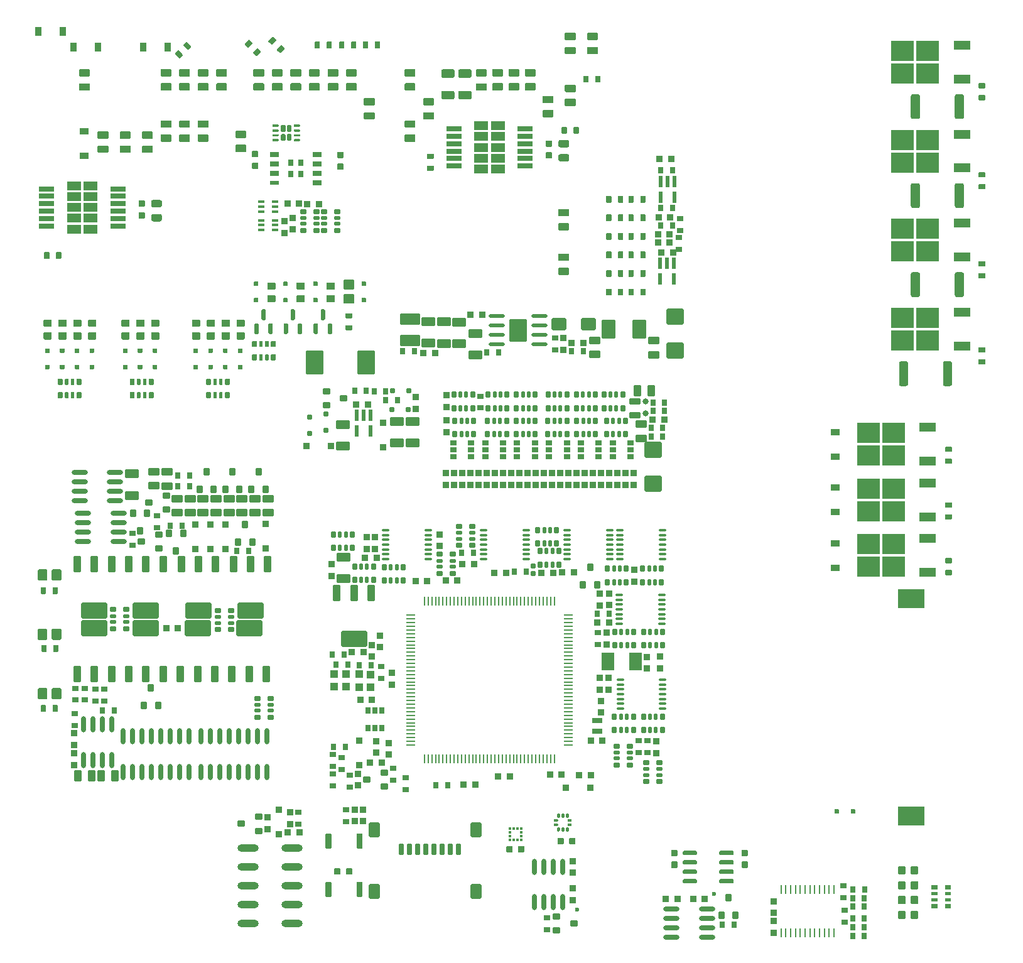
<source format=gtp>
G75*
G70*
%OFA0B0*%
%FSLAX25Y25*%
%IPPOS*%
%LPD*%
%AMOC8*
5,1,8,0,0,1.08239X$1,22.5*
%
%AMM11*
21,1,0.033470,0.026770,0.000000,0.000000,180.000000*
21,1,0.026770,0.033470,0.000000,0.000000,180.000000*
1,1,0.006690,-0.013390,0.013390*
1,1,0.006690,0.013390,0.013390*
1,1,0.006690,0.013390,-0.013390*
1,1,0.006690,-0.013390,-0.013390*
%
%AMM116*
21,1,0.012600,0.028980,0.000000,0.000000,270.000000*
21,1,0.010080,0.031500,0.000000,0.000000,270.000000*
1,1,0.002520,-0.014490,-0.005040*
1,1,0.002520,-0.014490,0.005040*
1,1,0.002520,0.014490,0.005040*
1,1,0.002520,0.014490,-0.005040*
%
%AMM150*
21,1,0.033470,0.026770,-0.000000,0.000000,0.000000*
21,1,0.026770,0.033470,-0.000000,0.000000,0.000000*
1,1,0.006690,0.013390,-0.013390*
1,1,0.006690,-0.013390,-0.013390*
1,1,0.006690,-0.013390,0.013390*
1,1,0.006690,0.013390,0.013390*
%
%AMM151*
21,1,0.027560,0.030710,-0.000000,0.000000,90.000000*
21,1,0.022050,0.036220,-0.000000,0.000000,90.000000*
1,1,0.005510,0.015350,0.011020*
1,1,0.005510,0.015350,-0.011020*
1,1,0.005510,-0.015350,-0.011020*
1,1,0.005510,-0.015350,0.011020*
%
%AMM153*
21,1,0.033470,0.026770,-0.000000,0.000000,270.000000*
21,1,0.026770,0.033470,-0.000000,0.000000,270.000000*
1,1,0.006690,-0.013390,-0.013390*
1,1,0.006690,-0.013390,0.013390*
1,1,0.006690,0.013390,0.013390*
1,1,0.006690,0.013390,-0.013390*
%
%AMM172*
21,1,0.035430,0.050000,-0.000000,-0.000000,90.000000*
21,1,0.028350,0.057090,-0.000000,-0.000000,90.000000*
1,1,0.007090,0.025000,0.014170*
1,1,0.007090,0.025000,-0.014170*
1,1,0.007090,-0.025000,-0.014170*
1,1,0.007090,-0.025000,0.014170*
%
%AMM173*
21,1,0.086610,0.073230,-0.000000,-0.000000,90.000000*
21,1,0.069290,0.090550,-0.000000,-0.000000,90.000000*
1,1,0.017320,0.036610,0.034650*
1,1,0.017320,0.036610,-0.034650*
1,1,0.017320,-0.036610,-0.034650*
1,1,0.017320,-0.036610,0.034650*
%
%AMM174*
21,1,0.027560,0.030710,-0.000000,-0.000000,270.000000*
21,1,0.022050,0.036220,-0.000000,-0.000000,270.000000*
1,1,0.005510,-0.015350,-0.011020*
1,1,0.005510,-0.015350,0.011020*
1,1,0.005510,0.015350,0.011020*
1,1,0.005510,0.015350,-0.011020*
%
%AMM175*
21,1,0.039370,0.049210,-0.000000,-0.000000,0.000000*
21,1,0.031500,0.057090,-0.000000,-0.000000,0.000000*
1,1,0.007870,0.015750,-0.024610*
1,1,0.007870,-0.015750,-0.024610*
1,1,0.007870,-0.015750,0.024610*
1,1,0.007870,0.015750,0.024610*
%
%AMM176*
21,1,0.023620,0.030710,-0.000000,-0.000000,270.000000*
21,1,0.018900,0.035430,-0.000000,-0.000000,270.000000*
1,1,0.004720,-0.015350,-0.009450*
1,1,0.004720,-0.015350,0.009450*
1,1,0.004720,0.015350,0.009450*
1,1,0.004720,0.015350,-0.009450*
%
%AMM177*
21,1,0.025590,0.026380,-0.000000,-0.000000,180.000000*
21,1,0.020470,0.031500,-0.000000,-0.000000,180.000000*
1,1,0.005120,-0.010240,0.013190*
1,1,0.005120,0.010240,0.013190*
1,1,0.005120,0.010240,-0.013190*
1,1,0.005120,-0.010240,-0.013190*
%
%AMM178*
21,1,0.017720,0.027950,-0.000000,-0.000000,180.000000*
21,1,0.014170,0.031500,-0.000000,-0.000000,180.000000*
1,1,0.003540,-0.007090,0.013980*
1,1,0.003540,0.007090,0.013980*
1,1,0.003540,0.007090,-0.013980*
1,1,0.003540,-0.007090,-0.013980*
%
%AMM179*
21,1,0.033470,0.026770,-0.000000,-0.000000,90.000000*
21,1,0.026770,0.033470,-0.000000,-0.000000,90.000000*
1,1,0.006690,0.013390,0.013390*
1,1,0.006690,0.013390,-0.013390*
1,1,0.006690,-0.013390,-0.013390*
1,1,0.006690,-0.013390,0.013390*
%
%AMM180*
21,1,0.027560,0.030710,-0.000000,-0.000000,180.000000*
21,1,0.022050,0.036220,-0.000000,-0.000000,180.000000*
1,1,0.005510,-0.011020,0.015350*
1,1,0.005510,0.011020,0.015350*
1,1,0.005510,0.011020,-0.015350*
1,1,0.005510,-0.011020,-0.015350*
%
%AMM181*
21,1,0.039370,0.049210,-0.000000,-0.000000,270.000000*
21,1,0.031500,0.057090,-0.000000,-0.000000,270.000000*
1,1,0.007870,-0.024610,-0.015750*
1,1,0.007870,-0.024610,0.015750*
1,1,0.007870,0.024610,0.015750*
1,1,0.007870,0.024610,-0.015750*
%
%AMM182*
21,1,0.033470,0.026770,-0.000000,-0.000000,0.000000*
21,1,0.026770,0.033470,-0.000000,-0.000000,0.000000*
1,1,0.006690,0.013390,-0.013390*
1,1,0.006690,-0.013390,-0.013390*
1,1,0.006690,-0.013390,0.013390*
1,1,0.006690,0.013390,0.013390*
%
%AMM201*
21,1,0.033470,0.026770,-0.000000,0.000000,90.000000*
21,1,0.026770,0.033470,-0.000000,0.000000,90.000000*
1,1,0.006690,0.013390,0.013390*
1,1,0.006690,0.013390,-0.013390*
1,1,0.006690,-0.013390,-0.013390*
1,1,0.006690,-0.013390,0.013390*
%
%AMM202*
21,1,0.027560,0.030710,-0.000000,0.000000,0.000000*
21,1,0.022050,0.036220,-0.000000,0.000000,0.000000*
1,1,0.005510,0.011020,-0.015350*
1,1,0.005510,-0.011020,-0.015350*
1,1,0.005510,-0.011020,0.015350*
1,1,0.005510,0.011020,0.015350*
%
%AMM208*
21,1,0.027560,0.030710,-0.000000,0.000000,270.000000*
21,1,0.022050,0.036220,-0.000000,0.000000,270.000000*
1,1,0.005510,-0.015350,-0.011020*
1,1,0.005510,-0.015350,0.011020*
1,1,0.005510,0.015350,0.011020*
1,1,0.005510,0.015350,-0.011020*
%
%AMM217*
21,1,0.035430,0.030320,-0.000000,0.000000,270.000000*
21,1,0.028350,0.037400,-0.000000,0.000000,270.000000*
1,1,0.007090,-0.015160,-0.014170*
1,1,0.007090,-0.015160,0.014170*
1,1,0.007090,0.015160,0.014170*
1,1,0.007090,0.015160,-0.014170*
%
%AMM253*
21,1,0.070870,0.036220,-0.000000,-0.000000,180.000000*
21,1,0.061810,0.045280,-0.000000,-0.000000,180.000000*
1,1,0.009060,-0.030910,0.018110*
1,1,0.009060,0.030910,0.018110*
1,1,0.009060,0.030910,-0.018110*
1,1,0.009060,-0.030910,-0.018110*
%
%AMM254*
21,1,0.027560,0.030710,-0.000000,-0.000000,90.000000*
21,1,0.022050,0.036220,-0.000000,-0.000000,90.000000*
1,1,0.005510,0.015350,0.011020*
1,1,0.005510,0.015350,-0.011020*
1,1,0.005510,-0.015350,-0.011020*
1,1,0.005510,-0.015350,0.011020*
%
%AMM255*
21,1,0.033470,0.026770,-0.000000,-0.000000,270.000000*
21,1,0.026770,0.033470,-0.000000,-0.000000,270.000000*
1,1,0.006690,-0.013390,-0.013390*
1,1,0.006690,-0.013390,0.013390*
1,1,0.006690,0.013390,0.013390*
1,1,0.006690,0.013390,-0.013390*
%
%AMM256*
21,1,0.027560,0.030710,-0.000000,-0.000000,0.000000*
21,1,0.022050,0.036220,-0.000000,-0.000000,0.000000*
1,1,0.005510,0.011020,-0.015350*
1,1,0.005510,-0.011020,-0.015350*
1,1,0.005510,-0.011020,0.015350*
1,1,0.005510,0.011020,0.015350*
%
%AMM257*
21,1,0.023620,0.030710,-0.000000,-0.000000,0.000000*
21,1,0.018900,0.035430,-0.000000,-0.000000,0.000000*
1,1,0.004720,0.009450,-0.015350*
1,1,0.004720,-0.009450,-0.015350*
1,1,0.004720,-0.009450,0.015350*
1,1,0.004720,0.009450,0.015350*
%
%AMM258*
21,1,0.027560,0.018900,-0.000000,-0.000000,0.000000*
21,1,0.022840,0.023620,-0.000000,-0.000000,0.000000*
1,1,0.004720,0.011420,-0.009450*
1,1,0.004720,-0.011420,-0.009450*
1,1,0.004720,-0.011420,0.009450*
1,1,0.004720,0.011420,0.009450*
%
%AMM259*
21,1,0.137800,0.067720,-0.000000,-0.000000,180.000000*
21,1,0.120870,0.084650,-0.000000,-0.000000,180.000000*
1,1,0.016930,-0.060430,0.033860*
1,1,0.016930,0.060430,0.033860*
1,1,0.016930,0.060430,-0.033860*
1,1,0.016930,-0.060430,-0.033860*
%
%AMM260*
21,1,0.043310,0.075980,-0.000000,-0.000000,180.000000*
21,1,0.034650,0.084650,-0.000000,-0.000000,180.000000*
1,1,0.008660,-0.017320,0.037990*
1,1,0.008660,0.017320,0.037990*
1,1,0.008660,0.017320,-0.037990*
1,1,0.008660,-0.017320,-0.037990*
%
%AMM261*
21,1,0.043310,0.075990,-0.000000,-0.000000,180.000000*
21,1,0.034650,0.084650,-0.000000,-0.000000,180.000000*
1,1,0.008660,-0.017320,0.037990*
1,1,0.008660,0.017320,0.037990*
1,1,0.008660,0.017320,-0.037990*
1,1,0.008660,-0.017320,-0.037990*
%
%AMM262*
21,1,0.039370,0.035430,-0.000000,-0.000000,90.000000*
21,1,0.031500,0.043310,-0.000000,-0.000000,90.000000*
1,1,0.007870,0.017720,0.015750*
1,1,0.007870,0.017720,-0.015750*
1,1,0.007870,-0.017720,-0.015750*
1,1,0.007870,-0.017720,0.015750*
%
%AMM263*
21,1,0.035430,0.030320,-0.000000,-0.000000,90.000000*
21,1,0.028350,0.037400,-0.000000,-0.000000,90.000000*
1,1,0.007090,0.015160,0.014170*
1,1,0.007090,0.015160,-0.014170*
1,1,0.007090,-0.015160,-0.014170*
1,1,0.007090,-0.015160,0.014170*
%
%AMM264*
21,1,0.035830,0.026770,-0.000000,-0.000000,90.000000*
21,1,0.029130,0.033470,-0.000000,-0.000000,90.000000*
1,1,0.006690,0.013390,0.014570*
1,1,0.006690,0.013390,-0.014570*
1,1,0.006690,-0.013390,-0.014570*
1,1,0.006690,-0.013390,0.014570*
%
%AMM265*
21,1,0.035430,0.030320,-0.000000,-0.000000,0.000000*
21,1,0.028350,0.037400,-0.000000,-0.000000,0.000000*
1,1,0.007090,0.014170,-0.015160*
1,1,0.007090,-0.014170,-0.015160*
1,1,0.007090,-0.014170,0.015160*
1,1,0.007090,0.014170,0.015160*
%
%AMM266*
21,1,0.025590,0.026380,-0.000000,-0.000000,90.000000*
21,1,0.020470,0.031500,-0.000000,-0.000000,90.000000*
1,1,0.005120,0.013190,0.010240*
1,1,0.005120,0.013190,-0.010240*
1,1,0.005120,-0.013190,-0.010240*
1,1,0.005120,-0.013190,0.010240*
%
%AMM267*
21,1,0.017720,0.027950,-0.000000,-0.000000,90.000000*
21,1,0.014170,0.031500,-0.000000,-0.000000,90.000000*
1,1,0.003540,0.013980,0.007090*
1,1,0.003540,0.013980,-0.007090*
1,1,0.003540,-0.013980,-0.007090*
1,1,0.003540,-0.013980,0.007090*
%
%AMM268*
21,1,0.027560,0.049610,-0.000000,-0.000000,90.000000*
21,1,0.022050,0.055120,-0.000000,-0.000000,90.000000*
1,1,0.005510,0.024800,0.011020*
1,1,0.005510,0.024800,-0.011020*
1,1,0.005510,-0.024800,-0.011020*
1,1,0.005510,-0.024800,0.011020*
%
%AMM269*
21,1,0.035830,0.026770,-0.000000,-0.000000,0.000000*
21,1,0.029130,0.033470,-0.000000,-0.000000,0.000000*
1,1,0.006690,0.014570,-0.013390*
1,1,0.006690,-0.014570,-0.013390*
1,1,0.006690,-0.014570,0.013390*
1,1,0.006690,0.014570,0.013390*
%
%AMM302*
21,1,0.035430,0.030320,-0.000000,0.000000,90.000000*
21,1,0.028350,0.037400,-0.000000,0.000000,90.000000*
1,1,0.007090,0.015160,0.014170*
1,1,0.007090,0.015160,-0.014170*
1,1,0.007090,-0.015160,-0.014170*
1,1,0.007090,-0.015160,0.014170*
%
%AMM31*
21,1,0.027560,0.030710,0.000000,0.000000,270.000000*
21,1,0.022050,0.036220,0.000000,0.000000,270.000000*
1,1,0.005510,-0.015350,-0.011020*
1,1,0.005510,-0.015350,0.011020*
1,1,0.005510,0.015350,0.011020*
1,1,0.005510,0.015350,-0.011020*
%
%AMM320*
21,1,0.033470,0.026770,-0.000000,-0.000000,180.000000*
21,1,0.026770,0.033470,-0.000000,-0.000000,180.000000*
1,1,0.006690,-0.013390,0.013390*
1,1,0.006690,0.013390,0.013390*
1,1,0.006690,0.013390,-0.013390*
1,1,0.006690,-0.013390,-0.013390*
%
%AMM321*
21,1,0.035430,0.030320,-0.000000,-0.000000,180.000000*
21,1,0.028350,0.037400,-0.000000,-0.000000,180.000000*
1,1,0.007090,-0.014170,0.015160*
1,1,0.007090,0.014170,0.015160*
1,1,0.007090,0.014170,-0.015160*
1,1,0.007090,-0.014170,-0.015160*
%
%AMM322*
21,1,0.043310,0.075980,-0.000000,-0.000000,0.000000*
21,1,0.034650,0.084650,-0.000000,-0.000000,0.000000*
1,1,0.008660,0.017320,-0.037990*
1,1,0.008660,-0.017320,-0.037990*
1,1,0.008660,-0.017320,0.037990*
1,1,0.008660,0.017320,0.037990*
%
%AMM323*
21,1,0.043310,0.075990,-0.000000,-0.000000,0.000000*
21,1,0.034650,0.084650,-0.000000,-0.000000,0.000000*
1,1,0.008660,0.017320,-0.037990*
1,1,0.008660,-0.017320,-0.037990*
1,1,0.008660,-0.017320,0.037990*
1,1,0.008660,0.017320,0.037990*
%
%AMM324*
21,1,0.137800,0.067720,-0.000000,-0.000000,0.000000*
21,1,0.120870,0.084650,-0.000000,-0.000000,0.000000*
1,1,0.016930,0.060430,-0.033860*
1,1,0.016930,-0.060430,-0.033860*
1,1,0.016930,-0.060430,0.033860*
1,1,0.016930,0.060430,0.033860*
%
%AMM325*
21,1,0.025590,0.026380,-0.000000,-0.000000,270.000000*
21,1,0.020470,0.031500,-0.000000,-0.000000,270.000000*
1,1,0.005120,-0.013190,-0.010240*
1,1,0.005120,-0.013190,0.010240*
1,1,0.005120,0.013190,0.010240*
1,1,0.005120,0.013190,-0.010240*
%
%AMM326*
21,1,0.017720,0.027950,-0.000000,-0.000000,270.000000*
21,1,0.014170,0.031500,-0.000000,-0.000000,270.000000*
1,1,0.003540,-0.013980,-0.007090*
1,1,0.003540,-0.013980,0.007090*
1,1,0.003540,0.013980,0.007090*
1,1,0.003540,0.013980,-0.007090*
%
%AMM327*
21,1,0.035830,0.026770,-0.000000,-0.000000,270.000000*
21,1,0.029130,0.033470,-0.000000,-0.000000,270.000000*
1,1,0.006690,-0.013390,-0.014570*
1,1,0.006690,-0.013390,0.014570*
1,1,0.006690,0.013390,0.014570*
1,1,0.006690,0.013390,-0.014570*
%
%AMM340*
21,1,0.035830,0.026770,-0.000000,0.000000,90.000000*
21,1,0.029130,0.033470,-0.000000,0.000000,90.000000*
1,1,0.006690,0.013390,0.014570*
1,1,0.006690,0.013390,-0.014570*
1,1,0.006690,-0.013390,-0.014570*
1,1,0.006690,-0.013390,0.014570*
%
%AMM356*
21,1,0.033470,0.026770,0.000000,-0.000000,180.000000*
21,1,0.026770,0.033470,0.000000,-0.000000,180.000000*
1,1,0.006690,-0.013390,0.013390*
1,1,0.006690,0.013390,0.013390*
1,1,0.006690,0.013390,-0.013390*
1,1,0.006690,-0.013390,-0.013390*
%
%AMM357*
21,1,0.021650,0.052760,0.000000,-0.000000,180.000000*
21,1,0.017320,0.057090,0.000000,-0.000000,180.000000*
1,1,0.004330,-0.008660,0.026380*
1,1,0.004330,0.008660,0.026380*
1,1,0.004330,0.008660,-0.026380*
1,1,0.004330,-0.008660,-0.026380*
%
%AMM358*
21,1,0.027560,0.030710,0.000000,-0.000000,90.000000*
21,1,0.022050,0.036220,0.000000,-0.000000,90.000000*
1,1,0.005510,0.015350,0.011020*
1,1,0.005510,0.015350,-0.011020*
1,1,0.005510,-0.015350,-0.011020*
1,1,0.005510,-0.015350,0.011020*
%
%AMM359*
21,1,0.027560,0.030710,0.000000,-0.000000,180.000000*
21,1,0.022050,0.036220,0.000000,-0.000000,180.000000*
1,1,0.005510,-0.011020,0.015350*
1,1,0.005510,0.011020,0.015350*
1,1,0.005510,0.011020,-0.015350*
1,1,0.005510,-0.011020,-0.015350*
%
%AMM36*
21,1,0.033470,0.026770,0.000000,0.000000,90.000000*
21,1,0.026770,0.033470,0.000000,0.000000,90.000000*
1,1,0.006690,0.013390,0.013390*
1,1,0.006690,0.013390,-0.013390*
1,1,0.006690,-0.013390,-0.013390*
1,1,0.006690,-0.013390,0.013390*
%
%AMM375*
21,1,0.035430,0.030320,-0.000000,-0.000000,270.000000*
21,1,0.028350,0.037400,-0.000000,-0.000000,270.000000*
1,1,0.007090,-0.015160,-0.014170*
1,1,0.007090,-0.015160,0.014170*
1,1,0.007090,0.015160,0.014170*
1,1,0.007090,0.015160,-0.014170*
%
%AMM376*
21,1,0.021650,0.052760,-0.000000,-0.000000,180.000000*
21,1,0.017320,0.057090,-0.000000,-0.000000,180.000000*
1,1,0.004330,-0.008660,0.026380*
1,1,0.004330,0.008660,0.026380*
1,1,0.004330,0.008660,-0.026380*
1,1,0.004330,-0.008660,-0.026380*
%
%AMM377*
21,1,0.094490,0.111020,-0.000000,-0.000000,0.000000*
21,1,0.075590,0.129920,-0.000000,-0.000000,0.000000*
1,1,0.018900,0.037800,-0.055510*
1,1,0.018900,-0.037800,-0.055510*
1,1,0.018900,-0.037800,0.055510*
1,1,0.018900,0.037800,0.055510*
%
%AMM378*
21,1,0.023620,0.018900,-0.000000,-0.000000,90.000000*
21,1,0.018900,0.023620,-0.000000,-0.000000,90.000000*
1,1,0.004720,0.009450,0.009450*
1,1,0.004720,0.009450,-0.009450*
1,1,0.004720,-0.009450,-0.009450*
1,1,0.004720,-0.009450,0.009450*
%
%AMM379*
21,1,0.035830,0.026770,-0.000000,-0.000000,180.000000*
21,1,0.029130,0.033470,-0.000000,-0.000000,180.000000*
1,1,0.006690,-0.014570,0.013390*
1,1,0.006690,0.014570,0.013390*
1,1,0.006690,0.014570,-0.013390*
1,1,0.006690,-0.014570,-0.013390*
%
%AMM380*
21,1,0.023620,0.018900,-0.000000,-0.000000,0.000000*
21,1,0.018900,0.023620,-0.000000,-0.000000,0.000000*
1,1,0.004720,0.009450,-0.009450*
1,1,0.004720,-0.009450,-0.009450*
1,1,0.004720,-0.009450,0.009450*
1,1,0.004720,0.009450,0.009450*
%
%AMM400*
21,1,0.106300,0.050390,-0.000000,-0.000000,180.000000*
21,1,0.093700,0.062990,-0.000000,-0.000000,180.000000*
1,1,0.012600,-0.046850,0.025200*
1,1,0.012600,0.046850,0.025200*
1,1,0.012600,0.046850,-0.025200*
1,1,0.012600,-0.046850,-0.025200*
%
%AMM401*
21,1,0.074800,0.083460,-0.000000,-0.000000,0.000000*
21,1,0.059840,0.098430,-0.000000,-0.000000,0.000000*
1,1,0.014960,0.029920,-0.041730*
1,1,0.014960,-0.029920,-0.041730*
1,1,0.014960,-0.029920,0.041730*
1,1,0.014960,0.029920,0.041730*
%
%AMM402*
21,1,0.122050,0.075590,-0.000000,-0.000000,90.000000*
21,1,0.103150,0.094490,-0.000000,-0.000000,90.000000*
1,1,0.018900,0.037800,0.051580*
1,1,0.018900,0.037800,-0.051580*
1,1,0.018900,-0.037800,-0.051580*
1,1,0.018900,-0.037800,0.051580*
%
%AMM403*
21,1,0.078740,0.053540,-0.000000,-0.000000,0.000000*
21,1,0.065350,0.066930,-0.000000,-0.000000,0.000000*
1,1,0.013390,0.032680,-0.026770*
1,1,0.013390,-0.032680,-0.026770*
1,1,0.013390,-0.032680,0.026770*
1,1,0.013390,0.032680,0.026770*
%
%AMM404*
21,1,0.070870,0.036220,-0.000000,-0.000000,0.000000*
21,1,0.061810,0.045280,-0.000000,-0.000000,0.000000*
1,1,0.009060,0.030910,-0.018110*
1,1,0.009060,-0.030910,-0.018110*
1,1,0.009060,-0.030910,0.018110*
1,1,0.009060,0.030910,0.018110*
%
%AMM405*
21,1,0.086610,0.073230,-0.000000,-0.000000,270.000000*
21,1,0.069290,0.090550,-0.000000,-0.000000,270.000000*
1,1,0.017320,-0.036610,-0.034650*
1,1,0.017320,-0.036610,0.034650*
1,1,0.017320,0.036610,0.034650*
1,1,0.017320,0.036610,-0.034650*
%
%AMM8*
21,1,0.033470,0.026770,0.000000,0.000000,270.000000*
21,1,0.026770,0.033470,0.000000,0.000000,270.000000*
1,1,0.006690,-0.013390,-0.013390*
1,1,0.006690,-0.013390,0.013390*
1,1,0.006690,0.013390,0.013390*
1,1,0.006690,0.013390,-0.013390*
%
%AMM82*
21,1,0.078740,0.045670,0.000000,0.000000,270.000000*
21,1,0.067320,0.057090,0.000000,0.000000,270.000000*
1,1,0.011420,-0.022840,-0.033660*
1,1,0.011420,-0.022840,0.033660*
1,1,0.011420,0.022840,0.033660*
1,1,0.011420,0.022840,-0.033660*
%
%AMM83*
21,1,0.059060,0.020470,0.000000,0.000000,270.000000*
21,1,0.053940,0.025590,0.000000,0.000000,270.000000*
1,1,0.005120,-0.010240,-0.026970*
1,1,0.005120,-0.010240,0.026970*
1,1,0.005120,0.010240,0.026970*
1,1,0.005120,0.010240,-0.026970*
%
%AMM90*
21,1,0.025590,0.026380,0.000000,0.000000,90.000000*
21,1,0.020470,0.031500,0.000000,0.000000,90.000000*
1,1,0.005120,0.013190,0.010240*
1,1,0.005120,0.013190,-0.010240*
1,1,0.005120,-0.013190,-0.010240*
1,1,0.005120,-0.013190,0.010240*
%
%AMM91*
21,1,0.017720,0.027950,0.000000,0.000000,90.000000*
21,1,0.014170,0.031500,0.000000,0.000000,90.000000*
1,1,0.003540,0.013980,0.007090*
1,1,0.003540,0.013980,-0.007090*
1,1,0.003540,-0.013980,-0.007090*
1,1,0.003540,-0.013980,0.007090*
%
%ADD118M8*%
%ADD121M11*%
%ADD145M31*%
%ADD15R,0.08661X0.04724*%
%ADD156M36*%
%ADD159O,0.05118X0.00866*%
%ADD160O,0.00866X0.05118*%
%ADD165O,0.04331X0.01181*%
%ADD168R,0.06693X0.09449*%
%ADD19R,0.03543X0.04724*%
%ADD20R,0.05157X0.02559*%
%ADD21R,0.05157X0.02362*%
%ADD216M82*%
%ADD217M83*%
%ADD229M90*%
%ADD230M91*%
%ADD231O,0.02362X0.08661*%
%ADD232O,0.08661X0.02362*%
%ADD24R,0.04724X0.03543*%
%ADD276M116*%
%ADD299O,0.08661X0.01968*%
%ADD30C,0.02362*%
%ADD304O,0.01968X0.03937*%
%ADD321M150*%
%ADD322M151*%
%ADD324M153*%
%ADD343M172*%
%ADD344M173*%
%ADD345M174*%
%ADD346M175*%
%ADD347M176*%
%ADD348M177*%
%ADD349M178*%
%ADD350M179*%
%ADD351M180*%
%ADD352M181*%
%ADD353M182*%
%ADD372O,0.00984X0.04961*%
%ADD373M201*%
%ADD374M202*%
%ADD382M208*%
%ADD393M217*%
%ADD431M253*%
%ADD432M254*%
%ADD433M255*%
%ADD434M256*%
%ADD435M257*%
%ADD436M258*%
%ADD437M259*%
%ADD438M260*%
%ADD439M261*%
%ADD440M262*%
%ADD441M263*%
%ADD442M264*%
%ADD443M265*%
%ADD444M266*%
%ADD445M267*%
%ADD446M268*%
%ADD447M269*%
%ADD480M302*%
%ADD513M320*%
%ADD514M321*%
%ADD515M322*%
%ADD516M323*%
%ADD517M324*%
%ADD518M325*%
%ADD519M326*%
%ADD520M327*%
%ADD533O,0.11221X0.04016*%
%ADD534M340*%
%ADD551M356*%
%ADD552M357*%
%ADD553M358*%
%ADD554M359*%
%ADD56R,0.01378X0.01476*%
%ADD57R,0.01476X0.01378*%
%ADD578M375*%
%ADD579M376*%
%ADD580M377*%
%ADD581M378*%
%ADD582M379*%
%ADD583M380*%
%ADD59R,0.07874X0.02559*%
%ADD611M400*%
%ADD612M401*%
%ADD613M402*%
%ADD614M403*%
%ADD615M404*%
%ADD616M405*%
%ADD65R,0.14173X0.10236*%
%ADD84C,0.03150*%
%ADD89R,0.12008X0.10827*%
%ADD90R,0.03130X0.03543*%
%ADD91O,0.00000X0.00000*%
%ADD92R,0.07677X0.04567*%
X0000000Y0000000D02*
%LPD*%
G01*
G36*
G01*
X0265157Y0495709D02*
X0265157Y0498780D01*
G75*
G02*
X0265433Y0499055I0000276J0000000D01*
G01*
X0267638Y0499055D01*
G75*
G02*
X0267913Y0498780I0000000J-000276D01*
G01*
X0267913Y0495709D01*
G75*
G02*
X0267638Y0495433I-000276J0000000D01*
G01*
X0265433Y0495433D01*
G75*
G02*
X0265157Y0495709I0000000J0000276D01*
G01*
G37*
G36*
G01*
X0271457Y0495709D02*
X0271457Y0498780D01*
G75*
G02*
X0271732Y0499055I0000276J0000000D01*
G01*
X0273937Y0499055D01*
G75*
G02*
X0274213Y0498780I0000000J-000276D01*
G01*
X0274213Y0495709D01*
G75*
G02*
X0273937Y0495433I-000276J0000000D01*
G01*
X0271732Y0495433D01*
G75*
G02*
X0271457Y0495709I0000000J0000276D01*
G01*
G37*
G36*
G01*
X0403740Y0480669D02*
X0403740Y0477598D01*
G75*
G02*
X0403465Y0477323I-000276J0000000D01*
G01*
X0401260Y0477323D01*
G75*
G02*
X0400984Y0477598I0000000J0000276D01*
G01*
X0400984Y0480669D01*
G75*
G02*
X0401260Y0480945I0000276J0000000D01*
G01*
X0403465Y0480945D01*
G75*
G02*
X0403740Y0480669I0000000J-000276D01*
G01*
G37*
G36*
G01*
X0397441Y0480669D02*
X0397441Y0477598D01*
G75*
G02*
X0397165Y0477323I-000276J0000000D01*
G01*
X0394961Y0477323D01*
G75*
G02*
X0394685Y0477598I0000000J0000276D01*
G01*
X0394685Y0480669D01*
G75*
G02*
X0394961Y0480945I0000276J0000000D01*
G01*
X0397165Y0480945D01*
G75*
G02*
X0397441Y0480669I0000000J-000276D01*
G01*
G37*
G36*
G01*
X0596752Y0375689D02*
X0596752Y0364469D01*
G75*
G02*
X0595768Y0363484I-000984J0000000D01*
G01*
X0592913Y0363484D01*
G75*
G02*
X0591929Y0364469I0000000J0000984D01*
G01*
X0591929Y0375689D01*
G75*
G02*
X0592913Y0376673I0000984J0000000D01*
G01*
X0595768Y0376673D01*
G75*
G02*
X0596752Y0375689I0000000J-000984D01*
G01*
G37*
G36*
G01*
X0573425Y0375689D02*
X0573425Y0364469D01*
G75*
G02*
X0572441Y0363484I-000984J0000000D01*
G01*
X0569587Y0363484D01*
G75*
G02*
X0568602Y0364469I0000000J0000984D01*
G01*
X0568602Y0375689D01*
G75*
G02*
X0569587Y0376673I0000984J0000000D01*
G01*
X0572441Y0376673D01*
G75*
G02*
X0573425Y0375689I0000000J-000984D01*
G01*
G37*
G36*
G01*
X0328346Y0480728D02*
X0328346Y0483445D01*
G75*
G02*
X0329252Y0484350I0000906J0000000D01*
G01*
X0334528Y0484350D01*
G75*
G02*
X0335433Y0483445I0000000J-000906D01*
G01*
X0335433Y0480728D01*
G75*
G02*
X0334528Y0479823I-000906J0000000D01*
G01*
X0329252Y0479823D01*
G75*
G02*
X0328346Y0480728I0000000J0000906D01*
G01*
G37*
G36*
G01*
X0328346Y0469311D02*
X0328346Y0472028D01*
G75*
G02*
X0329252Y0472933I0000906J0000000D01*
G01*
X0334528Y0472933D01*
G75*
G02*
X0335433Y0472028I0000000J-000906D01*
G01*
X0335433Y0469311D01*
G75*
G02*
X0334528Y0468405I-000906J0000000D01*
G01*
X0329252Y0468405D01*
G75*
G02*
X0328346Y0469311I0000000J0000906D01*
G01*
G37*
D89*
X0564272Y0352461D03*
X0564272Y0340453D03*
X0577461Y0340453D03*
X0577461Y0352461D03*
D15*
X0595669Y0337480D03*
X0595669Y0355433D03*
G36*
G01*
X0418680Y0394134D02*
X0418680Y0397205D01*
G75*
G02*
X0418956Y0397480I0000276J0000000D01*
G01*
X0421160Y0397480D01*
G75*
G02*
X0421436Y0397205I0000000J-000276D01*
G01*
X0421436Y0394134D01*
G75*
G02*
X0421160Y0393858I-000276J0000000D01*
G01*
X0418956Y0393858D01*
G75*
G02*
X0418680Y0394134I0000000J0000276D01*
G01*
G37*
G36*
G01*
X0424979Y0394134D02*
X0424979Y0397205D01*
G75*
G02*
X0425255Y0397480I0000276J0000000D01*
G01*
X0427460Y0397480D01*
G75*
G02*
X0427735Y0397205I0000000J-000276D01*
G01*
X0427735Y0394134D01*
G75*
G02*
X0427460Y0393858I-000276J0000000D01*
G01*
X0425255Y0393858D01*
G75*
G02*
X0424979Y0394134I0000000J0000276D01*
G01*
G37*
G36*
G01*
X0116929Y0325433D02*
X0116929Y0327323D01*
G75*
G02*
X0117165Y0327559I0000236J0000000D01*
G01*
X0119055Y0327559D01*
G75*
G02*
X0119291Y0327323I0000000J-000236D01*
G01*
X0119291Y0325433D01*
G75*
G02*
X0119055Y0325197I-000236J0000000D01*
G01*
X0117165Y0325197D01*
G75*
G02*
X0116929Y0325433I0000000J0000236D01*
G01*
G37*
G36*
G01*
X0116929Y0334094D02*
X0116929Y0335984D01*
G75*
G02*
X0117165Y0336220I0000236J0000000D01*
G01*
X0119055Y0336220D01*
G75*
G02*
X0119291Y0335984I0000000J-000236D01*
G01*
X0119291Y0334094D01*
G75*
G02*
X0119055Y0333858I-000236J0000000D01*
G01*
X0117165Y0333858D01*
G75*
G02*
X0116929Y0334094I0000000J0000236D01*
G01*
G37*
G36*
G01*
X0165846Y0439961D02*
X0160925Y0439961D01*
G75*
G02*
X0160531Y0440354I0000000J0000394D01*
G01*
X0160531Y0443504D01*
G75*
G02*
X0160925Y0443898I0000394J0000000D01*
G01*
X0165846Y0443898D01*
G75*
G02*
X0166240Y0443504I0000000J-000394D01*
G01*
X0166240Y0440354D01*
G75*
G02*
X0165846Y0439961I-000394J0000000D01*
G01*
G37*
G36*
G01*
X0165846Y0447441D02*
X0160925Y0447441D01*
G75*
G02*
X0160531Y0447835I0000000J0000394D01*
G01*
X0160531Y0450984D01*
G75*
G02*
X0160925Y0451378I0000394J0000000D01*
G01*
X0165846Y0451378D01*
G75*
G02*
X0166240Y0450984I0000000J-000394D01*
G01*
X0166240Y0447835D01*
G75*
G02*
X0165846Y0447441I-000394J0000000D01*
G01*
G37*
G36*
G01*
X0481693Y0060610D02*
X0479016Y0060610D01*
G75*
G02*
X0478681Y0060945I0000000J0000335D01*
G01*
X0478681Y0063622D01*
G75*
G02*
X0479016Y0063957I0000335J0000000D01*
G01*
X0481693Y0063957D01*
G75*
G02*
X0482028Y0063622I0000000J-000335D01*
G01*
X0482028Y0060945D01*
G75*
G02*
X0481693Y0060610I-000335J0000000D01*
G01*
G37*
G36*
G01*
X0481693Y0066831D02*
X0479016Y0066831D01*
G75*
G02*
X0478681Y0067165I0000000J0000335D01*
G01*
X0478681Y0069843D01*
G75*
G02*
X0479016Y0070177I0000335J0000000D01*
G01*
X0481693Y0070177D01*
G75*
G02*
X0482028Y0069843I0000000J-000335D01*
G01*
X0482028Y0067165D01*
G75*
G02*
X0481693Y0066831I-000335J0000000D01*
G01*
G37*
G36*
G01*
X0115759Y0209280D02*
X0115759Y0206210D01*
G75*
G02*
X0115484Y0205934I-000276J0000000D01*
G01*
X0113279Y0205934D01*
G75*
G02*
X0113003Y0206210I0000000J0000276D01*
G01*
X0113003Y0209280D01*
G75*
G02*
X0113279Y0209556I0000276J0000000D01*
G01*
X0115484Y0209556D01*
G75*
G02*
X0115759Y0209280I0000000J-000276D01*
G01*
G37*
G36*
G01*
X0109460Y0209280D02*
X0109460Y0206210D01*
G75*
G02*
X0109184Y0205934I-000276J0000000D01*
G01*
X0106980Y0205934D01*
G75*
G02*
X0106704Y0206210I0000000J0000276D01*
G01*
X0106704Y0209280D01*
G75*
G02*
X0106980Y0209556I0000276J0000000D01*
G01*
X0109184Y0209556D01*
G75*
G02*
X0109460Y0209280I0000000J-000276D01*
G01*
G37*
G36*
G01*
X0142224Y0439961D02*
X0137303Y0439961D01*
G75*
G02*
X0136909Y0440354I0000000J0000394D01*
G01*
X0136909Y0443504D01*
G75*
G02*
X0137303Y0443898I0000394J0000000D01*
G01*
X0142224Y0443898D01*
G75*
G02*
X0142618Y0443504I0000000J-000394D01*
G01*
X0142618Y0440354D01*
G75*
G02*
X0142224Y0439961I-000394J0000000D01*
G01*
G37*
G36*
G01*
X0142224Y0447441D02*
X0137303Y0447441D01*
G75*
G02*
X0136909Y0447835I0000000J0000394D01*
G01*
X0136909Y0450984D01*
G75*
G02*
X0137303Y0451378I0000394J0000000D01*
G01*
X0142224Y0451378D01*
G75*
G02*
X0142618Y0450984I0000000J-000394D01*
G01*
X0142618Y0447835D01*
G75*
G02*
X0142224Y0447441I-000394J0000000D01*
G01*
G37*
G36*
G01*
X0406869Y0364606D02*
X0406869Y0367677D01*
G75*
G02*
X0407145Y0367953I0000276J0000000D01*
G01*
X0409349Y0367953D01*
G75*
G02*
X0409625Y0367677I0000000J-000276D01*
G01*
X0409625Y0364606D01*
G75*
G02*
X0409349Y0364331I-000276J0000000D01*
G01*
X0407145Y0364331D01*
G75*
G02*
X0406869Y0364606I0000000J0000276D01*
G01*
G37*
G36*
G01*
X0413168Y0364606D02*
X0413168Y0367677D01*
G75*
G02*
X0413444Y0367953I0000276J0000000D01*
G01*
X0415648Y0367953D01*
G75*
G02*
X0415924Y0367677I0000000J-000276D01*
G01*
X0415924Y0364606D01*
G75*
G02*
X0415648Y0364331I-000276J0000000D01*
G01*
X0413444Y0364331D01*
G75*
G02*
X0413168Y0364606I0000000J0000276D01*
G01*
G37*
G36*
G01*
X0381791Y0410236D02*
X0386713Y0410236D01*
G75*
G02*
X0387106Y0409843I0000000J-000394D01*
G01*
X0387106Y0406693D01*
G75*
G02*
X0386713Y0406299I-000394J0000000D01*
G01*
X0381791Y0406299D01*
G75*
G02*
X0381398Y0406693I0000000J0000394D01*
G01*
X0381398Y0409843D01*
G75*
G02*
X0381791Y0410236I0000394J0000000D01*
G01*
G37*
G36*
G01*
X0381791Y0402756D02*
X0386713Y0402756D01*
G75*
G02*
X0387106Y0402362I0000000J-000394D01*
G01*
X0387106Y0399213D01*
G75*
G02*
X0386713Y0398819I-000394J0000000D01*
G01*
X0381791Y0398819D01*
G75*
G02*
X0381398Y0399213I0000000J0000394D01*
G01*
X0381398Y0402362D01*
G75*
G02*
X0381791Y0402756I0000394J0000000D01*
G01*
G37*
G36*
G01*
X0447441Y0067933D02*
X0447441Y0069114D01*
G75*
G02*
X0448031Y0069705I0000591J0000000D01*
G01*
X0454528Y0069705D01*
G75*
G02*
X0455118Y0069114I0000000J-000591D01*
G01*
X0455118Y0067933D01*
G75*
G02*
X0454528Y0067343I-000591J0000000D01*
G01*
X0448031Y0067343D01*
G75*
G02*
X0447441Y0067933I0000000J0000591D01*
G01*
G37*
G36*
G01*
X0447441Y0062933D02*
X0447441Y0064114D01*
G75*
G02*
X0448031Y0064705I0000591J0000000D01*
G01*
X0454528Y0064705D01*
G75*
G02*
X0455118Y0064114I0000000J-000591D01*
G01*
X0455118Y0062933D01*
G75*
G02*
X0454528Y0062343I-000591J0000000D01*
G01*
X0448031Y0062343D01*
G75*
G02*
X0447441Y0062933I0000000J0000591D01*
G01*
G37*
G36*
G01*
X0447441Y0057933D02*
X0447441Y0059114D01*
G75*
G02*
X0448031Y0059705I0000591J0000000D01*
G01*
X0454528Y0059705D01*
G75*
G02*
X0455118Y0059114I0000000J-000591D01*
G01*
X0455118Y0057933D01*
G75*
G02*
X0454528Y0057343I-000591J0000000D01*
G01*
X0448031Y0057343D01*
G75*
G02*
X0447441Y0057933I0000000J0000591D01*
G01*
G37*
G36*
G01*
X0447441Y0052933D02*
X0447441Y0054114D01*
G75*
G02*
X0448031Y0054705I0000591J0000000D01*
G01*
X0454528Y0054705D01*
G75*
G02*
X0455118Y0054114I0000000J-000591D01*
G01*
X0455118Y0052933D01*
G75*
G02*
X0454528Y0052343I-000591J0000000D01*
G01*
X0448031Y0052343D01*
G75*
G02*
X0447441Y0052933I0000000J0000591D01*
G01*
G37*
G36*
G01*
X0466929Y0052933D02*
X0466929Y0054114D01*
G75*
G02*
X0467520Y0054705I0000591J0000000D01*
G01*
X0474016Y0054705D01*
G75*
G02*
X0474606Y0054114I0000000J-000591D01*
G01*
X0474606Y0052933D01*
G75*
G02*
X0474016Y0052343I-000591J0000000D01*
G01*
X0467520Y0052343D01*
G75*
G02*
X0466929Y0052933I0000000J0000591D01*
G01*
G37*
G36*
G01*
X0466929Y0057933D02*
X0466929Y0059114D01*
G75*
G02*
X0467520Y0059705I0000591J0000000D01*
G01*
X0474016Y0059705D01*
G75*
G02*
X0474606Y0059114I0000000J-000591D01*
G01*
X0474606Y0057933D01*
G75*
G02*
X0474016Y0057343I-000591J0000000D01*
G01*
X0467520Y0057343D01*
G75*
G02*
X0466929Y0057933I0000000J0000591D01*
G01*
G37*
G36*
G01*
X0466929Y0062933D02*
X0466929Y0064114D01*
G75*
G02*
X0467520Y0064705I0000591J0000000D01*
G01*
X0474016Y0064705D01*
G75*
G02*
X0474606Y0064114I0000000J-000591D01*
G01*
X0474606Y0062933D01*
G75*
G02*
X0474016Y0062343I-000591J0000000D01*
G01*
X0467520Y0062343D01*
G75*
G02*
X0466929Y0062933I0000000J0000591D01*
G01*
G37*
G36*
G01*
X0466929Y0067933D02*
X0466929Y0069114D01*
G75*
G02*
X0467520Y0069705I0000591J0000000D01*
G01*
X0474016Y0069705D01*
G75*
G02*
X0474606Y0069114I0000000J-000591D01*
G01*
X0474606Y0067933D01*
G75*
G02*
X0474016Y0067343I-000591J0000000D01*
G01*
X0467520Y0067343D01*
G75*
G02*
X0466929Y0067933I0000000J0000591D01*
G01*
G37*
G36*
G01*
X0596752Y0422933D02*
X0596752Y0411713D01*
G75*
G02*
X0595768Y0410728I-000984J0000000D01*
G01*
X0592913Y0410728D01*
G75*
G02*
X0591929Y0411713I0000000J0000984D01*
G01*
X0591929Y0422933D01*
G75*
G02*
X0592913Y0423917I0000984J0000000D01*
G01*
X0595768Y0423917D01*
G75*
G02*
X0596752Y0422933I0000000J-000984D01*
G01*
G37*
G36*
G01*
X0573425Y0422933D02*
X0573425Y0411713D01*
G75*
G02*
X0572441Y0410728I-000984J0000000D01*
G01*
X0569587Y0410728D01*
G75*
G02*
X0568602Y0411713I0000000J0000984D01*
G01*
X0568602Y0422933D01*
G75*
G02*
X0569587Y0423917I0000984J0000000D01*
G01*
X0572441Y0423917D01*
G75*
G02*
X0573425Y0422933I0000000J-000984D01*
G01*
G37*
G36*
G01*
X0187402Y0351575D02*
X0190945Y0351575D01*
G75*
G02*
X0191339Y0351181I0000000J-000394D01*
G01*
X0191339Y0348031D01*
G75*
G02*
X0190945Y0347638I-000394J0000000D01*
G01*
X0187402Y0347638D01*
G75*
G02*
X0187008Y0348031I0000000J0000394D01*
G01*
X0187008Y0351181D01*
G75*
G02*
X0187402Y0351575I0000394J0000000D01*
G01*
G37*
G36*
G01*
X0187402Y0344882D02*
X0190945Y0344882D01*
G75*
G02*
X0191339Y0344488I0000000J-000394D01*
G01*
X0191339Y0341339D01*
G75*
G02*
X0190945Y0340945I-000394J0000000D01*
G01*
X0187402Y0340945D01*
G75*
G02*
X0187008Y0341339I0000000J0000394D01*
G01*
X0187008Y0344488D01*
G75*
G02*
X0187402Y0344882I0000394J0000000D01*
G01*
G37*
G36*
G01*
X0185531Y0473031D02*
X0180610Y0473031D01*
G75*
G02*
X0180217Y0473425I0000000J0000394D01*
G01*
X0180217Y0476575D01*
G75*
G02*
X0180610Y0476968I0000394J0000000D01*
G01*
X0185531Y0476968D01*
G75*
G02*
X0185925Y0476575I0000000J-000394D01*
G01*
X0185925Y0473425D01*
G75*
G02*
X0185531Y0473031I-000394J0000000D01*
G01*
G37*
G36*
G01*
X0185531Y0480512D02*
X0180610Y0480512D01*
G75*
G02*
X0180217Y0480906I0000000J0000394D01*
G01*
X0180217Y0484055D01*
G75*
G02*
X0180610Y0484449I0000394J0000000D01*
G01*
X0185531Y0484449D01*
G75*
G02*
X0185925Y0484055I0000000J-000394D01*
G01*
X0185925Y0480906D01*
G75*
G02*
X0185531Y0480512I-000394J0000000D01*
G01*
G37*
G36*
G01*
X0258858Y0371260D02*
X0262402Y0371260D01*
G75*
G02*
X0262795Y0370866I0000000J-000394D01*
G01*
X0262795Y0367717D01*
G75*
G02*
X0262402Y0367323I-000394J0000000D01*
G01*
X0258858Y0367323D01*
G75*
G02*
X0258465Y0367717I0000000J0000394D01*
G01*
X0258465Y0370866D01*
G75*
G02*
X0258858Y0371260I0000394J0000000D01*
G01*
G37*
G36*
G01*
X0258858Y0364567D02*
X0262402Y0364567D01*
G75*
G02*
X0262795Y0364173I0000000J-000394D01*
G01*
X0262795Y0361024D01*
G75*
G02*
X0262402Y0360630I-000394J0000000D01*
G01*
X0258858Y0360630D01*
G75*
G02*
X0258465Y0361024I0000000J0000394D01*
G01*
X0258465Y0364173D01*
G75*
G02*
X0258858Y0364567I0000394J0000000D01*
G01*
G37*
G36*
G01*
X0406869Y0374449D02*
X0406869Y0377520D01*
G75*
G02*
X0407145Y0377795I0000276J0000000D01*
G01*
X0409349Y0377795D01*
G75*
G02*
X0409625Y0377520I0000000J-000276D01*
G01*
X0409625Y0374449D01*
G75*
G02*
X0409349Y0374173I-000276J0000000D01*
G01*
X0407145Y0374173D01*
G75*
G02*
X0406869Y0374449I0000000J0000276D01*
G01*
G37*
G36*
G01*
X0413168Y0374449D02*
X0413168Y0377520D01*
G75*
G02*
X0413444Y0377795I0000276J0000000D01*
G01*
X0415648Y0377795D01*
G75*
G02*
X0415924Y0377520I0000000J-000276D01*
G01*
X0415924Y0374449D01*
G75*
G02*
X0415648Y0374173I-000276J0000000D01*
G01*
X0413444Y0374173D01*
G75*
G02*
X0413168Y0374449I0000000J0000276D01*
G01*
G37*
G36*
G01*
X0604764Y0382480D02*
X0607835Y0382480D01*
G75*
G02*
X0608110Y0382205I0000000J-000276D01*
G01*
X0608110Y0380000D01*
G75*
G02*
X0607835Y0379724I-000276J0000000D01*
G01*
X0604764Y0379724D01*
G75*
G02*
X0604488Y0380000I0000000J0000276D01*
G01*
X0604488Y0382205D01*
G75*
G02*
X0604764Y0382480I0000276J0000000D01*
G01*
G37*
G36*
G01*
X0604764Y0376181D02*
X0607835Y0376181D01*
G75*
G02*
X0608110Y0375906I0000000J-000276D01*
G01*
X0608110Y0373701D01*
G75*
G02*
X0607835Y0373425I-000276J0000000D01*
G01*
X0604764Y0373425D01*
G75*
G02*
X0604488Y0373701I0000000J0000276D01*
G01*
X0604488Y0375906D01*
G75*
G02*
X0604764Y0376181I0000276J0000000D01*
G01*
G37*
G36*
G01*
X0267087Y0431043D02*
X0264409Y0431043D01*
G75*
G02*
X0264075Y0431378I0000000J0000335D01*
G01*
X0264075Y0434055D01*
G75*
G02*
X0264409Y0434390I0000335J0000000D01*
G01*
X0267087Y0434390D01*
G75*
G02*
X0267421Y0434055I0000000J-000335D01*
G01*
X0267421Y0431378D01*
G75*
G02*
X0267087Y0431043I-000335J0000000D01*
G01*
G37*
G36*
G01*
X0267087Y0437264D02*
X0264409Y0437264D01*
G75*
G02*
X0264075Y0437598I0000000J0000335D01*
G01*
X0264075Y0440276D01*
G75*
G02*
X0264409Y0440610I0000335J0000000D01*
G01*
X0267087Y0440610D01*
G75*
G02*
X0267421Y0440276I0000000J-000335D01*
G01*
X0267421Y0437598D01*
G75*
G02*
X0267087Y0437264I-000335J0000000D01*
G01*
G37*
G36*
G01*
X0227362Y0371260D02*
X0230906Y0371260D01*
G75*
G02*
X0231299Y0370866I0000000J-000394D01*
G01*
X0231299Y0367717D01*
G75*
G02*
X0230906Y0367323I-000394J0000000D01*
G01*
X0227362Y0367323D01*
G75*
G02*
X0226969Y0367717I0000000J0000394D01*
G01*
X0226969Y0370866D01*
G75*
G02*
X0227362Y0371260I0000394J0000000D01*
G01*
G37*
G36*
G01*
X0227362Y0364567D02*
X0230906Y0364567D01*
G75*
G02*
X0231299Y0364173I0000000J-000394D01*
G01*
X0231299Y0361024D01*
G75*
G02*
X0230906Y0360630I-000394J0000000D01*
G01*
X0227362Y0360630D01*
G75*
G02*
X0226969Y0361024I0000000J0000394D01*
G01*
X0226969Y0364173D01*
G75*
G02*
X0227362Y0364567I0000394J0000000D01*
G01*
G37*
G36*
G01*
X0154035Y0310098D02*
X0154035Y0312736D01*
G75*
G02*
X0154291Y0312992I0000256J0000000D01*
G01*
X0156339Y0312992D01*
G75*
G02*
X0156594Y0312736I0000000J-000256D01*
G01*
X0156594Y0310098D01*
G75*
G02*
X0156339Y0309843I-000256J0000000D01*
G01*
X0154291Y0309843D01*
G75*
G02*
X0154035Y0310098I0000000J0000256D01*
G01*
G37*
G36*
G01*
X0157874Y0310020D02*
X0157874Y0312815D01*
G75*
G02*
X0158051Y0312992I0000177J0000000D01*
G01*
X0159469Y0312992D01*
G75*
G02*
X0159646Y0312815I0000000J-000177D01*
G01*
X0159646Y0310020D01*
G75*
G02*
X0159469Y0309843I-000177J0000000D01*
G01*
X0158051Y0309843D01*
G75*
G02*
X0157874Y0310020I0000000J0000177D01*
G01*
G37*
G36*
G01*
X0161024Y0310020D02*
X0161024Y0312815D01*
G75*
G02*
X0161201Y0312992I0000177J0000000D01*
G01*
X0162618Y0312992D01*
G75*
G02*
X0162795Y0312815I0000000J-000177D01*
G01*
X0162795Y0310020D01*
G75*
G02*
X0162618Y0309843I-000177J0000000D01*
G01*
X0161201Y0309843D01*
G75*
G02*
X0161024Y0310020I0000000J0000177D01*
G01*
G37*
G36*
G01*
X0164075Y0310098D02*
X0164075Y0312736D01*
G75*
G02*
X0164331Y0312992I0000256J0000000D01*
G01*
X0166378Y0312992D01*
G75*
G02*
X0166634Y0312736I0000000J-000256D01*
G01*
X0166634Y0310098D01*
G75*
G02*
X0166378Y0309843I-000256J0000000D01*
G01*
X0164331Y0309843D01*
G75*
G02*
X0164075Y0310098I0000000J0000256D01*
G01*
G37*
G36*
G01*
X0164075Y0317185D02*
X0164075Y0319823D01*
G75*
G02*
X0164331Y0320079I0000256J0000000D01*
G01*
X0166378Y0320079D01*
G75*
G02*
X0166634Y0319823I0000000J-000256D01*
G01*
X0166634Y0317185D01*
G75*
G02*
X0166378Y0316929I-000256J0000000D01*
G01*
X0164331Y0316929D01*
G75*
G02*
X0164075Y0317185I0000000J0000256D01*
G01*
G37*
G36*
G01*
X0161024Y0317106D02*
X0161024Y0319902D01*
G75*
G02*
X0161201Y0320079I0000177J0000000D01*
G01*
X0162618Y0320079D01*
G75*
G02*
X0162795Y0319902I0000000J-000177D01*
G01*
X0162795Y0317106D01*
G75*
G02*
X0162618Y0316929I-000177J0000000D01*
G01*
X0161201Y0316929D01*
G75*
G02*
X0161024Y0317106I0000000J0000177D01*
G01*
G37*
G36*
G01*
X0157874Y0317106D02*
X0157874Y0319902D01*
G75*
G02*
X0158051Y0320079I0000177J0000000D01*
G01*
X0159469Y0320079D01*
G75*
G02*
X0159646Y0319902I0000000J-000177D01*
G01*
X0159646Y0317106D01*
G75*
G02*
X0159469Y0316929I-000177J0000000D01*
G01*
X0158051Y0316929D01*
G75*
G02*
X0157874Y0317106I0000000J0000177D01*
G01*
G37*
G36*
G01*
X0154035Y0317185D02*
X0154035Y0319823D01*
G75*
G02*
X0154291Y0320079I0000256J0000000D01*
G01*
X0156339Y0320079D01*
G75*
G02*
X0156594Y0319823I0000000J-000256D01*
G01*
X0156594Y0317185D01*
G75*
G02*
X0156339Y0316929I-000256J0000000D01*
G01*
X0154291Y0316929D01*
G75*
G02*
X0154035Y0317185I0000000J0000256D01*
G01*
G37*
D19*
X0174213Y0496063D03*
X0161220Y0496063D03*
G36*
G01*
X0215453Y0440354D02*
X0210531Y0440354D01*
G75*
G02*
X0210138Y0440748I0000000J0000394D01*
G01*
X0210138Y0443898D01*
G75*
G02*
X0210531Y0444291I0000394J0000000D01*
G01*
X0215453Y0444291D01*
G75*
G02*
X0215846Y0443898I0000000J-000394D01*
G01*
X0215846Y0440748D01*
G75*
G02*
X0215453Y0440354I-000394J0000000D01*
G01*
G37*
G36*
G01*
X0215453Y0447835D02*
X0210531Y0447835D01*
G75*
G02*
X0210138Y0448228I0000000J0000394D01*
G01*
X0210138Y0451378D01*
G75*
G02*
X0210531Y0451772I0000394J0000000D01*
G01*
X0215453Y0451772D01*
G75*
G02*
X0215846Y0451378I0000000J-000394D01*
G01*
X0215846Y0448228D01*
G75*
G02*
X0215453Y0447835I-000394J0000000D01*
G01*
G37*
G36*
G01*
X0253740Y0371417D02*
X0253740Y0369528D01*
G75*
G02*
X0253504Y0369291I-000236J0000000D01*
G01*
X0251614Y0369291D01*
G75*
G02*
X0251378Y0369528I0000000J0000236D01*
G01*
X0251378Y0371417D01*
G75*
G02*
X0251614Y0371654I0000236J0000000D01*
G01*
X0253504Y0371654D01*
G75*
G02*
X0253740Y0371417I0000000J-000236D01*
G01*
G37*
G36*
G01*
X0253740Y0362756D02*
X0253740Y0360866D01*
G75*
G02*
X0253504Y0360630I-000236J0000000D01*
G01*
X0251614Y0360630D01*
G75*
G02*
X0251378Y0360866I0000000J0000236D01*
G01*
X0251378Y0362756D01*
G75*
G02*
X0251614Y0362992I0000236J0000000D01*
G01*
X0253504Y0362992D01*
G75*
G02*
X0253740Y0362756I0000000J-000236D01*
G01*
G37*
G36*
G01*
X0418680Y0374449D02*
X0418680Y0377520D01*
G75*
G02*
X0418956Y0377795I0000276J0000000D01*
G01*
X0421160Y0377795D01*
G75*
G02*
X0421436Y0377520I0000000J-000276D01*
G01*
X0421436Y0374449D01*
G75*
G02*
X0421160Y0374173I-000276J0000000D01*
G01*
X0418956Y0374173D01*
G75*
G02*
X0418680Y0374449I0000000J0000276D01*
G01*
G37*
G36*
G01*
X0424979Y0374449D02*
X0424979Y0377520D01*
G75*
G02*
X0425255Y0377795I0000276J0000000D01*
G01*
X0427460Y0377795D01*
G75*
G02*
X0427735Y0377520I0000000J-000276D01*
G01*
X0427735Y0374449D01*
G75*
G02*
X0427460Y0374173I-000276J0000000D01*
G01*
X0425255Y0374173D01*
G75*
G02*
X0424979Y0374449I0000000J0000276D01*
G01*
G37*
G36*
G01*
X0596752Y0470177D02*
X0596752Y0458957D01*
G75*
G02*
X0595768Y0457972I-000984J0000000D01*
G01*
X0592913Y0457972D01*
G75*
G02*
X0591929Y0458957I0000000J0000984D01*
G01*
X0591929Y0470177D01*
G75*
G02*
X0592913Y0471161I0000984J0000000D01*
G01*
X0595768Y0471161D01*
G75*
G02*
X0596752Y0470177I0000000J-000984D01*
G01*
G37*
G36*
G01*
X0573425Y0470177D02*
X0573425Y0458957D01*
G75*
G02*
X0572441Y0457972I-000984J0000000D01*
G01*
X0569587Y0457972D01*
G75*
G02*
X0568602Y0458957I0000000J0000984D01*
G01*
X0568602Y0470177D01*
G75*
G02*
X0569587Y0471161I0000984J0000000D01*
G01*
X0572441Y0471161D01*
G75*
G02*
X0573425Y0470177I0000000J-000984D01*
G01*
G37*
G36*
G01*
X0108661Y0351575D02*
X0112205Y0351575D01*
G75*
G02*
X0112598Y0351181I0000000J-000394D01*
G01*
X0112598Y0348031D01*
G75*
G02*
X0112205Y0347638I-000394J0000000D01*
G01*
X0108661Y0347638D01*
G75*
G02*
X0108268Y0348031I0000000J0000394D01*
G01*
X0108268Y0351181D01*
G75*
G02*
X0108661Y0351575I0000394J0000000D01*
G01*
G37*
G36*
G01*
X0108661Y0344882D02*
X0112205Y0344882D01*
G75*
G02*
X0112598Y0344488I0000000J-000394D01*
G01*
X0112598Y0341339D01*
G75*
G02*
X0112205Y0340945I-000394J0000000D01*
G01*
X0108661Y0340945D01*
G75*
G02*
X0108268Y0341339I0000000J0000394D01*
G01*
X0108268Y0344488D01*
G75*
G02*
X0108661Y0344882I0000394J0000000D01*
G01*
G37*
D20*
X0230925Y0439193D03*
X0230925Y0434193D03*
X0230925Y0429193D03*
D21*
X0230925Y0424193D03*
D20*
X0253327Y0424193D03*
X0253327Y0429193D03*
X0253327Y0434193D03*
X0253327Y0439193D03*
D90*
X0239518Y0428740D03*
X0244734Y0428740D03*
X0244734Y0434646D03*
X0239518Y0434646D03*
G36*
G01*
X0381791Y0386614D02*
X0386713Y0386614D01*
G75*
G02*
X0387106Y0386220I0000000J-000394D01*
G01*
X0387106Y0383071D01*
G75*
G02*
X0386713Y0382677I-000394J0000000D01*
G01*
X0381791Y0382677D01*
G75*
G02*
X0381398Y0383071I0000000J0000394D01*
G01*
X0381398Y0386220D01*
G75*
G02*
X0381791Y0386614I0000394J0000000D01*
G01*
G37*
G36*
G01*
X0381791Y0379134D02*
X0386713Y0379134D01*
G75*
G02*
X0387106Y0378740I0000000J-000394D01*
G01*
X0387106Y0375590D01*
G75*
G02*
X0386713Y0375197I-000394J0000000D01*
G01*
X0381791Y0375197D01*
G75*
G02*
X0381398Y0375590I0000000J0000394D01*
G01*
X0381398Y0378740D01*
G75*
G02*
X0381791Y0379134I0000394J0000000D01*
G01*
G37*
G36*
G01*
X0381043Y0073465D02*
X0381043Y0076142D01*
G75*
G02*
X0381378Y0076476I0000335J0000000D01*
G01*
X0384055Y0076476D01*
G75*
G02*
X0384390Y0076142I0000000J-000335D01*
G01*
X0384390Y0073465D01*
G75*
G02*
X0384055Y0073130I-000335J0000000D01*
G01*
X0381378Y0073130D01*
G75*
G02*
X0381043Y0073465I0000000J0000335D01*
G01*
G37*
G36*
G01*
X0387264Y0073465D02*
X0387264Y0076142D01*
G75*
G02*
X0387598Y0076476I0000335J0000000D01*
G01*
X0390276Y0076476D01*
G75*
G02*
X0390610Y0076142I0000000J-000335D01*
G01*
X0390610Y0073465D01*
G75*
G02*
X0390276Y0073130I-000335J0000000D01*
G01*
X0387598Y0073130D01*
G75*
G02*
X0387264Y0073465I0000000J0000335D01*
G01*
G37*
G36*
G01*
X0305217Y0473031D02*
X0300295Y0473031D01*
G75*
G02*
X0299902Y0473425I0000000J0000394D01*
G01*
X0299902Y0476575D01*
G75*
G02*
X0300295Y0476968I0000394J0000000D01*
G01*
X0305217Y0476968D01*
G75*
G02*
X0305610Y0476575I0000000J-000394D01*
G01*
X0305610Y0473425D01*
G75*
G02*
X0305217Y0473031I-000394J0000000D01*
G01*
G37*
G36*
G01*
X0305217Y0480512D02*
X0300295Y0480512D01*
G75*
G02*
X0299902Y0480906I0000000J0000394D01*
G01*
X0299902Y0484055D01*
G75*
G02*
X0300295Y0484449I0000394J0000000D01*
G01*
X0305217Y0484449D01*
G75*
G02*
X0305610Y0484055I0000000J-000394D01*
G01*
X0305610Y0480906D01*
G75*
G02*
X0305217Y0480512I-000394J0000000D01*
G01*
G37*
G36*
G01*
X0587047Y0254528D02*
X0590118Y0254528D01*
G75*
G02*
X0590394Y0254252I0000000J-000276D01*
G01*
X0590394Y0252047D01*
G75*
G02*
X0590118Y0251772I-000276J0000000D01*
G01*
X0587047Y0251772D01*
G75*
G02*
X0586772Y0252047I0000000J0000276D01*
G01*
X0586772Y0254252D01*
G75*
G02*
X0587047Y0254528I0000276J0000000D01*
G01*
G37*
G36*
G01*
X0587047Y0248228D02*
X0590118Y0248228D01*
G75*
G02*
X0590394Y0247953I0000000J-000276D01*
G01*
X0590394Y0245748D01*
G75*
G02*
X0590118Y0245472I-000276J0000000D01*
G01*
X0587047Y0245472D01*
G75*
G02*
X0586772Y0245748I0000000J0000276D01*
G01*
X0586772Y0247953D01*
G75*
G02*
X0587047Y0248228I0000276J0000000D01*
G01*
G37*
G36*
G01*
X0402067Y0492323D02*
X0397146Y0492323D01*
G75*
G02*
X0396752Y0492717I0000000J0000394D01*
G01*
X0396752Y0495866D01*
G75*
G02*
X0397146Y0496260I0000394J0000000D01*
G01*
X0402067Y0496260D01*
G75*
G02*
X0402461Y0495866I0000000J-000394D01*
G01*
X0402461Y0492717D01*
G75*
G02*
X0402067Y0492323I-000394J0000000D01*
G01*
G37*
G36*
G01*
X0402067Y0499803D02*
X0397146Y0499803D01*
G75*
G02*
X0396752Y0500197I0000000J0000394D01*
G01*
X0396752Y0503347D01*
G75*
G02*
X0397146Y0503740I0000394J0000000D01*
G01*
X0402067Y0503740D01*
G75*
G02*
X0402461Y0503347I0000000J-000394D01*
G01*
X0402461Y0500197D01*
G75*
G02*
X0402067Y0499803I-000394J0000000D01*
G01*
G37*
G36*
G01*
X0418680Y0403976D02*
X0418680Y0407047D01*
G75*
G02*
X0418956Y0407323I0000276J0000000D01*
G01*
X0421160Y0407323D01*
G75*
G02*
X0421436Y0407047I0000000J-000276D01*
G01*
X0421436Y0403976D01*
G75*
G02*
X0421160Y0403701I-000276J0000000D01*
G01*
X0418956Y0403701D01*
G75*
G02*
X0418680Y0403976I0000000J0000276D01*
G01*
G37*
G36*
G01*
X0424979Y0403976D02*
X0424979Y0407047D01*
G75*
G02*
X0425255Y0407323I0000276J0000000D01*
G01*
X0427460Y0407323D01*
G75*
G02*
X0427735Y0407047I0000000J-000276D01*
G01*
X0427735Y0403976D01*
G75*
G02*
X0427460Y0403701I-000276J0000000D01*
G01*
X0425255Y0403701D01*
G75*
G02*
X0424979Y0403976I0000000J0000276D01*
G01*
G37*
G36*
G01*
X0110247Y0218454D02*
X0110247Y0213572D01*
G75*
G02*
X0109736Y0213060I-000512J0000000D01*
G01*
X0105641Y0213060D01*
G75*
G02*
X0105129Y0213572I0000000J0000512D01*
G01*
X0105129Y0218454D01*
G75*
G02*
X0105641Y0218965I0000512J0000000D01*
G01*
X0109736Y0218965D01*
G75*
G02*
X0110247Y0218454I0000000J-000512D01*
G01*
G37*
G36*
G01*
X0117728Y0218454D02*
X0117728Y0213572D01*
G75*
G02*
X0117216Y0213060I-000512J0000000D01*
G01*
X0113122Y0213060D01*
G75*
G02*
X0112610Y0213572I0000000J0000512D01*
G01*
X0112610Y0218454D01*
G75*
G02*
X0113122Y0218965I0000512J0000000D01*
G01*
X0117216Y0218965D01*
G75*
G02*
X0117728Y0218454I0000000J-000512D01*
G01*
G37*
G36*
G01*
X0227603Y0499360D02*
X0229774Y0501531D01*
G75*
G02*
X0230164Y0501531I0000195J-000195D01*
G01*
X0231723Y0499972D01*
G75*
G02*
X0231723Y0499583I-000195J-000195D01*
G01*
X0229551Y0497411D01*
G75*
G02*
X0229162Y0497411I-000195J0000195D01*
G01*
X0227603Y0498970D01*
G75*
G02*
X0227603Y0499360I0000195J0000195D01*
G01*
G37*
G36*
G01*
X0232057Y0494906D02*
X0234228Y0497077D01*
G75*
G02*
X0234618Y0497077I0000195J-000195D01*
G01*
X0236177Y0495518D01*
G75*
G02*
X0236177Y0495128I-000195J-000195D01*
G01*
X0234006Y0492957D01*
G75*
G02*
X0233616Y0492957I-000195J0000195D01*
G01*
X0232057Y0494516D01*
G75*
G02*
X0232057Y0494906I0000195J0000195D01*
G01*
G37*
D24*
X0528346Y0249409D03*
X0528346Y0262402D03*
G36*
G01*
X0418680Y0413819D02*
X0418680Y0416890D01*
G75*
G02*
X0418956Y0417165I0000276J0000000D01*
G01*
X0421160Y0417165D01*
G75*
G02*
X0421436Y0416890I0000000J-000276D01*
G01*
X0421436Y0413819D01*
G75*
G02*
X0421160Y0413543I-000276J0000000D01*
G01*
X0418956Y0413543D01*
G75*
G02*
X0418680Y0413819I0000000J0000276D01*
G01*
G37*
G36*
G01*
X0424979Y0413819D02*
X0424979Y0416890D01*
G75*
G02*
X0425255Y0417165I0000276J0000000D01*
G01*
X0427460Y0417165D01*
G75*
G02*
X0427735Y0416890I0000000J-000276D01*
G01*
X0427735Y0413819D01*
G75*
G02*
X0427460Y0413543I-000276J0000000D01*
G01*
X0425255Y0413543D01*
G75*
G02*
X0424979Y0413819I0000000J0000276D01*
G01*
G37*
G36*
G01*
X0279331Y0371417D02*
X0279331Y0369528D01*
G75*
G02*
X0279094Y0369291I-000236J0000000D01*
G01*
X0277205Y0369291D01*
G75*
G02*
X0276969Y0369528I0000000J0000236D01*
G01*
X0276969Y0371417D01*
G75*
G02*
X0277205Y0371654I0000236J0000000D01*
G01*
X0279094Y0371654D01*
G75*
G02*
X0279331Y0371417I0000000J-000236D01*
G01*
G37*
G36*
G01*
X0279331Y0362756D02*
X0279331Y0360866D01*
G75*
G02*
X0279094Y0360630I-000236J0000000D01*
G01*
X0277205Y0360630D01*
G75*
G02*
X0276969Y0360866I0000000J0000236D01*
G01*
X0276969Y0362756D01*
G75*
G02*
X0277205Y0362992I0000236J0000000D01*
G01*
X0279094Y0362992D01*
G75*
G02*
X0279331Y0362756I0000000J-000236D01*
G01*
G37*
G36*
G01*
X0195374Y0445866D02*
X0190453Y0445866D01*
G75*
G02*
X0190059Y0446260I0000000J0000394D01*
G01*
X0190059Y0449409D01*
G75*
G02*
X0190453Y0449803I0000394J0000000D01*
G01*
X0195374Y0449803D01*
G75*
G02*
X0195768Y0449409I0000000J-000394D01*
G01*
X0195768Y0446260D01*
G75*
G02*
X0195374Y0445866I-000394J0000000D01*
G01*
G37*
G36*
G01*
X0195374Y0453347D02*
X0190453Y0453347D01*
G75*
G02*
X0190059Y0453740I0000000J0000394D01*
G01*
X0190059Y0456890D01*
G75*
G02*
X0190453Y0457284I0000394J0000000D01*
G01*
X0195374Y0457284D01*
G75*
G02*
X0195768Y0456890I0000000J-000394D01*
G01*
X0195768Y0453740D01*
G75*
G02*
X0195374Y0453347I-000394J0000000D01*
G01*
G37*
G36*
G01*
X0343012Y0473012D02*
X0338091Y0473012D01*
G75*
G02*
X0337697Y0473406I0000000J0000394D01*
G01*
X0337697Y0476555D01*
G75*
G02*
X0338091Y0476949I0000394J0000000D01*
G01*
X0343012Y0476949D01*
G75*
G02*
X0343406Y0476555I0000000J-000394D01*
G01*
X0343406Y0473406D01*
G75*
G02*
X0343012Y0473012I-000394J0000000D01*
G01*
G37*
G36*
G01*
X0343012Y0480492D02*
X0338091Y0480492D01*
G75*
G02*
X0337697Y0480886I0000000J0000394D01*
G01*
X0337697Y0484036D01*
G75*
G02*
X0338091Y0484429I0000394J0000000D01*
G01*
X0343012Y0484429D01*
G75*
G02*
X0343406Y0484036I0000000J-000394D01*
G01*
X0343406Y0480886D01*
G75*
G02*
X0343012Y0480492I-000394J0000000D01*
G01*
G37*
G36*
G01*
X0154035Y0439961D02*
X0149114Y0439961D01*
G75*
G02*
X0148720Y0440354I0000000J0000394D01*
G01*
X0148720Y0443504D01*
G75*
G02*
X0149114Y0443898I0000394J0000000D01*
G01*
X0154035Y0443898D01*
G75*
G02*
X0154429Y0443504I0000000J-000394D01*
G01*
X0154429Y0440354D01*
G75*
G02*
X0154035Y0439961I-000394J0000000D01*
G01*
G37*
G36*
G01*
X0154035Y0447441D02*
X0149114Y0447441D01*
G75*
G02*
X0148720Y0447835I0000000J0000394D01*
G01*
X0148720Y0450984D01*
G75*
G02*
X0149114Y0451378I0000394J0000000D01*
G01*
X0154035Y0451378D01*
G75*
G02*
X0154429Y0450984I0000000J-000394D01*
G01*
X0154429Y0447835D01*
G75*
G02*
X0154035Y0447441I-000394J0000000D01*
G01*
G37*
G36*
G01*
X0221850Y0343799D02*
X0220669Y0343799D01*
G75*
G02*
X0220079Y0344390I0000000J0000591D01*
G01*
X0220079Y0349016D01*
G75*
G02*
X0220669Y0349606I0000591J0000000D01*
G01*
X0221850Y0349606D01*
G75*
G02*
X0222441Y0349016I0000000J-000591D01*
G01*
X0222441Y0344390D01*
G75*
G02*
X0221850Y0343799I-000591J0000000D01*
G01*
G37*
G36*
G01*
X0225591Y0351181D02*
X0224409Y0351181D01*
G75*
G02*
X0223819Y0351772I0000000J0000591D01*
G01*
X0223819Y0356398D01*
G75*
G02*
X0224409Y0356988I0000591J0000000D01*
G01*
X0225591Y0356988D01*
G75*
G02*
X0226181Y0356398I0000000J-000591D01*
G01*
X0226181Y0351772D01*
G75*
G02*
X0225591Y0351181I-000591J0000000D01*
G01*
G37*
G36*
G01*
X0229331Y0343799D02*
X0228150Y0343799D01*
G75*
G02*
X0227559Y0344390I0000000J0000591D01*
G01*
X0227559Y0349016D01*
G75*
G02*
X0228150Y0349606I0000591J0000000D01*
G01*
X0229331Y0349606D01*
G75*
G02*
X0229921Y0349016I0000000J-000591D01*
G01*
X0229921Y0344390D01*
G75*
G02*
X0229331Y0343799I-000591J0000000D01*
G01*
G37*
D89*
X0577461Y0387697D03*
X0564272Y0399705D03*
X0564272Y0387697D03*
X0577461Y0399705D03*
D15*
X0595669Y0384724D03*
X0595669Y0402677D03*
G36*
G01*
X0418680Y0364606D02*
X0418680Y0367677D01*
G75*
G02*
X0418956Y0367953I0000276J0000000D01*
G01*
X0421160Y0367953D01*
G75*
G02*
X0421436Y0367677I0000000J-000276D01*
G01*
X0421436Y0364606D01*
G75*
G02*
X0421160Y0364331I-000276J0000000D01*
G01*
X0418956Y0364331D01*
G75*
G02*
X0418680Y0364606I0000000J0000276D01*
G01*
G37*
G36*
G01*
X0424979Y0364606D02*
X0424979Y0367677D01*
G75*
G02*
X0425255Y0367953I0000276J0000000D01*
G01*
X0427460Y0367953D01*
G75*
G02*
X0427735Y0367677I0000000J-000276D01*
G01*
X0427735Y0364606D01*
G75*
G02*
X0427460Y0364331I-000276J0000000D01*
G01*
X0425255Y0364331D01*
G75*
G02*
X0424979Y0364606I0000000J0000276D01*
G01*
G37*
G36*
G01*
X0272717Y0367520D02*
X0267835Y0367520D01*
G75*
G02*
X0267323Y0368031I0000000J0000512D01*
G01*
X0267323Y0372126D01*
G75*
G02*
X0267835Y0372638I0000512J0000000D01*
G01*
X0272717Y0372638D01*
G75*
G02*
X0273228Y0372126I0000000J-000512D01*
G01*
X0273228Y0368031D01*
G75*
G02*
X0272717Y0367520I-000512J0000000D01*
G01*
G37*
G36*
G01*
X0272717Y0360039D02*
X0267835Y0360039D01*
G75*
G02*
X0267323Y0360551I0000000J0000512D01*
G01*
X0267323Y0364646D01*
G75*
G02*
X0267835Y0365157I0000512J0000000D01*
G01*
X0272717Y0365157D01*
G75*
G02*
X0273228Y0364646I0000000J-000512D01*
G01*
X0273228Y0360551D01*
G75*
G02*
X0272717Y0360039I-000512J0000000D01*
G01*
G37*
G36*
G01*
X0406869Y0413819D02*
X0406869Y0416890D01*
G75*
G02*
X0407145Y0417165I0000276J0000000D01*
G01*
X0409349Y0417165D01*
G75*
G02*
X0409625Y0416890I0000000J-000276D01*
G01*
X0409625Y0413819D01*
G75*
G02*
X0409349Y0413543I-000276J0000000D01*
G01*
X0407145Y0413543D01*
G75*
G02*
X0406869Y0413819I0000000J0000276D01*
G01*
G37*
G36*
G01*
X0413168Y0413819D02*
X0413168Y0416890D01*
G75*
G02*
X0413444Y0417165I0000276J0000000D01*
G01*
X0415648Y0417165D01*
G75*
G02*
X0415924Y0416890I0000000J-000276D01*
G01*
X0415924Y0413819D01*
G75*
G02*
X0415648Y0413543I-000276J0000000D01*
G01*
X0413444Y0413543D01*
G75*
G02*
X0413168Y0413819I0000000J0000276D01*
G01*
G37*
G36*
G01*
X0418680Y0384291D02*
X0418680Y0387362D01*
G75*
G02*
X0418956Y0387638I0000276J0000000D01*
G01*
X0421160Y0387638D01*
G75*
G02*
X0421436Y0387362I0000000J-000276D01*
G01*
X0421436Y0384291D01*
G75*
G02*
X0421160Y0384016I-000276J0000000D01*
G01*
X0418956Y0384016D01*
G75*
G02*
X0418680Y0384291I0000000J0000276D01*
G01*
G37*
G36*
G01*
X0424979Y0384291D02*
X0424979Y0387362D01*
G75*
G02*
X0425255Y0387638I0000276J0000000D01*
G01*
X0427460Y0387638D01*
G75*
G02*
X0427735Y0387362I0000000J-000276D01*
G01*
X0427735Y0384291D01*
G75*
G02*
X0427460Y0384016I-000276J0000000D01*
G01*
X0425255Y0384016D01*
G75*
G02*
X0424979Y0384291I0000000J0000276D01*
G01*
G37*
G36*
G01*
X0211024Y0351575D02*
X0214567Y0351575D01*
G75*
G02*
X0214961Y0351181I0000000J-000394D01*
G01*
X0214961Y0348031D01*
G75*
G02*
X0214567Y0347638I-000394J0000000D01*
G01*
X0211024Y0347638D01*
G75*
G02*
X0210630Y0348031I0000000J0000394D01*
G01*
X0210630Y0351181D01*
G75*
G02*
X0211024Y0351575I0000394J0000000D01*
G01*
G37*
G36*
G01*
X0211024Y0344882D02*
X0214567Y0344882D01*
G75*
G02*
X0214961Y0344488I0000000J-000394D01*
G01*
X0214961Y0341339D01*
G75*
G02*
X0214567Y0340945I-000394J0000000D01*
G01*
X0211024Y0340945D01*
G75*
G02*
X0210630Y0341339I0000000J0000394D01*
G01*
X0210630Y0344488D01*
G75*
G02*
X0211024Y0344882I0000394J0000000D01*
G01*
G37*
G36*
G01*
X0561811Y0041732D02*
X0561811Y0045276D01*
G75*
G02*
X0562205Y0045669I0000394J0000000D01*
G01*
X0565354Y0045669D01*
G75*
G02*
X0565748Y0045276I0000000J-000394D01*
G01*
X0565748Y0041732D01*
G75*
G02*
X0565354Y0041339I-000394J0000000D01*
G01*
X0562205Y0041339D01*
G75*
G02*
X0561811Y0041732I0000000J0000394D01*
G01*
G37*
G36*
G01*
X0568504Y0041732D02*
X0568504Y0045276D01*
G75*
G02*
X0568898Y0045669I0000394J0000000D01*
G01*
X0572047Y0045669D01*
G75*
G02*
X0572441Y0045276I0000000J-000394D01*
G01*
X0572441Y0041732D01*
G75*
G02*
X0572047Y0041339I-000394J0000000D01*
G01*
X0568898Y0041339D01*
G75*
G02*
X0568504Y0041732I0000000J0000394D01*
G01*
G37*
G36*
G01*
X0386220Y0435433D02*
X0382480Y0435433D01*
G75*
G02*
X0381496Y0436417I0000000J0000984D01*
G01*
X0381496Y0438386D01*
G75*
G02*
X0382480Y0439370I0000984J0000000D01*
G01*
X0386220Y0439370D01*
G75*
G02*
X0387205Y0438386I0000000J-000984D01*
G01*
X0387205Y0436417D01*
G75*
G02*
X0386220Y0435433I-000984J0000000D01*
G01*
G37*
G36*
G01*
X0386220Y0442913D02*
X0382480Y0442913D01*
G75*
G02*
X0381496Y0443898I0000000J0000984D01*
G01*
X0381496Y0445866D01*
G75*
G02*
X0382480Y0446850I0000984J0000000D01*
G01*
X0386220Y0446850D01*
G75*
G02*
X0387205Y0445866I0000000J-000984D01*
G01*
X0387205Y0443898D01*
G75*
G02*
X0386220Y0442913I-000984J0000000D01*
G01*
G37*
G36*
G01*
X0528189Y0091732D02*
X0530079Y0091732D01*
G75*
G02*
X0530315Y0091496I0000000J-000236D01*
G01*
X0530315Y0089606D01*
G75*
G02*
X0530079Y0089370I-000236J0000000D01*
G01*
X0528189Y0089370D01*
G75*
G02*
X0527953Y0089606I0000000J0000236D01*
G01*
X0527953Y0091496D01*
G75*
G02*
X0528189Y0091732I0000236J0000000D01*
G01*
G37*
G36*
G01*
X0536850Y0091732D02*
X0538740Y0091732D01*
G75*
G02*
X0538976Y0091496I0000000J-000236D01*
G01*
X0538976Y0089606D01*
G75*
G02*
X0538740Y0089370I-000236J0000000D01*
G01*
X0536850Y0089370D01*
G75*
G02*
X0536614Y0089606I0000000J0000236D01*
G01*
X0536614Y0091496D01*
G75*
G02*
X0536850Y0091732I0000236J0000000D01*
G01*
G37*
G36*
G01*
X0268740Y0354921D02*
X0271811Y0354921D01*
G75*
G02*
X0272087Y0354646I0000000J-000276D01*
G01*
X0272087Y0352441D01*
G75*
G02*
X0271811Y0352165I-000276J0000000D01*
G01*
X0268740Y0352165D01*
G75*
G02*
X0268465Y0352441I0000000J0000276D01*
G01*
X0268465Y0354646D01*
G75*
G02*
X0268740Y0354921I0000276J0000000D01*
G01*
G37*
G36*
G01*
X0268740Y0348622D02*
X0271811Y0348622D01*
G75*
G02*
X0272087Y0348346I0000000J-000276D01*
G01*
X0272087Y0346142D01*
G75*
G02*
X0271811Y0345866I-000276J0000000D01*
G01*
X0268740Y0345866D01*
G75*
G02*
X0268465Y0346142I0000000J0000276D01*
G01*
X0268465Y0348346D01*
G75*
G02*
X0268740Y0348622I0000276J0000000D01*
G01*
G37*
D19*
X0124016Y0496063D03*
X0137008Y0496063D03*
G36*
G01*
X0257874Y0071181D02*
X0257874Y0078425D01*
G75*
G02*
X0258189Y0078740I0000315J0000000D01*
G01*
X0260709Y0078740D01*
G75*
G02*
X0261024Y0078425I0000000J-000315D01*
G01*
X0261024Y0071181D01*
G75*
G02*
X0260709Y0070866I-000315J0000000D01*
G01*
X0258189Y0070866D01*
G75*
G02*
X0257874Y0071181I0000000J0000315D01*
G01*
G37*
G36*
G01*
X0274409Y0071181D02*
X0274409Y0078425D01*
G75*
G02*
X0274724Y0078740I0000315J0000000D01*
G01*
X0277244Y0078740D01*
G75*
G02*
X0277559Y0078425I0000000J-000315D01*
G01*
X0277559Y0071181D01*
G75*
G02*
X0277244Y0070866I-000315J0000000D01*
G01*
X0274724Y0070866D01*
G75*
G02*
X0274409Y0071181I0000000J0000315D01*
G01*
G37*
G36*
G01*
X0237323Y0446949D02*
X0237323Y0449508D01*
G75*
G02*
X0237953Y0450138I0000630J0000000D01*
G01*
X0239213Y0450138D01*
G75*
G02*
X0239843Y0449508I0000000J-000630D01*
G01*
X0239843Y0446949D01*
G75*
G02*
X0239213Y0446319I-000630J0000000D01*
G01*
X0237953Y0446319D01*
G75*
G02*
X0237323Y0446949I0000000J0000630D01*
G01*
G37*
G36*
G01*
X0237323Y0451673D02*
X0237323Y0454232D01*
G75*
G02*
X0237953Y0454862I0000630J0000000D01*
G01*
X0239213Y0454862D01*
G75*
G02*
X0239843Y0454232I0000000J-000630D01*
G01*
X0239843Y0451673D01*
G75*
G02*
X0239213Y0451043I-000630J0000000D01*
G01*
X0237953Y0451043D01*
G75*
G02*
X0237323Y0451673I0000000J0000630D01*
G01*
G37*
G36*
G01*
X0234173Y0446949D02*
X0234173Y0449508D01*
G75*
G02*
X0234803Y0450138I0000630J0000000D01*
G01*
X0236063Y0450138D01*
G75*
G02*
X0236693Y0449508I0000000J-000630D01*
G01*
X0236693Y0446949D01*
G75*
G02*
X0236063Y0446319I-000630J0000000D01*
G01*
X0234803Y0446319D01*
G75*
G02*
X0234173Y0446949I0000000J0000630D01*
G01*
G37*
G36*
G01*
X0234173Y0451673D02*
X0234173Y0454232D01*
G75*
G02*
X0234803Y0454862I0000630J0000000D01*
G01*
X0236063Y0454862D01*
G75*
G02*
X0236693Y0454232I0000000J-000630D01*
G01*
X0236693Y0451673D01*
G75*
G02*
X0236063Y0451043I-000630J0000000D01*
G01*
X0234803Y0451043D01*
G75*
G02*
X0234173Y0451673I0000000J0000630D01*
G01*
G37*
G36*
G01*
X0229626Y0454134D02*
X0229626Y0454724D01*
G75*
G02*
X0229921Y0455020I0000295J0000000D01*
G01*
X0232677Y0455020D01*
G75*
G02*
X0232972Y0454724I0000000J-000295D01*
G01*
X0232972Y0454134D01*
G75*
G02*
X0232677Y0453839I-000295J0000000D01*
G01*
X0229921Y0453839D01*
G75*
G02*
X0229626Y0454134I0000000J0000295D01*
G01*
G37*
G36*
G01*
X0229626Y0451575D02*
X0229626Y0452165D01*
G75*
G02*
X0229921Y0452461I0000295J0000000D01*
G01*
X0232677Y0452461D01*
G75*
G02*
X0232972Y0452165I0000000J-000295D01*
G01*
X0232972Y0451575D01*
G75*
G02*
X0232677Y0451280I-000295J0000000D01*
G01*
X0229921Y0451280D01*
G75*
G02*
X0229626Y0451575I0000000J0000295D01*
G01*
G37*
G36*
G01*
X0229626Y0449016D02*
X0229626Y0449606D01*
G75*
G02*
X0229921Y0449902I0000295J0000000D01*
G01*
X0232677Y0449902D01*
G75*
G02*
X0232972Y0449606I0000000J-000295D01*
G01*
X0232972Y0449016D01*
G75*
G02*
X0232677Y0448720I-000295J0000000D01*
G01*
X0229921Y0448720D01*
G75*
G02*
X0229626Y0449016I0000000J0000295D01*
G01*
G37*
G36*
G01*
X0229626Y0446457D02*
X0229626Y0447047D01*
G75*
G02*
X0229921Y0447343I0000295J0000000D01*
G01*
X0232677Y0447343D01*
G75*
G02*
X0232972Y0447047I0000000J-000295D01*
G01*
X0232972Y0446457D01*
G75*
G02*
X0232677Y0446161I-000295J0000000D01*
G01*
X0229921Y0446161D01*
G75*
G02*
X0229626Y0446457I0000000J0000295D01*
G01*
G37*
G36*
G01*
X0241043Y0446457D02*
X0241043Y0447047D01*
G75*
G02*
X0241339Y0447343I0000295J0000000D01*
G01*
X0244094Y0447343D01*
G75*
G02*
X0244390Y0447047I0000000J-000295D01*
G01*
X0244390Y0446457D01*
G75*
G02*
X0244094Y0446161I-000295J0000000D01*
G01*
X0241339Y0446161D01*
G75*
G02*
X0241043Y0446457I0000000J0000295D01*
G01*
G37*
G36*
G01*
X0241043Y0449016D02*
X0241043Y0449606D01*
G75*
G02*
X0241339Y0449902I0000295J0000000D01*
G01*
X0244094Y0449902D01*
G75*
G02*
X0244390Y0449606I0000000J-000295D01*
G01*
X0244390Y0449016D01*
G75*
G02*
X0244094Y0448720I-000295J0000000D01*
G01*
X0241339Y0448720D01*
G75*
G02*
X0241043Y0449016I0000000J0000295D01*
G01*
G37*
G36*
G01*
X0241043Y0451575D02*
X0241043Y0452165D01*
G75*
G02*
X0241339Y0452461I0000295J0000000D01*
G01*
X0244094Y0452461D01*
G75*
G02*
X0244390Y0452165I0000000J-000295D01*
G01*
X0244390Y0451575D01*
G75*
G02*
X0244094Y0451280I-000295J0000000D01*
G01*
X0241339Y0451280D01*
G75*
G02*
X0241043Y0451575I0000000J0000295D01*
G01*
G37*
G36*
G01*
X0241043Y0454134D02*
X0241043Y0454724D01*
G75*
G02*
X0241339Y0455020I0000295J0000000D01*
G01*
X0244094Y0455020D01*
G75*
G02*
X0244390Y0454724I0000000J-000295D01*
G01*
X0244390Y0454134D01*
G75*
G02*
X0244094Y0453839I-000295J0000000D01*
G01*
X0241339Y0453839D01*
G75*
G02*
X0241043Y0454134I0000000J0000295D01*
G01*
G37*
G36*
G01*
X0589508Y0038976D02*
X0586870Y0038976D01*
G75*
G02*
X0586614Y0039232I0000000J0000256D01*
G01*
X0586614Y0041280D01*
G75*
G02*
X0586870Y0041535I0000256J0000000D01*
G01*
X0589508Y0041535D01*
G75*
G02*
X0589764Y0041280I0000000J-000256D01*
G01*
X0589764Y0039232D01*
G75*
G02*
X0589508Y0038976I-000256J0000000D01*
G01*
G37*
G36*
G01*
X0589587Y0042815D02*
X0586791Y0042815D01*
G75*
G02*
X0586614Y0042992I0000000J0000177D01*
G01*
X0586614Y0044409D01*
G75*
G02*
X0586791Y0044587I0000177J0000000D01*
G01*
X0589587Y0044587D01*
G75*
G02*
X0589764Y0044409I0000000J-000177D01*
G01*
X0589764Y0042992D01*
G75*
G02*
X0589587Y0042815I-000177J0000000D01*
G01*
G37*
G36*
G01*
X0589587Y0045965D02*
X0586791Y0045965D01*
G75*
G02*
X0586614Y0046142I0000000J0000177D01*
G01*
X0586614Y0047559D01*
G75*
G02*
X0586791Y0047736I0000177J0000000D01*
G01*
X0589587Y0047736D01*
G75*
G02*
X0589764Y0047559I0000000J-000177D01*
G01*
X0589764Y0046142D01*
G75*
G02*
X0589587Y0045965I-000177J0000000D01*
G01*
G37*
G36*
G01*
X0589508Y0049016D02*
X0586870Y0049016D01*
G75*
G02*
X0586614Y0049272I0000000J0000256D01*
G01*
X0586614Y0051319D01*
G75*
G02*
X0586870Y0051575I0000256J0000000D01*
G01*
X0589508Y0051575D01*
G75*
G02*
X0589764Y0051319I0000000J-000256D01*
G01*
X0589764Y0049272D01*
G75*
G02*
X0589508Y0049016I-000256J0000000D01*
G01*
G37*
G36*
G01*
X0582421Y0049016D02*
X0579783Y0049016D01*
G75*
G02*
X0579528Y0049272I0000000J0000256D01*
G01*
X0579528Y0051319D01*
G75*
G02*
X0579783Y0051575I0000256J0000000D01*
G01*
X0582421Y0051575D01*
G75*
G02*
X0582677Y0051319I0000000J-000256D01*
G01*
X0582677Y0049272D01*
G75*
G02*
X0582421Y0049016I-000256J0000000D01*
G01*
G37*
G36*
G01*
X0582500Y0045965D02*
X0579705Y0045965D01*
G75*
G02*
X0579528Y0046142I0000000J0000177D01*
G01*
X0579528Y0047559D01*
G75*
G02*
X0579705Y0047736I0000177J0000000D01*
G01*
X0582500Y0047736D01*
G75*
G02*
X0582677Y0047559I0000000J-000177D01*
G01*
X0582677Y0046142D01*
G75*
G02*
X0582500Y0045965I-000177J0000000D01*
G01*
G37*
G36*
G01*
X0582500Y0042815D02*
X0579705Y0042815D01*
G75*
G02*
X0579528Y0042992I0000000J0000177D01*
G01*
X0579528Y0044409D01*
G75*
G02*
X0579705Y0044587I0000177J0000000D01*
G01*
X0582500Y0044587D01*
G75*
G02*
X0582677Y0044409I0000000J-000177D01*
G01*
X0582677Y0042992D01*
G75*
G02*
X0582500Y0042815I-000177J0000000D01*
G01*
G37*
G36*
G01*
X0582421Y0038976D02*
X0579783Y0038976D01*
G75*
G02*
X0579528Y0039232I0000000J0000256D01*
G01*
X0579528Y0041280D01*
G75*
G02*
X0579783Y0041535I0000256J0000000D01*
G01*
X0582421Y0041535D01*
G75*
G02*
X0582677Y0041280I0000000J-000256D01*
G01*
X0582677Y0039232D01*
G75*
G02*
X0582421Y0038976I-000256J0000000D01*
G01*
G37*
G36*
G01*
X0234744Y0473031D02*
X0229823Y0473031D01*
G75*
G02*
X0229429Y0473425I0000000J0000394D01*
G01*
X0229429Y0476575D01*
G75*
G02*
X0229823Y0476968I0000394J0000000D01*
G01*
X0234744Y0476968D01*
G75*
G02*
X0235138Y0476575I0000000J-000394D01*
G01*
X0235138Y0473425D01*
G75*
G02*
X0234744Y0473031I-000394J0000000D01*
G01*
G37*
G36*
G01*
X0234744Y0480512D02*
X0229823Y0480512D01*
G75*
G02*
X0229429Y0480906I0000000J0000394D01*
G01*
X0229429Y0484055D01*
G75*
G02*
X0229823Y0484449I0000394J0000000D01*
G01*
X0234744Y0484449D01*
G75*
G02*
X0235138Y0484055I0000000J-000394D01*
G01*
X0235138Y0480906D01*
G75*
G02*
X0234744Y0480512I-000394J0000000D01*
G01*
G37*
G36*
G01*
X0406869Y0403976D02*
X0406869Y0407047D01*
G75*
G02*
X0407145Y0407323I0000276J0000000D01*
G01*
X0409349Y0407323D01*
G75*
G02*
X0409625Y0407047I0000000J-000276D01*
G01*
X0409625Y0403976D01*
G75*
G02*
X0409349Y0403701I-000276J0000000D01*
G01*
X0407145Y0403701D01*
G75*
G02*
X0406869Y0403976I0000000J0000276D01*
G01*
G37*
G36*
G01*
X0413168Y0403976D02*
X0413168Y0407047D01*
G75*
G02*
X0413444Y0407323I0000276J0000000D01*
G01*
X0415648Y0407323D01*
G75*
G02*
X0415924Y0407047I0000000J-000276D01*
G01*
X0415924Y0403976D01*
G75*
G02*
X0415648Y0403701I-000276J0000000D01*
G01*
X0413444Y0403701D01*
G75*
G02*
X0413168Y0403976I0000000J0000276D01*
G01*
G37*
D89*
X0546161Y0232382D03*
X0559350Y0232382D03*
X0559350Y0220374D03*
X0546161Y0220374D03*
D15*
X0577559Y0217402D03*
X0577559Y0235354D03*
G36*
G01*
X0175689Y0445866D02*
X0170768Y0445866D01*
G75*
G02*
X0170374Y0446260I0000000J0000394D01*
G01*
X0170374Y0449409D01*
G75*
G02*
X0170768Y0449803I0000394J0000000D01*
G01*
X0175689Y0449803D01*
G75*
G02*
X0176083Y0449409I0000000J-000394D01*
G01*
X0176083Y0446260D01*
G75*
G02*
X0175689Y0445866I-000394J0000000D01*
G01*
G37*
G36*
G01*
X0175689Y0453347D02*
X0170768Y0453347D01*
G75*
G02*
X0170374Y0453740I0000000J0000394D01*
G01*
X0170374Y0456890D01*
G75*
G02*
X0170768Y0457284I0000394J0000000D01*
G01*
X0175689Y0457284D01*
G75*
G02*
X0176083Y0456890I0000000J-000394D01*
G01*
X0176083Y0453740D01*
G75*
G02*
X0175689Y0453347I-000394J0000000D01*
G01*
G37*
G36*
G01*
X0175689Y0473031D02*
X0170768Y0473031D01*
G75*
G02*
X0170374Y0473425I0000000J0000394D01*
G01*
X0170374Y0476575D01*
G75*
G02*
X0170768Y0476968I0000394J0000000D01*
G01*
X0175689Y0476968D01*
G75*
G02*
X0176083Y0476575I0000000J-000394D01*
G01*
X0176083Y0473425D01*
G75*
G02*
X0175689Y0473031I-000394J0000000D01*
G01*
G37*
G36*
G01*
X0175689Y0480512D02*
X0170768Y0480512D01*
G75*
G02*
X0170374Y0480906I0000000J0000394D01*
G01*
X0170374Y0484055D01*
G75*
G02*
X0170768Y0484449I0000394J0000000D01*
G01*
X0175689Y0484449D01*
G75*
G02*
X0176083Y0484055I0000000J-000394D01*
G01*
X0176083Y0480906D01*
G75*
G02*
X0175689Y0480512I-000394J0000000D01*
G01*
G37*
G36*
G01*
X0319291Y0480728D02*
X0319291Y0483445D01*
G75*
G02*
X0320197Y0484350I0000906J0000000D01*
G01*
X0325472Y0484350D01*
G75*
G02*
X0326378Y0483445I0000000J-000906D01*
G01*
X0326378Y0480728D01*
G75*
G02*
X0325472Y0479823I-000906J0000000D01*
G01*
X0320197Y0479823D01*
G75*
G02*
X0319291Y0480728I0000000J0000906D01*
G01*
G37*
G36*
G01*
X0319291Y0469311D02*
X0319291Y0472028D01*
G75*
G02*
X0320197Y0472933I0000906J0000000D01*
G01*
X0325472Y0472933D01*
G75*
G02*
X0326378Y0472028I0000000J-000906D01*
G01*
X0326378Y0469311D01*
G75*
G02*
X0325472Y0468405I-000906J0000000D01*
G01*
X0320197Y0468405D01*
G75*
G02*
X0319291Y0469311I0000000J0000906D01*
G01*
G37*
G36*
G01*
X0165748Y0351575D02*
X0169291Y0351575D01*
G75*
G02*
X0169685Y0351181I0000000J-000394D01*
G01*
X0169685Y0348031D01*
G75*
G02*
X0169291Y0347638I-000394J0000000D01*
G01*
X0165748Y0347638D01*
G75*
G02*
X0165354Y0348031I0000000J0000394D01*
G01*
X0165354Y0351181D01*
G75*
G02*
X0165748Y0351575I0000394J0000000D01*
G01*
G37*
G36*
G01*
X0165748Y0344882D02*
X0169291Y0344882D01*
G75*
G02*
X0169685Y0344488I0000000J-000394D01*
G01*
X0169685Y0341339D01*
G75*
G02*
X0169291Y0340945I-000394J0000000D01*
G01*
X0165748Y0340945D01*
G75*
G02*
X0165354Y0341339I0000000J0000394D01*
G01*
X0165354Y0344488D01*
G75*
G02*
X0165748Y0344882I0000394J0000000D01*
G01*
G37*
G36*
G01*
X0203150Y0351575D02*
X0206693Y0351575D01*
G75*
G02*
X0207087Y0351181I0000000J-000394D01*
G01*
X0207087Y0348031D01*
G75*
G02*
X0206693Y0347638I-000394J0000000D01*
G01*
X0203150Y0347638D01*
G75*
G02*
X0202756Y0348031I0000000J0000394D01*
G01*
X0202756Y0351181D01*
G75*
G02*
X0203150Y0351575I0000394J0000000D01*
G01*
G37*
G36*
G01*
X0203150Y0344882D02*
X0206693Y0344882D01*
G75*
G02*
X0207087Y0344488I0000000J-000394D01*
G01*
X0207087Y0341339D01*
G75*
G02*
X0206693Y0340945I-000394J0000000D01*
G01*
X0203150Y0340945D01*
G75*
G02*
X0202756Y0341339I0000000J0000394D01*
G01*
X0202756Y0344488D01*
G75*
G02*
X0203150Y0344882I0000394J0000000D01*
G01*
G37*
G36*
G01*
X0150000Y0351575D02*
X0153543Y0351575D01*
G75*
G02*
X0153937Y0351181I0000000J-000394D01*
G01*
X0153937Y0348031D01*
G75*
G02*
X0153543Y0347638I-000394J0000000D01*
G01*
X0150000Y0347638D01*
G75*
G02*
X0149606Y0348031I0000000J0000394D01*
G01*
X0149606Y0351181D01*
G75*
G02*
X0150000Y0351575I0000394J0000000D01*
G01*
G37*
G36*
G01*
X0150000Y0344882D02*
X0153543Y0344882D01*
G75*
G02*
X0153937Y0344488I0000000J-000394D01*
G01*
X0153937Y0341339D01*
G75*
G02*
X0153543Y0340945I-000394J0000000D01*
G01*
X0150000Y0340945D01*
G75*
G02*
X0149606Y0341339I0000000J0000394D01*
G01*
X0149606Y0344488D01*
G75*
G02*
X0150000Y0344882I0000394J0000000D01*
G01*
G37*
G36*
G01*
X0170079Y0403622D02*
X0166339Y0403622D01*
G75*
G02*
X0165354Y0404606I0000000J0000984D01*
G01*
X0165354Y0406575D01*
G75*
G02*
X0166339Y0407559I0000984J0000000D01*
G01*
X0170079Y0407559D01*
G75*
G02*
X0171063Y0406575I0000000J-000984D01*
G01*
X0171063Y0404606D01*
G75*
G02*
X0170079Y0403622I-000984J0000000D01*
G01*
G37*
G36*
G01*
X0170079Y0411102D02*
X0166339Y0411102D01*
G75*
G02*
X0165354Y0412087I0000000J0000984D01*
G01*
X0165354Y0414055D01*
G75*
G02*
X0166339Y0415039I0000984J0000000D01*
G01*
X0170079Y0415039D01*
G75*
G02*
X0171063Y0414055I0000000J-000984D01*
G01*
X0171063Y0412087D01*
G75*
G02*
X0170079Y0411102I-000984J0000000D01*
G01*
G37*
G36*
G01*
X0378445Y0458858D02*
X0373524Y0458858D01*
G75*
G02*
X0373130Y0459252I0000000J0000394D01*
G01*
X0373130Y0462402D01*
G75*
G02*
X0373524Y0462795I0000394J0000000D01*
G01*
X0378445Y0462795D01*
G75*
G02*
X0378839Y0462402I0000000J-000394D01*
G01*
X0378839Y0459252D01*
G75*
G02*
X0378445Y0458858I-000394J0000000D01*
G01*
G37*
G36*
G01*
X0378445Y0466339D02*
X0373524Y0466339D01*
G75*
G02*
X0373130Y0466732I0000000J0000394D01*
G01*
X0373130Y0469882D01*
G75*
G02*
X0373524Y0470276I0000394J0000000D01*
G01*
X0378445Y0470276D01*
G75*
G02*
X0378839Y0469882I0000000J-000394D01*
G01*
X0378839Y0466732D01*
G75*
G02*
X0378445Y0466339I-000394J0000000D01*
G01*
G37*
G36*
G01*
X0237402Y0343799D02*
X0236220Y0343799D01*
G75*
G02*
X0235630Y0344390I0000000J0000591D01*
G01*
X0235630Y0349016D01*
G75*
G02*
X0236220Y0349606I0000591J0000000D01*
G01*
X0237402Y0349606D01*
G75*
G02*
X0237992Y0349016I0000000J-000591D01*
G01*
X0237992Y0344390D01*
G75*
G02*
X0237402Y0343799I-000591J0000000D01*
G01*
G37*
G36*
G01*
X0241142Y0351181D02*
X0239961Y0351181D01*
G75*
G02*
X0239370Y0351772I0000000J0000591D01*
G01*
X0239370Y0356398D01*
G75*
G02*
X0239961Y0356988I0000591J0000000D01*
G01*
X0241142Y0356988D01*
G75*
G02*
X0241732Y0356398I0000000J-000591D01*
G01*
X0241732Y0351772D01*
G75*
G02*
X0241142Y0351181I-000591J0000000D01*
G01*
G37*
G36*
G01*
X0244882Y0343799D02*
X0243701Y0343799D01*
G75*
G02*
X0243110Y0344390I0000000J0000591D01*
G01*
X0243110Y0349016D01*
G75*
G02*
X0243701Y0349606I0000591J0000000D01*
G01*
X0244882Y0349606D01*
G75*
G02*
X0245472Y0349016I0000000J-000591D01*
G01*
X0245472Y0344390D01*
G75*
G02*
X0244882Y0343799I-000591J0000000D01*
G01*
G37*
G36*
G01*
X0132283Y0351575D02*
X0135827Y0351575D01*
G75*
G02*
X0136220Y0351181I0000000J-000394D01*
G01*
X0136220Y0348031D01*
G75*
G02*
X0135827Y0347638I-000394J0000000D01*
G01*
X0132283Y0347638D01*
G75*
G02*
X0131890Y0348031I0000000J0000394D01*
G01*
X0131890Y0351181D01*
G75*
G02*
X0132283Y0351575I0000394J0000000D01*
G01*
G37*
G36*
G01*
X0132283Y0344882D02*
X0135827Y0344882D01*
G75*
G02*
X0136220Y0344488I0000000J-000394D01*
G01*
X0136220Y0341339D01*
G75*
G02*
X0135827Y0340945I-000394J0000000D01*
G01*
X0132283Y0340945D01*
G75*
G02*
X0131890Y0341339I0000000J0000394D01*
G01*
X0131890Y0344488D01*
G75*
G02*
X0132283Y0344882I0000394J0000000D01*
G01*
G37*
D89*
X0559350Y0279429D03*
X0546161Y0291437D03*
X0546161Y0279429D03*
X0559350Y0291437D03*
D15*
X0577559Y0276457D03*
X0577559Y0294409D03*
D89*
X0564272Y0482185D03*
X0577461Y0494193D03*
X0564272Y0494193D03*
X0577461Y0482185D03*
D15*
X0595669Y0479213D03*
X0595669Y0497165D03*
G36*
G01*
X0406869Y0384291D02*
X0406869Y0387362D01*
G75*
G02*
X0407145Y0387638I0000276J0000000D01*
G01*
X0409349Y0387638D01*
G75*
G02*
X0409625Y0387362I0000000J-000276D01*
G01*
X0409625Y0384291D01*
G75*
G02*
X0409349Y0384016I-000276J0000000D01*
G01*
X0407145Y0384016D01*
G75*
G02*
X0406869Y0384291I0000000J0000276D01*
G01*
G37*
G36*
G01*
X0413168Y0384291D02*
X0413168Y0387362D01*
G75*
G02*
X0413444Y0387638I0000276J0000000D01*
G01*
X0415648Y0387638D01*
G75*
G02*
X0415924Y0387362I0000000J-000276D01*
G01*
X0415924Y0384291D01*
G75*
G02*
X0415648Y0384016I-000276J0000000D01*
G01*
X0413444Y0384016D01*
G75*
G02*
X0413168Y0384291I0000000J0000276D01*
G01*
G37*
G36*
G01*
X0180168Y0490201D02*
X0177996Y0492372D01*
G75*
G02*
X0177996Y0492762I0000195J0000195D01*
G01*
X0179555Y0494321D01*
G75*
G02*
X0179945Y0494321I0000195J-000195D01*
G01*
X0182116Y0492150D01*
G75*
G02*
X0182116Y0491760I-000195J-000195D01*
G01*
X0180557Y0490201D01*
G75*
G02*
X0180168Y0490201I-000195J0000195D01*
G01*
G37*
G36*
G01*
X0184622Y0494655D02*
X0182450Y0496827D01*
G75*
G02*
X0182450Y0497216I0000195J0000195D01*
G01*
X0184009Y0498775D01*
G75*
G02*
X0184399Y0498775I0000195J-000195D01*
G01*
X0186571Y0496604D01*
G75*
G02*
X0186571Y0496214I-000195J-000195D01*
G01*
X0185012Y0494655D01*
G75*
G02*
X0184622Y0494655I-000195J0000195D01*
G01*
G37*
G36*
G01*
X0353878Y0069134D02*
X0353878Y0071811D01*
G75*
G02*
X0354213Y0072146I0000335J0000000D01*
G01*
X0356890Y0072146D01*
G75*
G02*
X0357224Y0071811I0000000J-000335D01*
G01*
X0357224Y0069134D01*
G75*
G02*
X0356890Y0068799I-000335J0000000D01*
G01*
X0354213Y0068799D01*
G75*
G02*
X0353878Y0069134I0000000J0000335D01*
G01*
G37*
G36*
G01*
X0360098Y0069134D02*
X0360098Y0071811D01*
G75*
G02*
X0360433Y0072146I0000335J0000000D01*
G01*
X0363110Y0072146D01*
G75*
G02*
X0363445Y0071811I0000000J-000335D01*
G01*
X0363445Y0069134D01*
G75*
G02*
X0363110Y0068799I-000335J0000000D01*
G01*
X0360433Y0068799D01*
G75*
G02*
X0360098Y0069134I0000000J0000335D01*
G01*
G37*
G36*
G01*
X0222244Y0371417D02*
X0222244Y0369528D01*
G75*
G02*
X0222008Y0369291I-000236J0000000D01*
G01*
X0220118Y0369291D01*
G75*
G02*
X0219882Y0369528I0000000J0000236D01*
G01*
X0219882Y0371417D01*
G75*
G02*
X0220118Y0371654I0000236J0000000D01*
G01*
X0222008Y0371654D01*
G75*
G02*
X0222244Y0371417I0000000J-000236D01*
G01*
G37*
G36*
G01*
X0222244Y0362756D02*
X0222244Y0360866D01*
G75*
G02*
X0222008Y0360630I-000236J0000000D01*
G01*
X0220118Y0360630D01*
G75*
G02*
X0219882Y0360866I0000000J0000236D01*
G01*
X0219882Y0362756D01*
G75*
G02*
X0220118Y0362992I0000236J0000000D01*
G01*
X0222008Y0362992D01*
G75*
G02*
X0222244Y0362756I0000000J-000236D01*
G01*
G37*
G36*
G01*
X0124803Y0325433D02*
X0124803Y0327323D01*
G75*
G02*
X0125039Y0327559I0000236J0000000D01*
G01*
X0126929Y0327559D01*
G75*
G02*
X0127165Y0327323I0000000J-000236D01*
G01*
X0127165Y0325433D01*
G75*
G02*
X0126929Y0325197I-000236J0000000D01*
G01*
X0125039Y0325197D01*
G75*
G02*
X0124803Y0325433I0000000J0000236D01*
G01*
G37*
G36*
G01*
X0124803Y0334094D02*
X0124803Y0335984D01*
G75*
G02*
X0125039Y0336220I0000236J0000000D01*
G01*
X0126929Y0336220D01*
G75*
G02*
X0127165Y0335984I0000000J-000236D01*
G01*
X0127165Y0334094D01*
G75*
G02*
X0126929Y0333858I-000236J0000000D01*
G01*
X0125039Y0333858D01*
G75*
G02*
X0124803Y0334094I0000000J0000236D01*
G01*
G37*
G36*
G01*
X0195374Y0473031D02*
X0190453Y0473031D01*
G75*
G02*
X0190059Y0473425I0000000J0000394D01*
G01*
X0190059Y0476575D01*
G75*
G02*
X0190453Y0476968I0000394J0000000D01*
G01*
X0195374Y0476968D01*
G75*
G02*
X0195768Y0476575I0000000J-000394D01*
G01*
X0195768Y0473425D01*
G75*
G02*
X0195374Y0473031I-000394J0000000D01*
G01*
G37*
G36*
G01*
X0195374Y0480512D02*
X0190453Y0480512D01*
G75*
G02*
X0190059Y0480906I0000000J0000394D01*
G01*
X0190059Y0484055D01*
G75*
G02*
X0190453Y0484449I0000394J0000000D01*
G01*
X0195374Y0484449D01*
G75*
G02*
X0195768Y0484055I0000000J-000394D01*
G01*
X0195768Y0480906D01*
G75*
G02*
X0195374Y0480512I-000394J0000000D01*
G01*
G37*
G36*
G01*
X0224902Y0473031D02*
X0219980Y0473031D01*
G75*
G02*
X0219587Y0473425I0000000J0000394D01*
G01*
X0219587Y0476575D01*
G75*
G02*
X0219980Y0476968I0000394J0000000D01*
G01*
X0224902Y0476968D01*
G75*
G02*
X0225295Y0476575I0000000J-000394D01*
G01*
X0225295Y0473425D01*
G75*
G02*
X0224902Y0473031I-000394J0000000D01*
G01*
G37*
G36*
G01*
X0224902Y0480512D02*
X0219980Y0480512D01*
G75*
G02*
X0219587Y0480906I0000000J0000394D01*
G01*
X0219587Y0484055D01*
G75*
G02*
X0219980Y0484449I0000394J0000000D01*
G01*
X0224902Y0484449D01*
G75*
G02*
X0225295Y0484055I0000000J-000394D01*
G01*
X0225295Y0480906D01*
G75*
G02*
X0224902Y0480512I-000394J0000000D01*
G01*
G37*
G36*
G01*
X0223579Y0493554D02*
X0221407Y0491382D01*
G75*
G02*
X0221017Y0491382I-000195J0000195D01*
G01*
X0219458Y0492941D01*
G75*
G02*
X0219458Y0493331I0000195J0000195D01*
G01*
X0221630Y0495502D01*
G75*
G02*
X0222020Y0495502I0000195J-000195D01*
G01*
X0223579Y0493943D01*
G75*
G02*
X0223579Y0493554I-000195J-000195D01*
G01*
G37*
G36*
G01*
X0219124Y0498008D02*
X0216953Y0495836D01*
G75*
G02*
X0216563Y0495836I-000195J0000195D01*
G01*
X0215004Y0497395D01*
G75*
G02*
X0215004Y0497785I0000195J0000195D01*
G01*
X0217176Y0499956D01*
G75*
G02*
X0217565Y0499956I0000195J-000195D01*
G01*
X0219124Y0498397D01*
G75*
G02*
X0219124Y0498008I-000195J-000195D01*
G01*
G37*
G36*
G01*
X0360335Y0473031D02*
X0355413Y0473031D01*
G75*
G02*
X0355020Y0473425I0000000J0000394D01*
G01*
X0355020Y0476575D01*
G75*
G02*
X0355413Y0476968I0000394J0000000D01*
G01*
X0360335Y0476968D01*
G75*
G02*
X0360728Y0476575I0000000J-000394D01*
G01*
X0360728Y0473425D01*
G75*
G02*
X0360335Y0473031I-000394J0000000D01*
G01*
G37*
G36*
G01*
X0360335Y0480512D02*
X0355413Y0480512D01*
G75*
G02*
X0355020Y0480906I0000000J0000394D01*
G01*
X0355020Y0484055D01*
G75*
G02*
X0355413Y0484449I0000394J0000000D01*
G01*
X0360335Y0484449D01*
G75*
G02*
X0360728Y0484055I0000000J-000394D01*
G01*
X0360728Y0480906D01*
G75*
G02*
X0360335Y0480512I-000394J0000000D01*
G01*
G37*
D89*
X0564272Y0446949D03*
X0577461Y0446949D03*
X0564272Y0434941D03*
X0577461Y0434941D03*
D15*
X0595669Y0431969D03*
X0595669Y0449921D03*
G36*
G01*
X0604764Y0476969D02*
X0607835Y0476969D01*
G75*
G02*
X0608110Y0476693I0000000J-000276D01*
G01*
X0608110Y0474488D01*
G75*
G02*
X0607835Y0474213I-000276J0000000D01*
G01*
X0604764Y0474213D01*
G75*
G02*
X0604488Y0474488I0000000J0000276D01*
G01*
X0604488Y0476693D01*
G75*
G02*
X0604764Y0476969I0000276J0000000D01*
G01*
G37*
G36*
G01*
X0604764Y0470669D02*
X0607835Y0470669D01*
G75*
G02*
X0608110Y0470394I0000000J-000276D01*
G01*
X0608110Y0468189D01*
G75*
G02*
X0607835Y0467913I-000276J0000000D01*
G01*
X0604764Y0467913D01*
G75*
G02*
X0604488Y0468189I0000000J0000276D01*
G01*
X0604488Y0470394D01*
G75*
G02*
X0604764Y0470669I0000276J0000000D01*
G01*
G37*
D91*
X0450344Y0344068D03*
X0391782Y0330659D03*
X0298002Y0346211D03*
X0298002Y0338730D03*
X0443652Y0351949D03*
G36*
G01*
X0108563Y0383976D02*
X0108563Y0387047D01*
G75*
G02*
X0108839Y0387323I0000276J0000000D01*
G01*
X0111043Y0387323D01*
G75*
G02*
X0111319Y0387047I0000000J-000276D01*
G01*
X0111319Y0383976D01*
G75*
G02*
X0111043Y0383701I-000276J0000000D01*
G01*
X0108839Y0383701D01*
G75*
G02*
X0108563Y0383976I0000000J0000276D01*
G01*
G37*
G36*
G01*
X0114862Y0383976D02*
X0114862Y0387047D01*
G75*
G02*
X0115138Y0387323I0000276J0000000D01*
G01*
X0117343Y0387323D01*
G75*
G02*
X0117618Y0387047I0000000J-000276D01*
G01*
X0117618Y0383976D01*
G75*
G02*
X0117343Y0383701I-000276J0000000D01*
G01*
X0115138Y0383701D01*
G75*
G02*
X0114862Y0383976I0000000J0000276D01*
G01*
G37*
X0247602Y0299755D03*
X0247938Y0321419D03*
X0284315Y0327019D03*
G36*
G01*
X0282346Y0338830D02*
X0282346Y0338830D01*
X0282346Y0338830D01*
X0282346Y0338830D01*
X0282346Y0338830D01*
G37*
G36*
G01*
X0406869Y0394134D02*
X0406869Y0397205D01*
G75*
G02*
X0407145Y0397480I0000276J0000000D01*
G01*
X0409349Y0397480D01*
G75*
G02*
X0409625Y0397205I0000000J-000276D01*
G01*
X0409625Y0394134D01*
G75*
G02*
X0409349Y0393858I-000276J0000000D01*
G01*
X0407145Y0393858D01*
G75*
G02*
X0406869Y0394134I0000000J0000276D01*
G01*
G37*
G36*
G01*
X0413168Y0394134D02*
X0413168Y0397205D01*
G75*
G02*
X0413444Y0397480I0000276J0000000D01*
G01*
X0415648Y0397480D01*
G75*
G02*
X0415924Y0397205I0000000J-000276D01*
G01*
X0415924Y0394134D01*
G75*
G02*
X0415648Y0393858I-000276J0000000D01*
G01*
X0413444Y0393858D01*
G75*
G02*
X0413168Y0394134I0000000J0000276D01*
G01*
G37*
X0336762Y0039114D03*
X0309282Y0034094D03*
X0306250Y0092460D03*
G36*
G01*
X0194488Y0310098D02*
X0194488Y0312736D01*
G75*
G02*
X0194744Y0312992I0000256J0000000D01*
G01*
X0196791Y0312992D01*
G75*
G02*
X0197047Y0312736I0000000J-000256D01*
G01*
X0197047Y0310098D01*
G75*
G02*
X0196791Y0309843I-000256J0000000D01*
G01*
X0194744Y0309843D01*
G75*
G02*
X0194488Y0310098I0000000J0000256D01*
G01*
G37*
G36*
G01*
X0198327Y0310020D02*
X0198327Y0312815D01*
G75*
G02*
X0198504Y0312992I0000177J0000000D01*
G01*
X0199921Y0312992D01*
G75*
G02*
X0200098Y0312815I0000000J-000177D01*
G01*
X0200098Y0310020D01*
G75*
G02*
X0199921Y0309843I-000177J0000000D01*
G01*
X0198504Y0309843D01*
G75*
G02*
X0198327Y0310020I0000000J0000177D01*
G01*
G37*
G36*
G01*
X0201476Y0310020D02*
X0201476Y0312815D01*
G75*
G02*
X0201654Y0312992I0000177J0000000D01*
G01*
X0203071Y0312992D01*
G75*
G02*
X0203248Y0312815I0000000J-000177D01*
G01*
X0203248Y0310020D01*
G75*
G02*
X0203071Y0309843I-000177J0000000D01*
G01*
X0201654Y0309843D01*
G75*
G02*
X0201476Y0310020I0000000J0000177D01*
G01*
G37*
G36*
G01*
X0204528Y0310098D02*
X0204528Y0312736D01*
G75*
G02*
X0204783Y0312992I0000256J0000000D01*
G01*
X0206831Y0312992D01*
G75*
G02*
X0207087Y0312736I0000000J-000256D01*
G01*
X0207087Y0310098D01*
G75*
G02*
X0206831Y0309843I-000256J0000000D01*
G01*
X0204783Y0309843D01*
G75*
G02*
X0204528Y0310098I0000000J0000256D01*
G01*
G37*
G36*
G01*
X0204528Y0317185D02*
X0204528Y0319823D01*
G75*
G02*
X0204783Y0320079I0000256J0000000D01*
G01*
X0206831Y0320079D01*
G75*
G02*
X0207087Y0319823I0000000J-000256D01*
G01*
X0207087Y0317185D01*
G75*
G02*
X0206831Y0316929I-000256J0000000D01*
G01*
X0204783Y0316929D01*
G75*
G02*
X0204528Y0317185I0000000J0000256D01*
G01*
G37*
G36*
G01*
X0201476Y0317106D02*
X0201476Y0319902D01*
G75*
G02*
X0201654Y0320079I0000177J0000000D01*
G01*
X0203071Y0320079D01*
G75*
G02*
X0203248Y0319902I0000000J-000177D01*
G01*
X0203248Y0317106D01*
G75*
G02*
X0203071Y0316929I-000177J0000000D01*
G01*
X0201654Y0316929D01*
G75*
G02*
X0201476Y0317106I0000000J0000177D01*
G01*
G37*
G36*
G01*
X0198327Y0317106D02*
X0198327Y0319902D01*
G75*
G02*
X0198504Y0320079I0000177J0000000D01*
G01*
X0199921Y0320079D01*
G75*
G02*
X0200098Y0319902I0000000J-000177D01*
G01*
X0200098Y0317106D01*
G75*
G02*
X0199921Y0316929I-000177J0000000D01*
G01*
X0198504Y0316929D01*
G75*
G02*
X0198327Y0317106I0000000J0000177D01*
G01*
G37*
G36*
G01*
X0194488Y0317185D02*
X0194488Y0319823D01*
G75*
G02*
X0194744Y0320079I0000256J0000000D01*
G01*
X0196791Y0320079D01*
G75*
G02*
X0197047Y0319823I0000000J-000256D01*
G01*
X0197047Y0317185D01*
G75*
G02*
X0196791Y0316929I-000256J0000000D01*
G01*
X0194744Y0316929D01*
G75*
G02*
X0194488Y0317185I0000000J0000256D01*
G01*
G37*
D19*
X0118307Y0504331D03*
X0105315Y0504331D03*
G36*
G01*
X0587047Y0284055D02*
X0590118Y0284055D01*
G75*
G02*
X0590394Y0283780I0000000J-000276D01*
G01*
X0590394Y0281575D01*
G75*
G02*
X0590118Y0281299I-000276J0000000D01*
G01*
X0587047Y0281299D01*
G75*
G02*
X0586772Y0281575I0000000J0000276D01*
G01*
X0586772Y0283780D01*
G75*
G02*
X0587047Y0284055I0000276J0000000D01*
G01*
G37*
G36*
G01*
X0587047Y0277756D02*
X0590118Y0277756D01*
G75*
G02*
X0590394Y0277480I0000000J-000276D01*
G01*
X0590394Y0275276D01*
G75*
G02*
X0590118Y0275000I-000276J0000000D01*
G01*
X0587047Y0275000D01*
G75*
G02*
X0586772Y0275276I0000000J0000276D01*
G01*
X0586772Y0277480D01*
G75*
G02*
X0587047Y0277756I0000276J0000000D01*
G01*
G37*
G36*
G01*
X0283563Y0457677D02*
X0278642Y0457677D01*
G75*
G02*
X0278248Y0458071I0000000J0000394D01*
G01*
X0278248Y0461220D01*
G75*
G02*
X0278642Y0461614I0000394J0000000D01*
G01*
X0283563Y0461614D01*
G75*
G02*
X0283957Y0461220I0000000J-000394D01*
G01*
X0283957Y0458071D01*
G75*
G02*
X0283563Y0457677I-000394J0000000D01*
G01*
G37*
G36*
G01*
X0283563Y0465158D02*
X0278642Y0465158D01*
G75*
G02*
X0278248Y0465551I0000000J0000394D01*
G01*
X0278248Y0468701D01*
G75*
G02*
X0278642Y0469095I0000394J0000000D01*
G01*
X0283563Y0469095D01*
G75*
G02*
X0283957Y0468701I0000000J-000394D01*
G01*
X0283957Y0465551D01*
G75*
G02*
X0283563Y0465158I-000394J0000000D01*
G01*
G37*
G36*
G01*
X0109055Y0325433D02*
X0109055Y0327323D01*
G75*
G02*
X0109291Y0327559I0000236J0000000D01*
G01*
X0111181Y0327559D01*
G75*
G02*
X0111417Y0327323I0000000J-000236D01*
G01*
X0111417Y0325433D01*
G75*
G02*
X0111181Y0325197I-000236J0000000D01*
G01*
X0109291Y0325197D01*
G75*
G02*
X0109055Y0325433I0000000J0000236D01*
G01*
G37*
G36*
G01*
X0109055Y0334094D02*
X0109055Y0335984D01*
G75*
G02*
X0109291Y0336220I0000236J0000000D01*
G01*
X0111181Y0336220D01*
G75*
G02*
X0111417Y0335984I0000000J-000236D01*
G01*
X0111417Y0334094D01*
G75*
G02*
X0111181Y0333858I-000236J0000000D01*
G01*
X0109291Y0333858D01*
G75*
G02*
X0109055Y0334094I0000000J0000236D01*
G01*
G37*
G36*
G01*
X0377815Y0436988D02*
X0375138Y0436988D01*
G75*
G02*
X0374803Y0437323I0000000J0000335D01*
G01*
X0374803Y0440000D01*
G75*
G02*
X0375138Y0440335I0000335J0000000D01*
G01*
X0377815Y0440335D01*
G75*
G02*
X0378150Y0440000I0000000J-000335D01*
G01*
X0378150Y0437323D01*
G75*
G02*
X0377815Y0436988I-000335J0000000D01*
G01*
G37*
G36*
G01*
X0377815Y0443209D02*
X0375138Y0443209D01*
G75*
G02*
X0374803Y0443543I0000000J0000335D01*
G01*
X0374803Y0446220D01*
G75*
G02*
X0375138Y0446555I0000335J0000000D01*
G01*
X0377815Y0446555D01*
G75*
G02*
X0378150Y0446220I0000000J-000335D01*
G01*
X0378150Y0443543D01*
G75*
G02*
X0377815Y0443209I-000335J0000000D01*
G01*
G37*
G36*
G01*
X0187795Y0325433D02*
X0187795Y0327323D01*
G75*
G02*
X0188031Y0327559I0000236J0000000D01*
G01*
X0189921Y0327559D01*
G75*
G02*
X0190157Y0327323I0000000J-000236D01*
G01*
X0190157Y0325433D01*
G75*
G02*
X0189921Y0325197I-000236J0000000D01*
G01*
X0188031Y0325197D01*
G75*
G02*
X0187795Y0325433I0000000J0000236D01*
G01*
G37*
G36*
G01*
X0187795Y0334094D02*
X0187795Y0335984D01*
G75*
G02*
X0188031Y0336220I0000236J0000000D01*
G01*
X0189921Y0336220D01*
G75*
G02*
X0190157Y0335984I0000000J-000236D01*
G01*
X0190157Y0334094D01*
G75*
G02*
X0189921Y0333858I-000236J0000000D01*
G01*
X0188031Y0333858D01*
G75*
G02*
X0187795Y0334094I0000000J0000236D01*
G01*
G37*
G36*
G01*
X0286811Y0498780D02*
X0286811Y0495709D01*
G75*
G02*
X0286535Y0495433I-000276J0000000D01*
G01*
X0284331Y0495433D01*
G75*
G02*
X0284055Y0495709I0000000J0000276D01*
G01*
X0284055Y0498780D01*
G75*
G02*
X0284331Y0499055I0000276J0000000D01*
G01*
X0286535Y0499055D01*
G75*
G02*
X0286811Y0498780I0000000J-000276D01*
G01*
G37*
G36*
G01*
X0280512Y0498780D02*
X0280512Y0495709D01*
G75*
G02*
X0280236Y0495433I-000276J0000000D01*
G01*
X0278031Y0495433D01*
G75*
G02*
X0277756Y0495709I0000000J0000276D01*
G01*
X0277756Y0498780D01*
G75*
G02*
X0278031Y0499055I0000276J0000000D01*
G01*
X0280236Y0499055D01*
G75*
G02*
X0280512Y0498780I0000000J-000276D01*
G01*
G37*
G36*
G01*
X0132677Y0325433D02*
X0132677Y0327323D01*
G75*
G02*
X0132913Y0327559I0000236J0000000D01*
G01*
X0134803Y0327559D01*
G75*
G02*
X0135039Y0327323I0000000J-000236D01*
G01*
X0135039Y0325433D01*
G75*
G02*
X0134803Y0325197I-000236J0000000D01*
G01*
X0132913Y0325197D01*
G75*
G02*
X0132677Y0325433I0000000J0000236D01*
G01*
G37*
G36*
G01*
X0132677Y0334094D02*
X0132677Y0335984D01*
G75*
G02*
X0132913Y0336220I0000236J0000000D01*
G01*
X0134803Y0336220D01*
G75*
G02*
X0135039Y0335984I0000000J-000236D01*
G01*
X0135039Y0334094D01*
G75*
G02*
X0134803Y0333858I-000236J0000000D01*
G01*
X0132913Y0333858D01*
G75*
G02*
X0132677Y0334094I0000000J0000236D01*
G01*
G37*
G36*
G01*
X0237795Y0371417D02*
X0237795Y0369528D01*
G75*
G02*
X0237559Y0369291I-000236J0000000D01*
G01*
X0235669Y0369291D01*
G75*
G02*
X0235433Y0369528I0000000J0000236D01*
G01*
X0235433Y0371417D01*
G75*
G02*
X0235669Y0371654I0000236J0000000D01*
G01*
X0237559Y0371654D01*
G75*
G02*
X0237795Y0371417I0000000J-000236D01*
G01*
G37*
G36*
G01*
X0237795Y0362756D02*
X0237795Y0360866D01*
G75*
G02*
X0237559Y0360630I-000236J0000000D01*
G01*
X0235669Y0360630D01*
G75*
G02*
X0235433Y0360866I0000000J0000236D01*
G01*
X0235433Y0362756D01*
G75*
G02*
X0235669Y0362992I0000236J0000000D01*
G01*
X0237559Y0362992D01*
G75*
G02*
X0237795Y0362756I0000000J-000236D01*
G01*
G37*
D24*
X0528346Y0291929D03*
X0528346Y0278937D03*
G36*
G01*
X0150394Y0325433D02*
X0150394Y0327323D01*
G75*
G02*
X0150630Y0327559I0000236J0000000D01*
G01*
X0152520Y0327559D01*
G75*
G02*
X0152756Y0327323I0000000J-000236D01*
G01*
X0152756Y0325433D01*
G75*
G02*
X0152520Y0325197I-000236J0000000D01*
G01*
X0150630Y0325197D01*
G75*
G02*
X0150394Y0325433I0000000J0000236D01*
G01*
G37*
G36*
G01*
X0150394Y0334094D02*
X0150394Y0335984D01*
G75*
G02*
X0150630Y0336220I0000236J0000000D01*
G01*
X0152520Y0336220D01*
G75*
G02*
X0152756Y0335984I0000000J-000236D01*
G01*
X0152756Y0334094D01*
G75*
G02*
X0152520Y0333858I-000236J0000000D01*
G01*
X0150630Y0333858D01*
G75*
G02*
X0150394Y0334094I0000000J0000236D01*
G01*
G37*
G36*
G01*
X0604764Y0336811D02*
X0607835Y0336811D01*
G75*
G02*
X0608110Y0336535I0000000J-000276D01*
G01*
X0608110Y0334331D01*
G75*
G02*
X0607835Y0334055I-000276J0000000D01*
G01*
X0604764Y0334055D01*
G75*
G02*
X0604488Y0334331I0000000J0000276D01*
G01*
X0604488Y0336535D01*
G75*
G02*
X0604764Y0336811I0000276J0000000D01*
G01*
G37*
G36*
G01*
X0604764Y0330512D02*
X0607835Y0330512D01*
G75*
G02*
X0608110Y0330236I0000000J-000276D01*
G01*
X0608110Y0328031D01*
G75*
G02*
X0607835Y0327756I-000276J0000000D01*
G01*
X0604764Y0327756D01*
G75*
G02*
X0604488Y0328031I0000000J0000276D01*
G01*
X0604488Y0330236D01*
G75*
G02*
X0604764Y0330512I0000276J0000000D01*
G01*
G37*
G36*
G01*
X0392323Y0453504D02*
X0392323Y0450433D01*
G75*
G02*
X0392047Y0450157I-000276J0000000D01*
G01*
X0389843Y0450157D01*
G75*
G02*
X0389567Y0450433I0000000J0000276D01*
G01*
X0389567Y0453504D01*
G75*
G02*
X0389843Y0453780I0000276J0000000D01*
G01*
X0392047Y0453780D01*
G75*
G02*
X0392323Y0453504I0000000J-000276D01*
G01*
G37*
G36*
G01*
X0386024Y0453504D02*
X0386024Y0450433D01*
G75*
G02*
X0385748Y0450157I-000276J0000000D01*
G01*
X0383543Y0450157D01*
G75*
G02*
X0383268Y0450433I0000000J0000276D01*
G01*
X0383268Y0453504D01*
G75*
G02*
X0383543Y0453780I0000276J0000000D01*
G01*
X0385748Y0453780D01*
G75*
G02*
X0386024Y0453504I0000000J-000276D01*
G01*
G37*
G36*
G01*
X0158268Y0325433D02*
X0158268Y0327323D01*
G75*
G02*
X0158504Y0327559I0000236J0000000D01*
G01*
X0160394Y0327559D01*
G75*
G02*
X0160630Y0327323I0000000J-000236D01*
G01*
X0160630Y0325433D01*
G75*
G02*
X0160394Y0325197I-000236J0000000D01*
G01*
X0158504Y0325197D01*
G75*
G02*
X0158268Y0325433I0000000J0000236D01*
G01*
G37*
G36*
G01*
X0158268Y0334094D02*
X0158268Y0335984D01*
G75*
G02*
X0158504Y0336220I0000236J0000000D01*
G01*
X0160394Y0336220D01*
G75*
G02*
X0160630Y0335984I0000000J-000236D01*
G01*
X0160630Y0334094D01*
G75*
G02*
X0160394Y0333858I-000236J0000000D01*
G01*
X0158504Y0333858D01*
G75*
G02*
X0158268Y0334094I0000000J0000236D01*
G01*
G37*
G36*
G01*
X0388583Y0083858D02*
X0388583Y0083071D01*
G75*
G02*
X0388189Y0082677I-000394J0000000D01*
G01*
X0386811Y0082677D01*
G75*
G02*
X0386417Y0083071I0000000J0000394D01*
G01*
X0386417Y0083858D01*
G75*
G02*
X0386811Y0084252I0000394J0000000D01*
G01*
X0388189Y0084252D01*
G75*
G02*
X0388583Y0083858I0000000J-000394D01*
G01*
G37*
G36*
G01*
X0388583Y0086220D02*
X0388583Y0085433D01*
G75*
G02*
X0388189Y0085039I-000394J0000000D01*
G01*
X0386811Y0085039D01*
G75*
G02*
X0386417Y0085433I0000000J0000394D01*
G01*
X0386417Y0086220D01*
G75*
G02*
X0386811Y0086614I0000394J0000000D01*
G01*
X0388189Y0086614D01*
G75*
G02*
X0388583Y0086220I0000000J-000394D01*
G01*
G37*
G36*
G01*
X0387008Y0088976D02*
X0387008Y0087598D01*
G75*
G02*
X0386614Y0087205I-000394J0000000D01*
G01*
X0385827Y0087205D01*
G75*
G02*
X0385433Y0087598I0000000J0000394D01*
G01*
X0385433Y0088976D01*
G75*
G02*
X0385827Y0089370I0000394J0000000D01*
G01*
X0386614Y0089370D01*
G75*
G02*
X0387008Y0088976I0000000J-000394D01*
G01*
G37*
G36*
G01*
X0384646Y0088976D02*
X0384646Y0087598D01*
G75*
G02*
X0384252Y0087205I-000394J0000000D01*
G01*
X0383465Y0087205D01*
G75*
G02*
X0383071Y0087598I0000000J0000394D01*
G01*
X0383071Y0088976D01*
G75*
G02*
X0383465Y0089370I0000394J0000000D01*
G01*
X0384252Y0089370D01*
G75*
G02*
X0384646Y0088976I0000000J-000394D01*
G01*
G37*
G36*
G01*
X0382283Y0088976D02*
X0382283Y0087598D01*
G75*
G02*
X0381890Y0087205I-000394J0000000D01*
G01*
X0381102Y0087205D01*
G75*
G02*
X0380709Y0087598I0000000J0000394D01*
G01*
X0380709Y0088976D01*
G75*
G02*
X0381102Y0089370I0000394J0000000D01*
G01*
X0381890Y0089370D01*
G75*
G02*
X0382283Y0088976I0000000J-000394D01*
G01*
G37*
G36*
G01*
X0381299Y0086220D02*
X0381299Y0085433D01*
G75*
G02*
X0380906Y0085039I-000394J0000000D01*
G01*
X0379528Y0085039D01*
G75*
G02*
X0379134Y0085433I0000000J0000394D01*
G01*
X0379134Y0086220D01*
G75*
G02*
X0379528Y0086614I0000394J0000000D01*
G01*
X0380906Y0086614D01*
G75*
G02*
X0381299Y0086220I0000000J-000394D01*
G01*
G37*
G36*
G01*
X0381299Y0083858D02*
X0381299Y0083071D01*
G75*
G02*
X0380906Y0082677I-000394J0000000D01*
G01*
X0379528Y0082677D01*
G75*
G02*
X0379134Y0083071I0000000J0000394D01*
G01*
X0379134Y0083858D01*
G75*
G02*
X0379528Y0084252I0000394J0000000D01*
G01*
X0380906Y0084252D01*
G75*
G02*
X0381299Y0083858I0000000J-000394D01*
G01*
G37*
G36*
G01*
X0382283Y0081693D02*
X0382283Y0080315D01*
G75*
G02*
X0381890Y0079921I-000394J0000000D01*
G01*
X0381102Y0079921D01*
G75*
G02*
X0380709Y0080315I0000000J0000394D01*
G01*
X0380709Y0081693D01*
G75*
G02*
X0381102Y0082087I0000394J0000000D01*
G01*
X0381890Y0082087D01*
G75*
G02*
X0382283Y0081693I0000000J-000394D01*
G01*
G37*
G36*
G01*
X0384646Y0081693D02*
X0384646Y0080315D01*
G75*
G02*
X0384252Y0079921I-000394J0000000D01*
G01*
X0383465Y0079921D01*
G75*
G02*
X0383071Y0080315I0000000J0000394D01*
G01*
X0383071Y0081693D01*
G75*
G02*
X0383465Y0082087I0000394J0000000D01*
G01*
X0384252Y0082087D01*
G75*
G02*
X0384646Y0081693I0000000J-000394D01*
G01*
G37*
G36*
G01*
X0387008Y0081693D02*
X0387008Y0080315D01*
G75*
G02*
X0386614Y0079921I-000394J0000000D01*
G01*
X0385827Y0079921D01*
G75*
G02*
X0385433Y0080315I0000000J0000394D01*
G01*
X0385433Y0081693D01*
G75*
G02*
X0385827Y0082087I0000394J0000000D01*
G01*
X0386614Y0082087D01*
G75*
G02*
X0387008Y0081693I0000000J-000394D01*
G01*
G37*
G36*
G01*
X0351673Y0473031D02*
X0346752Y0473031D01*
G75*
G02*
X0346358Y0473425I0000000J0000394D01*
G01*
X0346358Y0476575D01*
G75*
G02*
X0346752Y0476968I0000394J0000000D01*
G01*
X0351673Y0476968D01*
G75*
G02*
X0352067Y0476575I0000000J-000394D01*
G01*
X0352067Y0473425D01*
G75*
G02*
X0351673Y0473031I-000394J0000000D01*
G01*
G37*
G36*
G01*
X0351673Y0480512D02*
X0346752Y0480512D01*
G75*
G02*
X0346358Y0480906I0000000J0000394D01*
G01*
X0346358Y0484055D01*
G75*
G02*
X0346752Y0484449I0000394J0000000D01*
G01*
X0351673Y0484449D01*
G75*
G02*
X0352067Y0484055I0000000J-000394D01*
G01*
X0352067Y0480906D01*
G75*
G02*
X0351673Y0480512I-000394J0000000D01*
G01*
G37*
G36*
G01*
X0195669Y0325433D02*
X0195669Y0327323D01*
G75*
G02*
X0195906Y0327559I0000236J0000000D01*
G01*
X0197795Y0327559D01*
G75*
G02*
X0198031Y0327323I0000000J-000236D01*
G01*
X0198031Y0325433D01*
G75*
G02*
X0197795Y0325197I-000236J0000000D01*
G01*
X0195906Y0325197D01*
G75*
G02*
X0195669Y0325433I0000000J0000236D01*
G01*
G37*
G36*
G01*
X0195669Y0334094D02*
X0195669Y0335984D01*
G75*
G02*
X0195906Y0336220I0000236J0000000D01*
G01*
X0197795Y0336220D01*
G75*
G02*
X0198031Y0335984I0000000J-000236D01*
G01*
X0198031Y0334094D01*
G75*
G02*
X0197795Y0333858I-000236J0000000D01*
G01*
X0195906Y0333858D01*
G75*
G02*
X0195669Y0334094I0000000J0000236D01*
G01*
G37*
G36*
G01*
X0115748Y0310098D02*
X0115748Y0312736D01*
G75*
G02*
X0116004Y0312992I0000256J0000000D01*
G01*
X0118051Y0312992D01*
G75*
G02*
X0118307Y0312736I0000000J-000256D01*
G01*
X0118307Y0310098D01*
G75*
G02*
X0118051Y0309843I-000256J0000000D01*
G01*
X0116004Y0309843D01*
G75*
G02*
X0115748Y0310098I0000000J0000256D01*
G01*
G37*
G36*
G01*
X0119587Y0310020D02*
X0119587Y0312815D01*
G75*
G02*
X0119764Y0312992I0000177J0000000D01*
G01*
X0121181Y0312992D01*
G75*
G02*
X0121358Y0312815I0000000J-000177D01*
G01*
X0121358Y0310020D01*
G75*
G02*
X0121181Y0309843I-000177J0000000D01*
G01*
X0119764Y0309843D01*
G75*
G02*
X0119587Y0310020I0000000J0000177D01*
G01*
G37*
G36*
G01*
X0122736Y0310020D02*
X0122736Y0312815D01*
G75*
G02*
X0122913Y0312992I0000177J0000000D01*
G01*
X0124331Y0312992D01*
G75*
G02*
X0124508Y0312815I0000000J-000177D01*
G01*
X0124508Y0310020D01*
G75*
G02*
X0124331Y0309843I-000177J0000000D01*
G01*
X0122913Y0309843D01*
G75*
G02*
X0122736Y0310020I0000000J0000177D01*
G01*
G37*
G36*
G01*
X0125787Y0310098D02*
X0125787Y0312736D01*
G75*
G02*
X0126043Y0312992I0000256J0000000D01*
G01*
X0128091Y0312992D01*
G75*
G02*
X0128346Y0312736I0000000J-000256D01*
G01*
X0128346Y0310098D01*
G75*
G02*
X0128091Y0309843I-000256J0000000D01*
G01*
X0126043Y0309843D01*
G75*
G02*
X0125787Y0310098I0000000J0000256D01*
G01*
G37*
G36*
G01*
X0125787Y0317185D02*
X0125787Y0319823D01*
G75*
G02*
X0126043Y0320079I0000256J0000000D01*
G01*
X0128091Y0320079D01*
G75*
G02*
X0128346Y0319823I0000000J-000256D01*
G01*
X0128346Y0317185D01*
G75*
G02*
X0128091Y0316929I-000256J0000000D01*
G01*
X0126043Y0316929D01*
G75*
G02*
X0125787Y0317185I0000000J0000256D01*
G01*
G37*
G36*
G01*
X0122736Y0317106D02*
X0122736Y0319902D01*
G75*
G02*
X0122913Y0320079I0000177J0000000D01*
G01*
X0124331Y0320079D01*
G75*
G02*
X0124508Y0319902I0000000J-000177D01*
G01*
X0124508Y0317106D01*
G75*
G02*
X0124331Y0316929I-000177J0000000D01*
G01*
X0122913Y0316929D01*
G75*
G02*
X0122736Y0317106I0000000J0000177D01*
G01*
G37*
G36*
G01*
X0119587Y0317106D02*
X0119587Y0319902D01*
G75*
G02*
X0119764Y0320079I0000177J0000000D01*
G01*
X0121181Y0320079D01*
G75*
G02*
X0121358Y0319902I0000000J-000177D01*
G01*
X0121358Y0317106D01*
G75*
G02*
X0121181Y0316929I-000177J0000000D01*
G01*
X0119764Y0316929D01*
G75*
G02*
X0119587Y0317106I0000000J0000177D01*
G01*
G37*
G36*
G01*
X0115748Y0317185D02*
X0115748Y0319823D01*
G75*
G02*
X0116004Y0320079I0000256J0000000D01*
G01*
X0118051Y0320079D01*
G75*
G02*
X0118307Y0319823I0000000J-000256D01*
G01*
X0118307Y0317185D01*
G75*
G02*
X0118051Y0316929I-000256J0000000D01*
G01*
X0116004Y0316929D01*
G75*
G02*
X0115748Y0317185I0000000J0000256D01*
G01*
G37*
G36*
G01*
X0221811Y0437657D02*
X0219134Y0437657D01*
G75*
G02*
X0218799Y0437992I0000000J0000335D01*
G01*
X0218799Y0440669D01*
G75*
G02*
X0219134Y0441004I0000335J0000000D01*
G01*
X0221811Y0441004D01*
G75*
G02*
X0222146Y0440669I0000000J-000335D01*
G01*
X0222146Y0437992D01*
G75*
G02*
X0221811Y0437657I-000335J0000000D01*
G01*
G37*
G36*
G01*
X0221811Y0431437D02*
X0219134Y0431437D01*
G75*
G02*
X0218799Y0431772I0000000J0000335D01*
G01*
X0218799Y0434449D01*
G75*
G02*
X0219134Y0434783I0000335J0000000D01*
G01*
X0221811Y0434783D01*
G75*
G02*
X0222146Y0434449I0000000J-000335D01*
G01*
X0222146Y0431772D01*
G75*
G02*
X0221811Y0431437I-000335J0000000D01*
G01*
G37*
G36*
G01*
X0116153Y0178572D02*
X0116153Y0175501D01*
G75*
G02*
X0115877Y0175225I-000276J0000000D01*
G01*
X0113673Y0175225D01*
G75*
G02*
X0113397Y0175501I0000000J0000276D01*
G01*
X0113397Y0178572D01*
G75*
G02*
X0113673Y0178847I0000276J0000000D01*
G01*
X0115877Y0178847D01*
G75*
G02*
X0116153Y0178572I0000000J-000276D01*
G01*
G37*
G36*
G01*
X0109854Y0178572D02*
X0109854Y0175501D01*
G75*
G02*
X0109578Y0175225I-000276J0000000D01*
G01*
X0107373Y0175225D01*
G75*
G02*
X0107098Y0175501I0000000J0000276D01*
G01*
X0107098Y0178572D01*
G75*
G02*
X0107373Y0178847I0000276J0000000D01*
G01*
X0109578Y0178847D01*
G75*
G02*
X0109854Y0178572I0000000J-000276D01*
G01*
G37*
X0528346Y0219882D03*
X0528346Y0232874D03*
G36*
G01*
X0315059Y0457677D02*
X0310138Y0457677D01*
G75*
G02*
X0309744Y0458071I0000000J0000394D01*
G01*
X0309744Y0461220D01*
G75*
G02*
X0310138Y0461614I0000394J0000000D01*
G01*
X0315059Y0461614D01*
G75*
G02*
X0315453Y0461220I0000000J-000394D01*
G01*
X0315453Y0458071D01*
G75*
G02*
X0315059Y0457677I-000394J0000000D01*
G01*
G37*
G36*
G01*
X0315059Y0465158D02*
X0310138Y0465158D01*
G75*
G02*
X0309744Y0465551I0000000J0000394D01*
G01*
X0309744Y0468701D01*
G75*
G02*
X0310138Y0469095I0000394J0000000D01*
G01*
X0315059Y0469095D01*
G75*
G02*
X0315453Y0468701I0000000J-000394D01*
G01*
X0315453Y0465551D01*
G75*
G02*
X0315059Y0465158I-000394J0000000D01*
G01*
G37*
D56*
X0361614Y0081348D03*
X0359646Y0081348D03*
X0357677Y0081348D03*
X0355709Y0081348D03*
D57*
X0355659Y0079331D03*
X0355659Y0077362D03*
D56*
X0355709Y0075344D03*
X0357677Y0075344D03*
X0359646Y0075344D03*
X0361614Y0075344D03*
D57*
X0361663Y0077362D03*
X0361663Y0079331D03*
G36*
G01*
X0185531Y0445866D02*
X0180610Y0445866D01*
G75*
G02*
X0180217Y0446260I0000000J0000394D01*
G01*
X0180217Y0449409D01*
G75*
G02*
X0180610Y0449803I0000394J0000000D01*
G01*
X0185531Y0449803D01*
G75*
G02*
X0185925Y0449409I0000000J-000394D01*
G01*
X0185925Y0446260D01*
G75*
G02*
X0185531Y0445866I-000394J0000000D01*
G01*
G37*
G36*
G01*
X0185531Y0453347D02*
X0180610Y0453347D01*
G75*
G02*
X0180217Y0453740I0000000J0000394D01*
G01*
X0180217Y0456890D01*
G75*
G02*
X0180610Y0457284I0000394J0000000D01*
G01*
X0185531Y0457284D01*
G75*
G02*
X0185925Y0456890I0000000J-000394D01*
G01*
X0185925Y0453740D01*
G75*
G02*
X0185531Y0453347I-000394J0000000D01*
G01*
G37*
G36*
G01*
X0124409Y0351575D02*
X0127953Y0351575D01*
G75*
G02*
X0128346Y0351181I0000000J-000394D01*
G01*
X0128346Y0348031D01*
G75*
G02*
X0127953Y0347638I-000394J0000000D01*
G01*
X0124409Y0347638D01*
G75*
G02*
X0124016Y0348031I0000000J0000394D01*
G01*
X0124016Y0351181D01*
G75*
G02*
X0124409Y0351575I0000394J0000000D01*
G01*
G37*
G36*
G01*
X0124409Y0344882D02*
X0127953Y0344882D01*
G75*
G02*
X0128346Y0344488I0000000J-000394D01*
G01*
X0128346Y0341339D01*
G75*
G02*
X0127953Y0340945I-000394J0000000D01*
G01*
X0124409Y0340945D01*
G75*
G02*
X0124016Y0341339I0000000J0000394D01*
G01*
X0124016Y0344488D01*
G75*
G02*
X0124409Y0344882I0000394J0000000D01*
G01*
G37*
G36*
G01*
X0390256Y0464764D02*
X0385335Y0464764D01*
G75*
G02*
X0384941Y0465157I0000000J0000394D01*
G01*
X0384941Y0468307D01*
G75*
G02*
X0385335Y0468701I0000394J0000000D01*
G01*
X0390256Y0468701D01*
G75*
G02*
X0390650Y0468307I0000000J-000394D01*
G01*
X0390650Y0465157D01*
G75*
G02*
X0390256Y0464764I-000394J0000000D01*
G01*
G37*
G36*
G01*
X0390256Y0472244D02*
X0385335Y0472244D01*
G75*
G02*
X0384941Y0472638I0000000J0000394D01*
G01*
X0384941Y0475787D01*
G75*
G02*
X0385335Y0476181I0000394J0000000D01*
G01*
X0390256Y0476181D01*
G75*
G02*
X0390650Y0475787I0000000J-000394D01*
G01*
X0390650Y0472638D01*
G75*
G02*
X0390256Y0472244I-000394J0000000D01*
G01*
G37*
G36*
G01*
X0211417Y0325433D02*
X0211417Y0327323D01*
G75*
G02*
X0211654Y0327559I0000236J0000000D01*
G01*
X0213543Y0327559D01*
G75*
G02*
X0213780Y0327323I0000000J-000236D01*
G01*
X0213780Y0325433D01*
G75*
G02*
X0213543Y0325197I-000236J0000000D01*
G01*
X0211654Y0325197D01*
G75*
G02*
X0211417Y0325433I0000000J0000236D01*
G01*
G37*
G36*
G01*
X0211417Y0334094D02*
X0211417Y0335984D01*
G75*
G02*
X0211654Y0336220I0000236J0000000D01*
G01*
X0213543Y0336220D01*
G75*
G02*
X0213780Y0335984I0000000J-000236D01*
G01*
X0213780Y0334094D01*
G75*
G02*
X0213543Y0333858I-000236J0000000D01*
G01*
X0211654Y0333858D01*
G75*
G02*
X0211417Y0334094I0000000J0000236D01*
G01*
G37*
G36*
G01*
X0116535Y0351575D02*
X0120079Y0351575D01*
G75*
G02*
X0120472Y0351181I0000000J-000394D01*
G01*
X0120472Y0348031D01*
G75*
G02*
X0120079Y0347638I-000394J0000000D01*
G01*
X0116535Y0347638D01*
G75*
G02*
X0116142Y0348031I0000000J0000394D01*
G01*
X0116142Y0351181D01*
G75*
G02*
X0116535Y0351575I0000394J0000000D01*
G01*
G37*
G36*
G01*
X0116535Y0344882D02*
X0120079Y0344882D01*
G75*
G02*
X0120472Y0344488I0000000J-000394D01*
G01*
X0120472Y0341339D01*
G75*
G02*
X0120079Y0340945I-000394J0000000D01*
G01*
X0116535Y0340945D01*
G75*
G02*
X0116142Y0341339I0000000J0000394D01*
G01*
X0116142Y0344488D01*
G75*
G02*
X0116535Y0344882I0000394J0000000D01*
G01*
G37*
G36*
G01*
X0242913Y0371260D02*
X0246457Y0371260D01*
G75*
G02*
X0246850Y0370866I0000000J-000394D01*
G01*
X0246850Y0367717D01*
G75*
G02*
X0246457Y0367323I-000394J0000000D01*
G01*
X0242913Y0367323D01*
G75*
G02*
X0242520Y0367717I0000000J0000394D01*
G01*
X0242520Y0370866D01*
G75*
G02*
X0242913Y0371260I0000394J0000000D01*
G01*
G37*
G36*
G01*
X0242913Y0364567D02*
X0246457Y0364567D01*
G75*
G02*
X0246850Y0364173I0000000J-000394D01*
G01*
X0246850Y0361024D01*
G75*
G02*
X0246457Y0360630I-000394J0000000D01*
G01*
X0242913Y0360630D01*
G75*
G02*
X0242520Y0361024I0000000J0000394D01*
G01*
X0242520Y0364173D01*
G75*
G02*
X0242913Y0364567I0000394J0000000D01*
G01*
G37*
G36*
G01*
X0252165Y0495709D02*
X0252165Y0498780D01*
G75*
G02*
X0252441Y0499055I0000276J0000000D01*
G01*
X0254646Y0499055D01*
G75*
G02*
X0254921Y0498780I0000000J-000276D01*
G01*
X0254921Y0495709D01*
G75*
G02*
X0254646Y0495433I-000276J0000000D01*
G01*
X0252441Y0495433D01*
G75*
G02*
X0252165Y0495709I0000000J0000276D01*
G01*
G37*
G36*
G01*
X0258465Y0495709D02*
X0258465Y0498780D01*
G75*
G02*
X0258740Y0499055I0000276J0000000D01*
G01*
X0260945Y0499055D01*
G75*
G02*
X0261220Y0498780I0000000J-000276D01*
G01*
X0261220Y0495709D01*
G75*
G02*
X0260945Y0495433I-000276J0000000D01*
G01*
X0258740Y0495433D01*
G75*
G02*
X0258465Y0495709I0000000J0000276D01*
G01*
G37*
D89*
X0546161Y0261909D03*
X0559350Y0261909D03*
X0546161Y0249902D03*
X0559350Y0249902D03*
D15*
X0577559Y0246929D03*
X0577559Y0264882D03*
G36*
G01*
X0590453Y0328445D02*
X0590453Y0317224D01*
G75*
G02*
X0589469Y0316240I-000984J0000000D01*
G01*
X0586614Y0316240D01*
G75*
G02*
X0585630Y0317224I0000000J0000984D01*
G01*
X0585630Y0328445D01*
G75*
G02*
X0586614Y0329429I0000984J0000000D01*
G01*
X0589469Y0329429D01*
G75*
G02*
X0590453Y0328445I0000000J-000984D01*
G01*
G37*
G36*
G01*
X0567126Y0328445D02*
X0567126Y0317224D01*
G75*
G02*
X0566142Y0316240I-000984J0000000D01*
G01*
X0563287Y0316240D01*
G75*
G02*
X0562303Y0317224I0000000J0000984D01*
G01*
X0562303Y0328445D01*
G75*
G02*
X0563287Y0329429I0000984J0000000D01*
G01*
X0566142Y0329429D01*
G75*
G02*
X0567126Y0328445I0000000J-000984D01*
G01*
G37*
G36*
G01*
X0205217Y0473031D02*
X0200295Y0473031D01*
G75*
G02*
X0199902Y0473425I0000000J0000394D01*
G01*
X0199902Y0476575D01*
G75*
G02*
X0200295Y0476968I0000394J0000000D01*
G01*
X0205217Y0476968D01*
G75*
G02*
X0205610Y0476575I0000000J-000394D01*
G01*
X0205610Y0473425D01*
G75*
G02*
X0205217Y0473031I-000394J0000000D01*
G01*
G37*
G36*
G01*
X0205217Y0480512D02*
X0200295Y0480512D01*
G75*
G02*
X0199902Y0480906I0000000J0000394D01*
G01*
X0199902Y0484055D01*
G75*
G02*
X0200295Y0484449I0000394J0000000D01*
G01*
X0205217Y0484449D01*
G75*
G02*
X0205610Y0484055I0000000J-000394D01*
G01*
X0205610Y0480906D01*
G75*
G02*
X0205217Y0480512I-000394J0000000D01*
G01*
G37*
G36*
G01*
X0311949Y0439567D02*
X0315020Y0439567D01*
G75*
G02*
X0315295Y0439291I0000000J-000276D01*
G01*
X0315295Y0437087D01*
G75*
G02*
X0315020Y0436811I-000276J0000000D01*
G01*
X0311949Y0436811D01*
G75*
G02*
X0311673Y0437087I0000000J0000276D01*
G01*
X0311673Y0439291D01*
G75*
G02*
X0311949Y0439567I0000276J0000000D01*
G01*
G37*
G36*
G01*
X0311949Y0433268D02*
X0315020Y0433268D01*
G75*
G02*
X0315295Y0432992I0000000J-000276D01*
G01*
X0315295Y0430787D01*
G75*
G02*
X0315020Y0430512I-000276J0000000D01*
G01*
X0311949Y0430512D01*
G75*
G02*
X0311673Y0430787I0000000J0000276D01*
G01*
X0311673Y0432992D01*
G75*
G02*
X0311949Y0433268I0000276J0000000D01*
G01*
G37*
G36*
G01*
X0166142Y0325433D02*
X0166142Y0327323D01*
G75*
G02*
X0166378Y0327559I0000236J0000000D01*
G01*
X0168268Y0327559D01*
G75*
G02*
X0168504Y0327323I0000000J-000236D01*
G01*
X0168504Y0325433D01*
G75*
G02*
X0168268Y0325197I-000236J0000000D01*
G01*
X0166378Y0325197D01*
G75*
G02*
X0166142Y0325433I0000000J0000236D01*
G01*
G37*
G36*
G01*
X0166142Y0334094D02*
X0166142Y0335984D01*
G75*
G02*
X0166378Y0336220I0000236J0000000D01*
G01*
X0168268Y0336220D01*
G75*
G02*
X0168504Y0335984I0000000J-000236D01*
G01*
X0168504Y0334094D01*
G75*
G02*
X0168268Y0333858I-000236J0000000D01*
G01*
X0166378Y0333858D01*
G75*
G02*
X0166142Y0334094I0000000J0000236D01*
G01*
G37*
G36*
G01*
X0264272Y0473031D02*
X0259350Y0473031D01*
G75*
G02*
X0258957Y0473425I0000000J0000394D01*
G01*
X0258957Y0476575D01*
G75*
G02*
X0259350Y0476968I0000394J0000000D01*
G01*
X0264272Y0476968D01*
G75*
G02*
X0264665Y0476575I0000000J-000394D01*
G01*
X0264665Y0473425D01*
G75*
G02*
X0264272Y0473031I-000394J0000000D01*
G01*
G37*
G36*
G01*
X0264272Y0480512D02*
X0259350Y0480512D01*
G75*
G02*
X0258957Y0480906I0000000J0000394D01*
G01*
X0258957Y0484055D01*
G75*
G02*
X0259350Y0484449I0000394J0000000D01*
G01*
X0264272Y0484449D01*
G75*
G02*
X0264665Y0484055I0000000J-000394D01*
G01*
X0264665Y0480906D01*
G75*
G02*
X0264272Y0480512I-000394J0000000D01*
G01*
G37*
D92*
X0124409Y0411102D03*
X0133268Y0399606D03*
X0133268Y0422598D03*
X0124409Y0399606D03*
X0133268Y0416850D03*
X0124409Y0422598D03*
X0124409Y0416850D03*
X0133268Y0411102D03*
X0133268Y0405354D03*
X0124409Y0405354D03*
D59*
X0147736Y0401260D03*
X0147736Y0405197D03*
X0147736Y0409134D03*
X0147736Y0413071D03*
X0147736Y0417008D03*
X0147736Y0420945D03*
X0109941Y0420945D03*
X0109941Y0417008D03*
X0109941Y0413071D03*
X0109941Y0409134D03*
X0109941Y0405197D03*
X0109941Y0401260D03*
G36*
G01*
X0115759Y0146682D02*
X0115759Y0143611D01*
G75*
G02*
X0115484Y0143335I-000276J0000000D01*
G01*
X0113279Y0143335D01*
G75*
G02*
X0113003Y0143611I0000000J0000276D01*
G01*
X0113003Y0146682D01*
G75*
G02*
X0113279Y0146958I0000276J0000000D01*
G01*
X0115484Y0146958D01*
G75*
G02*
X0115759Y0146682I0000000J-000276D01*
G01*
G37*
G36*
G01*
X0109460Y0146682D02*
X0109460Y0143611D01*
G75*
G02*
X0109184Y0143335I-000276J0000000D01*
G01*
X0106980Y0143335D01*
G75*
G02*
X0106704Y0143611I0000000J0000276D01*
G01*
X0106704Y0146682D01*
G75*
G02*
X0106980Y0146958I0000276J0000000D01*
G01*
X0109184Y0146958D01*
G75*
G02*
X0109460Y0146682I0000000J-000276D01*
G01*
G37*
D24*
X0129921Y0451378D03*
X0129921Y0438386D03*
D91*
X0454281Y0047415D03*
G36*
G01*
X0272106Y0060000D02*
X0272106Y0057323D01*
G75*
G02*
X0271772Y0056988I-000335J0000000D01*
G01*
X0269094Y0056988D01*
G75*
G02*
X0268760Y0057323I0000000J0000335D01*
G01*
X0268760Y0060000D01*
G75*
G02*
X0269094Y0060335I0000335J0000000D01*
G01*
X0271772Y0060335D01*
G75*
G02*
X0272106Y0060000I0000000J-000335D01*
G01*
G37*
G36*
G01*
X0265886Y0060000D02*
X0265886Y0057323D01*
G75*
G02*
X0265551Y0056988I-000335J0000000D01*
G01*
X0262874Y0056988D01*
G75*
G02*
X0262539Y0057323I0000000J0000335D01*
G01*
X0262539Y0060000D01*
G75*
G02*
X0262874Y0060335I0000335J0000000D01*
G01*
X0265551Y0060335D01*
G75*
G02*
X0265886Y0060000I0000000J-000335D01*
G01*
G37*
D65*
X0568898Y0087992D03*
X0568898Y0203346D03*
G36*
G01*
X0561811Y0057480D02*
X0561811Y0061024D01*
G75*
G02*
X0562205Y0061417I0000394J0000000D01*
G01*
X0565354Y0061417D01*
G75*
G02*
X0565748Y0061024I0000000J-000394D01*
G01*
X0565748Y0057480D01*
G75*
G02*
X0565354Y0057087I-000394J0000000D01*
G01*
X0562205Y0057087D01*
G75*
G02*
X0561811Y0057480I0000000J0000394D01*
G01*
G37*
G36*
G01*
X0568504Y0057480D02*
X0568504Y0061024D01*
G75*
G02*
X0568898Y0061417I0000394J0000000D01*
G01*
X0572047Y0061417D01*
G75*
G02*
X0572441Y0061024I0000000J-000394D01*
G01*
X0572441Y0057480D01*
G75*
G02*
X0572047Y0057087I-000394J0000000D01*
G01*
X0568898Y0057087D01*
G75*
G02*
X0568504Y0057480I0000000J0000394D01*
G01*
G37*
G36*
G01*
X0157874Y0351575D02*
X0161417Y0351575D01*
G75*
G02*
X0161811Y0351181I0000000J-000394D01*
G01*
X0161811Y0348031D01*
G75*
G02*
X0161417Y0347638I-000394J0000000D01*
G01*
X0157874Y0347638D01*
G75*
G02*
X0157480Y0348031I0000000J0000394D01*
G01*
X0157480Y0351181D01*
G75*
G02*
X0157874Y0351575I0000394J0000000D01*
G01*
G37*
G36*
G01*
X0157874Y0344882D02*
X0161417Y0344882D01*
G75*
G02*
X0161811Y0344488I0000000J-000394D01*
G01*
X0161811Y0341339D01*
G75*
G02*
X0161417Y0340945I-000394J0000000D01*
G01*
X0157874Y0340945D01*
G75*
G02*
X0157480Y0341339I0000000J0000394D01*
G01*
X0157480Y0344488D01*
G75*
G02*
X0157874Y0344882I0000394J0000000D01*
G01*
G37*
G36*
G01*
X0274114Y0473031D02*
X0269193Y0473031D01*
G75*
G02*
X0268799Y0473425I0000000J0000394D01*
G01*
X0268799Y0476575D01*
G75*
G02*
X0269193Y0476968I0000394J0000000D01*
G01*
X0274114Y0476968D01*
G75*
G02*
X0274508Y0476575I0000000J-000394D01*
G01*
X0274508Y0473425D01*
G75*
G02*
X0274114Y0473031I-000394J0000000D01*
G01*
G37*
G36*
G01*
X0274114Y0480512D02*
X0269193Y0480512D01*
G75*
G02*
X0268799Y0480906I0000000J0000394D01*
G01*
X0268799Y0484055D01*
G75*
G02*
X0269193Y0484449I0000394J0000000D01*
G01*
X0274114Y0484449D01*
G75*
G02*
X0274508Y0484055I0000000J-000394D01*
G01*
X0274508Y0480906D01*
G75*
G02*
X0274114Y0480512I-000394J0000000D01*
G01*
G37*
G36*
G01*
X0561811Y0033858D02*
X0561811Y0037402D01*
G75*
G02*
X0562205Y0037795I0000394J0000000D01*
G01*
X0565354Y0037795D01*
G75*
G02*
X0565748Y0037402I0000000J-000394D01*
G01*
X0565748Y0033858D01*
G75*
G02*
X0565354Y0033465I-000394J0000000D01*
G01*
X0562205Y0033465D01*
G75*
G02*
X0561811Y0033858I0000000J0000394D01*
G01*
G37*
G36*
G01*
X0568504Y0033858D02*
X0568504Y0037402D01*
G75*
G02*
X0568898Y0037795I0000394J0000000D01*
G01*
X0572047Y0037795D01*
G75*
G02*
X0572441Y0037402I0000000J-000394D01*
G01*
X0572441Y0033858D01*
G75*
G02*
X0572047Y0033465I-000394J0000000D01*
G01*
X0568898Y0033465D01*
G75*
G02*
X0568504Y0033858I0000000J0000394D01*
G01*
G37*
G36*
G01*
X0110247Y0186958D02*
X0110247Y0182076D01*
G75*
G02*
X0109736Y0181564I-000512J0000000D01*
G01*
X0105641Y0181564D01*
G75*
G02*
X0105129Y0182076I0000000J0000512D01*
G01*
X0105129Y0186958D01*
G75*
G02*
X0105641Y0187469I0000512J0000000D01*
G01*
X0109736Y0187469D01*
G75*
G02*
X0110247Y0186958I0000000J-000512D01*
G01*
G37*
G36*
G01*
X0117728Y0186958D02*
X0117728Y0182076D01*
G75*
G02*
X0117216Y0181564I-000512J0000000D01*
G01*
X0113122Y0181564D01*
G75*
G02*
X0112610Y0182076I0000000J0000512D01*
G01*
X0112610Y0186958D01*
G75*
G02*
X0113122Y0187469I0000512J0000000D01*
G01*
X0117216Y0187469D01*
G75*
G02*
X0117728Y0186958I0000000J-000512D01*
G01*
G37*
G36*
G01*
X0257874Y0045591D02*
X0257874Y0052835D01*
G75*
G02*
X0258189Y0053150I0000315J0000000D01*
G01*
X0260709Y0053150D01*
G75*
G02*
X0261024Y0052835I0000000J-000315D01*
G01*
X0261024Y0045591D01*
G75*
G02*
X0260709Y0045276I-000315J0000000D01*
G01*
X0258189Y0045276D01*
G75*
G02*
X0257874Y0045591I0000000J0000315D01*
G01*
G37*
G36*
G01*
X0274409Y0045591D02*
X0274409Y0052835D01*
G75*
G02*
X0274724Y0053150I0000315J0000000D01*
G01*
X0277244Y0053150D01*
G75*
G02*
X0277559Y0052835I0000000J-000315D01*
G01*
X0277559Y0045591D01*
G75*
G02*
X0277244Y0045276I-000315J0000000D01*
G01*
X0274724Y0045276D01*
G75*
G02*
X0274409Y0045591I0000000J0000315D01*
G01*
G37*
G36*
G01*
X0444291Y0060610D02*
X0441614Y0060610D01*
G75*
G02*
X0441280Y0060945I0000000J0000335D01*
G01*
X0441280Y0063622D01*
G75*
G02*
X0441614Y0063957I0000335J0000000D01*
G01*
X0444291Y0063957D01*
G75*
G02*
X0444626Y0063622I0000000J-000335D01*
G01*
X0444626Y0060945D01*
G75*
G02*
X0444291Y0060610I-000335J0000000D01*
G01*
G37*
G36*
G01*
X0444291Y0066831D02*
X0441614Y0066831D01*
G75*
G02*
X0441280Y0067165I0000000J0000335D01*
G01*
X0441280Y0069843D01*
G75*
G02*
X0441614Y0070177I0000335J0000000D01*
G01*
X0444291Y0070177D01*
G75*
G02*
X0444626Y0069843I0000000J-000335D01*
G01*
X0444626Y0067165D01*
G75*
G02*
X0444291Y0066831I-000335J0000000D01*
G01*
G37*
G36*
G01*
X0203543Y0325433D02*
X0203543Y0327323D01*
G75*
G02*
X0203780Y0327559I0000236J0000000D01*
G01*
X0205669Y0327559D01*
G75*
G02*
X0205906Y0327323I0000000J-000236D01*
G01*
X0205906Y0325433D01*
G75*
G02*
X0205669Y0325197I-000236J0000000D01*
G01*
X0203780Y0325197D01*
G75*
G02*
X0203543Y0325433I0000000J0000236D01*
G01*
G37*
G36*
G01*
X0203543Y0334094D02*
X0203543Y0335984D01*
G75*
G02*
X0203780Y0336220I0000236J0000000D01*
G01*
X0205669Y0336220D01*
G75*
G02*
X0205906Y0335984I0000000J-000236D01*
G01*
X0205906Y0334094D01*
G75*
G02*
X0205669Y0333858I-000236J0000000D01*
G01*
X0203780Y0333858D01*
G75*
G02*
X0203543Y0334094I0000000J0000236D01*
G01*
G37*
G36*
G01*
X0161673Y0405177D02*
X0158996Y0405177D01*
G75*
G02*
X0158661Y0405512I0000000J0000335D01*
G01*
X0158661Y0408189D01*
G75*
G02*
X0158996Y0408524I0000335J0000000D01*
G01*
X0161673Y0408524D01*
G75*
G02*
X0162008Y0408189I0000000J-000335D01*
G01*
X0162008Y0405512D01*
G75*
G02*
X0161673Y0405177I-000335J0000000D01*
G01*
G37*
G36*
G01*
X0161673Y0411398D02*
X0158996Y0411398D01*
G75*
G02*
X0158661Y0411732I0000000J0000335D01*
G01*
X0158661Y0414409D01*
G75*
G02*
X0158996Y0414744I0000335J0000000D01*
G01*
X0161673Y0414744D01*
G75*
G02*
X0162008Y0414409I0000000J-000335D01*
G01*
X0162008Y0411732D01*
G75*
G02*
X0161673Y0411398I-000335J0000000D01*
G01*
G37*
G36*
G01*
X0132382Y0473012D02*
X0127461Y0473012D01*
G75*
G02*
X0127067Y0473406I0000000J0000394D01*
G01*
X0127067Y0476555D01*
G75*
G02*
X0127461Y0476949I0000394J0000000D01*
G01*
X0132382Y0476949D01*
G75*
G02*
X0132776Y0476555I0000000J-000394D01*
G01*
X0132776Y0473406D01*
G75*
G02*
X0132382Y0473012I-000394J0000000D01*
G01*
G37*
G36*
G01*
X0132382Y0480492D02*
X0127461Y0480492D01*
G75*
G02*
X0127067Y0480886I0000000J0000394D01*
G01*
X0127067Y0484036D01*
G75*
G02*
X0127461Y0484429I0000394J0000000D01*
G01*
X0132382Y0484429D01*
G75*
G02*
X0132776Y0484036I0000000J-000394D01*
G01*
X0132776Y0480886D01*
G75*
G02*
X0132382Y0480492I-000394J0000000D01*
G01*
G37*
G36*
G01*
X0218898Y0330177D02*
X0218898Y0332815D01*
G75*
G02*
X0219154Y0333071I0000256J0000000D01*
G01*
X0221201Y0333071D01*
G75*
G02*
X0221457Y0332815I0000000J-000256D01*
G01*
X0221457Y0330177D01*
G75*
G02*
X0221201Y0329921I-000256J0000000D01*
G01*
X0219154Y0329921D01*
G75*
G02*
X0218898Y0330177I0000000J0000256D01*
G01*
G37*
G36*
G01*
X0222736Y0330098D02*
X0222736Y0332894D01*
G75*
G02*
X0222913Y0333071I0000177J0000000D01*
G01*
X0224331Y0333071D01*
G75*
G02*
X0224508Y0332894I0000000J-000177D01*
G01*
X0224508Y0330098D01*
G75*
G02*
X0224331Y0329921I-000177J0000000D01*
G01*
X0222913Y0329921D01*
G75*
G02*
X0222736Y0330098I0000000J0000177D01*
G01*
G37*
G36*
G01*
X0225886Y0330098D02*
X0225886Y0332894D01*
G75*
G02*
X0226063Y0333071I0000177J0000000D01*
G01*
X0227480Y0333071D01*
G75*
G02*
X0227657Y0332894I0000000J-000177D01*
G01*
X0227657Y0330098D01*
G75*
G02*
X0227480Y0329921I-000177J0000000D01*
G01*
X0226063Y0329921D01*
G75*
G02*
X0225886Y0330098I0000000J0000177D01*
G01*
G37*
G36*
G01*
X0228937Y0330177D02*
X0228937Y0332815D01*
G75*
G02*
X0229193Y0333071I0000256J0000000D01*
G01*
X0231240Y0333071D01*
G75*
G02*
X0231496Y0332815I0000000J-000256D01*
G01*
X0231496Y0330177D01*
G75*
G02*
X0231240Y0329921I-000256J0000000D01*
G01*
X0229193Y0329921D01*
G75*
G02*
X0228937Y0330177I0000000J0000256D01*
G01*
G37*
G36*
G01*
X0228937Y0337264D02*
X0228937Y0339902D01*
G75*
G02*
X0229193Y0340157I0000256J0000000D01*
G01*
X0231240Y0340157D01*
G75*
G02*
X0231496Y0339902I0000000J-000256D01*
G01*
X0231496Y0337264D01*
G75*
G02*
X0231240Y0337008I-000256J0000000D01*
G01*
X0229193Y0337008D01*
G75*
G02*
X0228937Y0337264I0000000J0000256D01*
G01*
G37*
G36*
G01*
X0225886Y0337185D02*
X0225886Y0339980D01*
G75*
G02*
X0226063Y0340157I0000177J0000000D01*
G01*
X0227480Y0340157D01*
G75*
G02*
X0227657Y0339980I0000000J-000177D01*
G01*
X0227657Y0337185D01*
G75*
G02*
X0227480Y0337008I-000177J0000000D01*
G01*
X0226063Y0337008D01*
G75*
G02*
X0225886Y0337185I0000000J0000177D01*
G01*
G37*
G36*
G01*
X0222736Y0337185D02*
X0222736Y0339980D01*
G75*
G02*
X0222913Y0340157I0000177J0000000D01*
G01*
X0224331Y0340157D01*
G75*
G02*
X0224508Y0339980I0000000J-000177D01*
G01*
X0224508Y0337185D01*
G75*
G02*
X0224331Y0337008I-000177J0000000D01*
G01*
X0222913Y0337008D01*
G75*
G02*
X0222736Y0337185I0000000J0000177D01*
G01*
G37*
G36*
G01*
X0218898Y0337264D02*
X0218898Y0339902D01*
G75*
G02*
X0219154Y0340157I0000256J0000000D01*
G01*
X0221201Y0340157D01*
G75*
G02*
X0221457Y0339902I0000000J-000256D01*
G01*
X0221457Y0337264D01*
G75*
G02*
X0221201Y0337008I-000256J0000000D01*
G01*
X0219154Y0337008D01*
G75*
G02*
X0218898Y0337264I0000000J0000256D01*
G01*
G37*
G36*
G01*
X0110247Y0155461D02*
X0110247Y0150580D01*
G75*
G02*
X0109736Y0150068I-000512J0000000D01*
G01*
X0105641Y0150068D01*
G75*
G02*
X0105129Y0150580I0000000J0000512D01*
G01*
X0105129Y0155461D01*
G75*
G02*
X0105641Y0155973I0000512J0000000D01*
G01*
X0109736Y0155973D01*
G75*
G02*
X0110247Y0155461I0000000J-000512D01*
G01*
G37*
G36*
G01*
X0117728Y0155461D02*
X0117728Y0150580D01*
G75*
G02*
X0117216Y0150068I-000512J0000000D01*
G01*
X0113122Y0150068D01*
G75*
G02*
X0112610Y0150580I0000000J0000512D01*
G01*
X0112610Y0155461D01*
G75*
G02*
X0113122Y0155973I0000512J0000000D01*
G01*
X0117216Y0155973D01*
G75*
G02*
X0117728Y0155461I0000000J-000512D01*
G01*
G37*
G36*
G01*
X0305217Y0445866D02*
X0300295Y0445866D01*
G75*
G02*
X0299902Y0446260I0000000J0000394D01*
G01*
X0299902Y0449409D01*
G75*
G02*
X0300295Y0449803I0000394J0000000D01*
G01*
X0305217Y0449803D01*
G75*
G02*
X0305610Y0449409I0000000J-000394D01*
G01*
X0305610Y0446260D01*
G75*
G02*
X0305217Y0445866I-000394J0000000D01*
G01*
G37*
G36*
G01*
X0305217Y0453347D02*
X0300295Y0453347D01*
G75*
G02*
X0299902Y0453740I0000000J0000394D01*
G01*
X0299902Y0456890D01*
G75*
G02*
X0300295Y0457284I0000394J0000000D01*
G01*
X0305217Y0457284D01*
G75*
G02*
X0305610Y0456890I0000000J-000394D01*
G01*
X0305610Y0453740D01*
G75*
G02*
X0305217Y0453347I-000394J0000000D01*
G01*
G37*
G36*
G01*
X0604764Y0429724D02*
X0607835Y0429724D01*
G75*
G02*
X0608110Y0429449I0000000J-000276D01*
G01*
X0608110Y0427244D01*
G75*
G02*
X0607835Y0426969I-000276J0000000D01*
G01*
X0604764Y0426969D01*
G75*
G02*
X0604488Y0427244I0000000J0000276D01*
G01*
X0604488Y0429449D01*
G75*
G02*
X0604764Y0429724I0000276J0000000D01*
G01*
G37*
G36*
G01*
X0604764Y0423425D02*
X0607835Y0423425D01*
G75*
G02*
X0608110Y0423150I0000000J-000276D01*
G01*
X0608110Y0420945D01*
G75*
G02*
X0607835Y0420669I-000276J0000000D01*
G01*
X0604764Y0420669D01*
G75*
G02*
X0604488Y0420945I0000000J0000276D01*
G01*
X0604488Y0423150D01*
G75*
G02*
X0604764Y0423425I0000276J0000000D01*
G01*
G37*
G36*
G01*
X0587047Y0225000D02*
X0590118Y0225000D01*
G75*
G02*
X0590394Y0224724I0000000J-000276D01*
G01*
X0590394Y0222520D01*
G75*
G02*
X0590118Y0222244I-000276J0000000D01*
G01*
X0587047Y0222244D01*
G75*
G02*
X0586772Y0222520I0000000J0000276D01*
G01*
X0586772Y0224724D01*
G75*
G02*
X0587047Y0225000I0000276J0000000D01*
G01*
G37*
G36*
G01*
X0587047Y0218701D02*
X0590118Y0218701D01*
G75*
G02*
X0590394Y0218425I0000000J-000276D01*
G01*
X0590394Y0216220D01*
G75*
G02*
X0590118Y0215945I-000276J0000000D01*
G01*
X0587047Y0215945D01*
G75*
G02*
X0586772Y0216220I0000000J0000276D01*
G01*
X0586772Y0218425D01*
G75*
G02*
X0587047Y0218701I0000276J0000000D01*
G01*
G37*
G36*
G01*
X0390256Y0492323D02*
X0385335Y0492323D01*
G75*
G02*
X0384941Y0492717I0000000J0000394D01*
G01*
X0384941Y0495866D01*
G75*
G02*
X0385335Y0496260I0000394J0000000D01*
G01*
X0390256Y0496260D01*
G75*
G02*
X0390650Y0495866I0000000J-000394D01*
G01*
X0390650Y0492717D01*
G75*
G02*
X0390256Y0492323I-000394J0000000D01*
G01*
G37*
G36*
G01*
X0390256Y0499803D02*
X0385335Y0499803D01*
G75*
G02*
X0384941Y0500197I0000000J0000394D01*
G01*
X0384941Y0503347D01*
G75*
G02*
X0385335Y0503740I0000394J0000000D01*
G01*
X0390256Y0503740D01*
G75*
G02*
X0390650Y0503347I0000000J-000394D01*
G01*
X0390650Y0500197D01*
G75*
G02*
X0390256Y0499803I-000394J0000000D01*
G01*
G37*
G36*
G01*
X0368996Y0473031D02*
X0364075Y0473031D01*
G75*
G02*
X0363681Y0473425I0000000J0000394D01*
G01*
X0363681Y0476575D01*
G75*
G02*
X0364075Y0476968I0000394J0000000D01*
G01*
X0368996Y0476968D01*
G75*
G02*
X0369390Y0476575I0000000J-000394D01*
G01*
X0369390Y0473425D01*
G75*
G02*
X0368996Y0473031I-000394J0000000D01*
G01*
G37*
G36*
G01*
X0368996Y0480512D02*
X0364075Y0480512D01*
G75*
G02*
X0363681Y0480906I0000000J0000394D01*
G01*
X0363681Y0484055D01*
G75*
G02*
X0364075Y0484449I0000394J0000000D01*
G01*
X0368996Y0484449D01*
G75*
G02*
X0369390Y0484055I0000000J-000394D01*
G01*
X0369390Y0480906D01*
G75*
G02*
X0368996Y0480512I-000394J0000000D01*
G01*
G37*
G36*
G01*
X0253346Y0343799D02*
X0252165Y0343799D01*
G75*
G02*
X0251575Y0344390I0000000J0000591D01*
G01*
X0251575Y0349016D01*
G75*
G02*
X0252165Y0349606I0000591J0000000D01*
G01*
X0253346Y0349606D01*
G75*
G02*
X0253937Y0349016I0000000J-000591D01*
G01*
X0253937Y0344390D01*
G75*
G02*
X0253346Y0343799I-000591J0000000D01*
G01*
G37*
G36*
G01*
X0257087Y0351181D02*
X0255906Y0351181D01*
G75*
G02*
X0255315Y0351772I0000000J0000591D01*
G01*
X0255315Y0356398D01*
G75*
G02*
X0255906Y0356988I0000591J0000000D01*
G01*
X0257087Y0356988D01*
G75*
G02*
X0257677Y0356398I0000000J-000591D01*
G01*
X0257677Y0351772D01*
G75*
G02*
X0257087Y0351181I-000591J0000000D01*
G01*
G37*
G36*
G01*
X0260827Y0343799D02*
X0259646Y0343799D01*
G75*
G02*
X0259055Y0344390I0000000J0000591D01*
G01*
X0259055Y0349016D01*
G75*
G02*
X0259646Y0349606I0000591J0000000D01*
G01*
X0260827Y0349606D01*
G75*
G02*
X0261417Y0349016I0000000J-000591D01*
G01*
X0261417Y0344390D01*
G75*
G02*
X0260827Y0343799I-000591J0000000D01*
G01*
G37*
D91*
X0230427Y0257096D03*
G36*
G01*
X0561811Y0049606D02*
X0561811Y0053150D01*
G75*
G02*
X0562205Y0053543I0000394J0000000D01*
G01*
X0565354Y0053543D01*
G75*
G02*
X0565748Y0053150I0000000J-000394D01*
G01*
X0565748Y0049606D01*
G75*
G02*
X0565354Y0049213I-000394J0000000D01*
G01*
X0562205Y0049213D01*
G75*
G02*
X0561811Y0049606I0000000J0000394D01*
G01*
G37*
G36*
G01*
X0568504Y0049606D02*
X0568504Y0053150D01*
G75*
G02*
X0568898Y0053543I0000394J0000000D01*
G01*
X0572047Y0053543D01*
G75*
G02*
X0572441Y0053150I0000000J-000394D01*
G01*
X0572441Y0049606D01*
G75*
G02*
X0572047Y0049213I-000394J0000000D01*
G01*
X0568898Y0049213D01*
G75*
G02*
X0568504Y0049606I0000000J0000394D01*
G01*
G37*
G36*
G01*
X0195276Y0351575D02*
X0198819Y0351575D01*
G75*
G02*
X0199213Y0351181I0000000J-000394D01*
G01*
X0199213Y0348031D01*
G75*
G02*
X0198819Y0347638I-000394J0000000D01*
G01*
X0195276Y0347638D01*
G75*
G02*
X0194882Y0348031I0000000J0000394D01*
G01*
X0194882Y0351181D01*
G75*
G02*
X0195276Y0351575I0000394J0000000D01*
G01*
G37*
G36*
G01*
X0195276Y0344882D02*
X0198819Y0344882D01*
G75*
G02*
X0199213Y0344488I0000000J-000394D01*
G01*
X0199213Y0341339D01*
G75*
G02*
X0198819Y0340945I-000394J0000000D01*
G01*
X0195276Y0340945D01*
G75*
G02*
X0194882Y0341339I0000000J0000394D01*
G01*
X0194882Y0344488D01*
G75*
G02*
X0195276Y0344882I0000394J0000000D01*
G01*
G37*
G36*
G01*
X0244587Y0473031D02*
X0239665Y0473031D01*
G75*
G02*
X0239272Y0473425I0000000J0000394D01*
G01*
X0239272Y0476575D01*
G75*
G02*
X0239665Y0476968I0000394J0000000D01*
G01*
X0244587Y0476968D01*
G75*
G02*
X0244980Y0476575I0000000J-000394D01*
G01*
X0244980Y0473425D01*
G75*
G02*
X0244587Y0473031I-000394J0000000D01*
G01*
G37*
G36*
G01*
X0244587Y0480512D02*
X0239665Y0480512D01*
G75*
G02*
X0239272Y0480906I0000000J0000394D01*
G01*
X0239272Y0484055D01*
G75*
G02*
X0239665Y0484449I0000394J0000000D01*
G01*
X0244587Y0484449D01*
G75*
G02*
X0244980Y0484055I0000000J-000394D01*
G01*
X0244980Y0480906D01*
G75*
G02*
X0244587Y0480512I-000394J0000000D01*
G01*
G37*
X0392297Y0048474D03*
D92*
X0340551Y0448661D03*
X0349409Y0454409D03*
X0340551Y0431417D03*
X0340551Y0454409D03*
X0340551Y0437165D03*
X0349409Y0437165D03*
X0349409Y0431417D03*
X0340551Y0442913D03*
X0349409Y0442913D03*
X0349409Y0448661D03*
D59*
X0363878Y0433071D03*
X0363878Y0437008D03*
X0363878Y0440945D03*
X0363878Y0444882D03*
X0363878Y0448819D03*
X0363878Y0452756D03*
X0326083Y0452756D03*
X0326083Y0448819D03*
X0326083Y0444882D03*
X0326083Y0440945D03*
X0326083Y0437008D03*
X0326083Y0433071D03*
G36*
G01*
X0254429Y0473031D02*
X0249508Y0473031D01*
G75*
G02*
X0249114Y0473425I0000000J0000394D01*
G01*
X0249114Y0476575D01*
G75*
G02*
X0249508Y0476968I0000394J0000000D01*
G01*
X0254429Y0476968D01*
G75*
G02*
X0254823Y0476575I0000000J-000394D01*
G01*
X0254823Y0473425D01*
G75*
G02*
X0254429Y0473031I-000394J0000000D01*
G01*
G37*
G36*
G01*
X0254429Y0480512D02*
X0249508Y0480512D01*
G75*
G02*
X0249114Y0480906I0000000J0000394D01*
G01*
X0249114Y0484055D01*
G75*
G02*
X0249508Y0484449I0000394J0000000D01*
G01*
X0254429Y0484449D01*
G75*
G02*
X0254823Y0484055I0000000J-000394D01*
G01*
X0254823Y0480906D01*
G75*
G02*
X0254429Y0480512I-000394J0000000D01*
G01*
G37*
X0440482Y0317243D02*
G01*
G75*
D343*
X0422175Y0300708D02*
D03*
X0422175Y0308188D02*
D03*
D344*
X0431821Y0264585D02*
D03*
X0431821Y0282302D02*
D03*
D345*
X0340187Y0310944D02*
D03*
X0340187Y0304645D02*
D03*
D346*
X0423454Y0313700D02*
D03*
X0430935Y0313700D02*
D03*
D84*
X0427687Y0301889D02*
D03*
X0427687Y0308188D02*
D03*
D347*
X0325718Y0286239D02*
D03*
X0325718Y0282499D02*
D03*
X0325718Y0278759D02*
D03*
X0335167Y0278759D02*
D03*
X0335167Y0282499D02*
D03*
X0335167Y0286239D02*
D03*
X0402884Y0286239D02*
D03*
X0402884Y0282499D02*
D03*
X0402884Y0278759D02*
D03*
X0393435Y0278759D02*
D03*
X0393435Y0282499D02*
D03*
X0393435Y0286239D02*
D03*
X0410364Y0286239D02*
D03*
X0410364Y0282499D02*
D03*
X0410364Y0278759D02*
D03*
X0419813Y0278759D02*
D03*
X0419813Y0282499D02*
D03*
X0419813Y0286239D02*
D03*
X0385954Y0286239D02*
D03*
X0385954Y0282499D02*
D03*
X0385954Y0278759D02*
D03*
X0376506Y0278759D02*
D03*
X0376506Y0282499D02*
D03*
X0376506Y0286239D02*
D03*
X0359577Y0286239D02*
D03*
X0359577Y0282499D02*
D03*
X0359577Y0278759D02*
D03*
X0369025Y0278759D02*
D03*
X0369025Y0282499D02*
D03*
X0369025Y0286239D02*
D03*
X0352096Y0286239D02*
D03*
X0352096Y0282499D02*
D03*
X0352096Y0278759D02*
D03*
X0342647Y0278759D02*
D03*
X0342647Y0282499D02*
D03*
X0342647Y0286239D02*
D03*
D348*
X0326013Y0311633D02*
D03*
X0326013Y0304546D02*
D03*
X0336053Y0304546D02*
D03*
X0336053Y0311633D02*
D03*
X0401112Y0311633D02*
D03*
X0401112Y0304546D02*
D03*
X0391073Y0304546D02*
D03*
X0391073Y0311633D02*
D03*
X0405639Y0311633D02*
D03*
X0405639Y0304546D02*
D03*
X0415679Y0304546D02*
D03*
X0415679Y0311633D02*
D03*
X0386053Y0311633D02*
D03*
X0386053Y0304546D02*
D03*
X0376014Y0304546D02*
D03*
X0376014Y0311633D02*
D03*
X0359183Y0311633D02*
D03*
X0359183Y0304546D02*
D03*
X0369222Y0304546D02*
D03*
X0369222Y0311633D02*
D03*
X0354261Y0311633D02*
D03*
X0354261Y0304546D02*
D03*
X0344222Y0304546D02*
D03*
X0344222Y0311633D02*
D03*
X0391171Y0297853D02*
D03*
X0391171Y0290767D02*
D03*
X0401210Y0290767D02*
D03*
X0401210Y0297853D02*
D03*
X0417155Y0297853D02*
D03*
X0417155Y0290767D02*
D03*
X0407116Y0290767D02*
D03*
X0407116Y0297853D02*
D03*
X0375915Y0297853D02*
D03*
X0375915Y0290767D02*
D03*
X0385954Y0290767D02*
D03*
X0385954Y0297853D02*
D03*
X0369222Y0297853D02*
D03*
X0369222Y0290767D02*
D03*
X0359183Y0290767D02*
D03*
X0359183Y0297853D02*
D03*
X0343927Y0297853D02*
D03*
X0343927Y0290767D02*
D03*
X0353966Y0290767D02*
D03*
X0353966Y0297853D02*
D03*
X0336545Y0297755D02*
D03*
X0336545Y0290668D02*
D03*
X0326506Y0290668D02*
D03*
X0326506Y0297755D02*
D03*
D349*
X0332608Y0304546D02*
D03*
X0329458Y0304546D02*
D03*
X0329458Y0311633D02*
D03*
X0332608Y0311633D02*
D03*
X0397667Y0311633D02*
D03*
X0394517Y0311633D02*
D03*
X0394517Y0304546D02*
D03*
X0397667Y0304546D02*
D03*
X0412234Y0304546D02*
D03*
X0409084Y0304546D02*
D03*
X0409084Y0311633D02*
D03*
X0412234Y0311633D02*
D03*
X0382608Y0311633D02*
D03*
X0379458Y0311633D02*
D03*
X0379458Y0304546D02*
D03*
X0382608Y0304546D02*
D03*
X0365777Y0304546D02*
D03*
X0362628Y0304546D02*
D03*
X0362628Y0311633D02*
D03*
X0365777Y0311633D02*
D03*
X0350817Y0311633D02*
D03*
X0347667Y0311633D02*
D03*
X0347667Y0304546D02*
D03*
X0350817Y0304546D02*
D03*
X0397765Y0290767D02*
D03*
X0394616Y0290767D02*
D03*
X0394616Y0297853D02*
D03*
X0397765Y0297853D02*
D03*
X0413710Y0297853D02*
D03*
X0410561Y0297853D02*
D03*
X0410561Y0290767D02*
D03*
X0413710Y0290767D02*
D03*
X0382509Y0290767D02*
D03*
X0379360Y0290767D02*
D03*
X0379360Y0297853D02*
D03*
X0382509Y0297853D02*
D03*
X0365777Y0297853D02*
D03*
X0362628Y0297853D02*
D03*
X0362628Y0290767D02*
D03*
X0365777Y0290767D02*
D03*
X0350521Y0290767D02*
D03*
X0347372Y0290767D02*
D03*
X0347372Y0297853D02*
D03*
X0350521Y0297853D02*
D03*
X0333100Y0297755D02*
D03*
X0329951Y0297755D02*
D03*
X0329951Y0290668D02*
D03*
X0333100Y0290668D02*
D03*
D350*
X0321978Y0311495D02*
D03*
X0321978Y0305274D02*
D03*
X0356525Y0270058D02*
D03*
X0356525Y0263837D02*
D03*
X0360856Y0263837D02*
D03*
X0360856Y0270058D02*
D03*
X0365187Y0270058D02*
D03*
X0365187Y0263837D02*
D03*
X0369517Y0263837D02*
D03*
X0369517Y0270058D02*
D03*
X0352195Y0270058D02*
D03*
X0352195Y0263837D02*
D03*
X0347864Y0263837D02*
D03*
X0347864Y0270058D02*
D03*
X0343533Y0270058D02*
D03*
X0343533Y0263837D02*
D03*
X0339203Y0263837D02*
D03*
X0339203Y0270058D02*
D03*
X0386840Y0270058D02*
D03*
X0386840Y0263837D02*
D03*
X0382509Y0263837D02*
D03*
X0382509Y0270058D02*
D03*
X0378179Y0270058D02*
D03*
X0378179Y0263837D02*
D03*
X0373848Y0263837D02*
D03*
X0373848Y0270058D02*
D03*
X0421486Y0270058D02*
D03*
X0421486Y0263837D02*
D03*
X0417155Y0263837D02*
D03*
X0417155Y0270058D02*
D03*
X0412825Y0270058D02*
D03*
X0412825Y0263837D02*
D03*
X0408494Y0263837D02*
D03*
X0408494Y0270058D02*
D03*
X0404163Y0270058D02*
D03*
X0404163Y0263837D02*
D03*
X0399832Y0263837D02*
D03*
X0399832Y0270058D02*
D03*
X0395502Y0270058D02*
D03*
X0395502Y0263837D02*
D03*
X0391171Y0263837D02*
D03*
X0391171Y0270058D02*
D03*
X0321978Y0298109D02*
D03*
X0321978Y0291889D02*
D03*
X0334872Y0270058D02*
D03*
X0334872Y0263837D02*
D03*
X0330541Y0263837D02*
D03*
X0330541Y0270058D02*
D03*
X0326210Y0270058D02*
D03*
X0326210Y0263837D02*
D03*
X0321880Y0263837D02*
D03*
X0321880Y0270058D02*
D03*
D351*
X0437923Y0302971D02*
D03*
X0431624Y0302971D02*
D03*
X0431624Y0307499D02*
D03*
X0437923Y0307499D02*
D03*
X0430639Y0294015D02*
D03*
X0436939Y0294015D02*
D03*
X0430639Y0289389D02*
D03*
X0436939Y0289389D02*
D03*
D352*
X0425325Y0288503D02*
D03*
X0425325Y0295983D02*
D03*
D353*
X0437687Y0298444D02*
D03*
X0431466Y0298444D02*
D03*
X0546503Y0021771D02*
G01*
G75*
D372*
X0527802Y0049114D02*
D03*
X0525243Y0049114D02*
D03*
X0522684Y0049114D02*
D03*
X0520125Y0049114D02*
D03*
X0517566Y0049114D02*
D03*
X0515007Y0049114D02*
D03*
X0512448Y0049114D02*
D03*
X0509889Y0049114D02*
D03*
X0507330Y0049114D02*
D03*
X0504771Y0049114D02*
D03*
X0502212Y0049114D02*
D03*
X0499653Y0049114D02*
D03*
X0527802Y0026121D02*
D03*
X0525243Y0026121D02*
D03*
X0522684Y0026121D02*
D03*
X0520125Y0026121D02*
D03*
X0517566Y0026121D02*
D03*
X0515007Y0026121D02*
D03*
X0512448Y0026121D02*
D03*
X0509889Y0026121D02*
D03*
X0507330Y0026121D02*
D03*
X0504771Y0026121D02*
D03*
X0502212Y0026121D02*
D03*
X0499653Y0026121D02*
D03*
D373*
X0495716Y0026141D02*
D03*
X0495716Y0032362D02*
D03*
X0495716Y0042893D02*
D03*
X0495716Y0036672D02*
D03*
D322*
X0532920Y0044901D02*
D03*
X0532920Y0051200D02*
D03*
X0533314Y0031909D02*
D03*
X0533314Y0038208D02*
D03*
D374*
X0543944Y0039984D02*
D03*
X0537645Y0039984D02*
D03*
X0537645Y0033661D02*
D03*
X0543944Y0033661D02*
D03*
X0543944Y0029035D02*
D03*
X0537645Y0029035D02*
D03*
X0537743Y0049212D02*
D03*
X0544042Y0049212D02*
D03*
X0537645Y0024409D02*
D03*
X0543944Y0024409D02*
D03*
X0537645Y0044606D02*
D03*
X0543944Y0044606D02*
D03*
X0440896Y0245093D02*
G01*
G75*
D431*
X0267471Y0214089D02*
D03*
X0267471Y0225506D02*
D03*
D432*
X0428691Y0121766D02*
D03*
X0428691Y0128066D02*
D03*
X0424065Y0121668D02*
D03*
X0424065Y0127967D02*
D03*
X0287353Y0167337D02*
D03*
X0287353Y0161038D02*
D03*
X0293750Y0107199D02*
D03*
X0293750Y0113499D02*
D03*
X0300371Y0108479D02*
D03*
X0300371Y0102180D02*
D03*
X0270719Y0109857D02*
D03*
X0270719Y0103558D02*
D03*
X0261664Y0120684D02*
D03*
X0261664Y0114384D02*
D03*
X0261664Y0110546D02*
D03*
X0261664Y0104247D02*
D03*
X0266290Y0119109D02*
D03*
X0266290Y0112810D02*
D03*
X0402313Y0179050D02*
D03*
X0402313Y0185349D02*
D03*
D433*
X0433518Y0127670D02*
D03*
X0433518Y0121450D02*
D03*
X0403593Y0161491D02*
D03*
X0403593Y0155270D02*
D03*
X0275246Y0110605D02*
D03*
X0275246Y0104384D02*
D03*
X0261270Y0215605D02*
D03*
X0261270Y0221825D02*
D03*
X0291290Y0120625D02*
D03*
X0291290Y0126845D02*
D03*
X0284695Y0121707D02*
D03*
X0284695Y0127928D02*
D03*
X0318553Y0231353D02*
D03*
X0318553Y0237573D02*
D03*
X0284105Y0229876D02*
D03*
X0284105Y0236097D02*
D03*
X0279675Y0236097D02*
D03*
X0279675Y0229877D02*
D03*
X0428396Y0172613D02*
D03*
X0428396Y0166392D02*
D03*
X0408120Y0155270D02*
D03*
X0408120Y0161491D02*
D03*
X0403494Y0199955D02*
D03*
X0403494Y0206176D02*
D03*
X0282530Y0178912D02*
D03*
X0282530Y0172691D02*
D03*
X0408317Y0200054D02*
D03*
X0408317Y0206274D02*
D03*
X0421900Y0212455D02*
D03*
X0421900Y0218676D02*
D03*
X0435483Y0166491D02*
D03*
X0435483Y0172711D02*
D03*
X0293258Y0157829D02*
D03*
X0293258Y0164050D02*
D03*
X0286861Y0183931D02*
D03*
X0286861Y0177711D02*
D03*
X0404162Y0142967D02*
D03*
X0404162Y0149187D02*
D03*
X0407136Y0179188D02*
D03*
X0407136Y0185408D02*
D03*
D434*
X0330069Y0227770D02*
D03*
X0336369Y0227770D02*
D03*
X0358022Y0217829D02*
D03*
X0364321Y0217829D02*
D03*
X0275739Y0168125D02*
D03*
X0282038Y0168125D02*
D03*
X0322637Y0104436D02*
D03*
X0316337Y0104436D02*
D03*
X0269833Y0168321D02*
D03*
X0263534Y0168321D02*
D03*
X0267864Y0173833D02*
D03*
X0261565Y0173833D02*
D03*
X0402018Y0195388D02*
D03*
X0408317Y0195388D02*
D03*
X0262254Y0124916D02*
D03*
X0268553Y0124916D02*
D03*
D435*
X0280365Y0144109D02*
D03*
X0284105Y0144109D02*
D03*
X0287845Y0144109D02*
D03*
X0287845Y0134660D02*
D03*
X0284105Y0134660D02*
D03*
X0280365Y0134660D02*
D03*
D353*
X0353652Y0217239D02*
D03*
X0347431Y0217239D02*
D03*
X0278731Y0225014D02*
D03*
X0284951Y0225014D02*
D03*
X0281487Y0116353D02*
D03*
X0287707Y0116353D02*
D03*
X0271939Y0175211D02*
D03*
X0278160Y0175211D02*
D03*
X0372510Y0217239D02*
D03*
X0378731Y0217239D02*
D03*
X0305699Y0212908D02*
D03*
X0311920Y0212908D02*
D03*
X0392609Y0109660D02*
D03*
X0398829Y0109660D02*
D03*
X0276369Y0149916D02*
D03*
X0282589Y0149916D02*
D03*
X0383455Y0217337D02*
D03*
X0389676Y0217337D02*
D03*
X0330502Y0221668D02*
D03*
X0336723Y0221668D02*
D03*
X0383179Y0110054D02*
D03*
X0376959Y0110054D02*
D03*
X0349400Y0109266D02*
D03*
X0355620Y0109266D02*
D03*
X0331191Y0104837D02*
D03*
X0337412Y0104837D02*
D03*
X0327865Y0213006D02*
D03*
X0321644Y0213006D02*
D03*
X0402057Y0190861D02*
D03*
X0408278Y0190861D02*
D03*
X0398613Y0128065D02*
D03*
X0404833Y0128065D02*
D03*
D159*
X0386664Y0125802D02*
D03*
X0386664Y0127770D02*
D03*
X0386664Y0129739D02*
D03*
X0386664Y0131707D02*
D03*
X0386664Y0133676D02*
D03*
X0386664Y0135644D02*
D03*
X0386664Y0137613D02*
D03*
X0386664Y0139581D02*
D03*
X0386664Y0141550D02*
D03*
X0386664Y0143518D02*
D03*
X0386664Y0145487D02*
D03*
X0386664Y0147455D02*
D03*
X0386664Y0149424D02*
D03*
X0386664Y0151392D02*
D03*
X0386664Y0153361D02*
D03*
X0386664Y0155329D02*
D03*
X0386664Y0157298D02*
D03*
X0386664Y0159266D02*
D03*
X0386664Y0161235D02*
D03*
X0386664Y0163203D02*
D03*
X0386664Y0165172D02*
D03*
X0386664Y0167140D02*
D03*
X0386664Y0169109D02*
D03*
X0386664Y0171077D02*
D03*
X0386664Y0173046D02*
D03*
X0386664Y0175014D02*
D03*
X0386664Y0176983D02*
D03*
X0386664Y0178951D02*
D03*
X0386664Y0180920D02*
D03*
X0386664Y0182888D02*
D03*
X0386664Y0184857D02*
D03*
X0386664Y0186825D02*
D03*
X0386664Y0188794D02*
D03*
X0386664Y0190762D02*
D03*
X0386664Y0192731D02*
D03*
X0386664Y0194699D02*
D03*
X0303002Y0194699D02*
D03*
X0303002Y0192731D02*
D03*
X0303002Y0190762D02*
D03*
X0303002Y0188794D02*
D03*
X0303002Y0186825D02*
D03*
X0303002Y0184857D02*
D03*
X0303002Y0182888D02*
D03*
X0303002Y0180920D02*
D03*
X0303002Y0178951D02*
D03*
X0303002Y0176983D02*
D03*
X0303002Y0175014D02*
D03*
X0303002Y0173046D02*
D03*
X0303002Y0171077D02*
D03*
X0303002Y0169109D02*
D03*
X0303002Y0167140D02*
D03*
X0303002Y0165172D02*
D03*
X0303002Y0163203D02*
D03*
X0303002Y0161235D02*
D03*
X0303002Y0159266D02*
D03*
X0303002Y0157298D02*
D03*
X0303002Y0155329D02*
D03*
X0303002Y0153361D02*
D03*
X0303002Y0151392D02*
D03*
X0303002Y0149424D02*
D03*
X0303002Y0147455D02*
D03*
X0303002Y0145487D02*
D03*
X0303002Y0143518D02*
D03*
X0303002Y0141550D02*
D03*
X0303002Y0139581D02*
D03*
X0303002Y0137613D02*
D03*
X0303002Y0135644D02*
D03*
X0303002Y0133676D02*
D03*
X0303002Y0131707D02*
D03*
X0303002Y0129739D02*
D03*
X0303002Y0127770D02*
D03*
X0303002Y0125802D02*
D03*
D160*
X0379282Y0202081D02*
D03*
X0377313Y0202081D02*
D03*
X0375345Y0202081D02*
D03*
X0373376Y0202081D02*
D03*
X0371408Y0202081D02*
D03*
X0369439Y0202081D02*
D03*
X0367471Y0202081D02*
D03*
X0365502Y0202081D02*
D03*
X0363534Y0202081D02*
D03*
X0361565Y0202081D02*
D03*
X0359597Y0202081D02*
D03*
X0357628Y0202081D02*
D03*
X0355660Y0202081D02*
D03*
X0353691Y0202081D02*
D03*
X0351723Y0202081D02*
D03*
X0349754Y0202081D02*
D03*
X0347786Y0202081D02*
D03*
X0345817Y0202081D02*
D03*
X0343849Y0202081D02*
D03*
X0341880Y0202081D02*
D03*
X0339912Y0202081D02*
D03*
X0337943Y0202081D02*
D03*
X0335975Y0202081D02*
D03*
X0334006Y0202081D02*
D03*
X0332038Y0202081D02*
D03*
X0330069Y0202081D02*
D03*
X0328101Y0202081D02*
D03*
X0326132Y0202081D02*
D03*
X0324164Y0202081D02*
D03*
X0322195Y0202081D02*
D03*
X0320227Y0202081D02*
D03*
X0318258Y0202081D02*
D03*
X0316290Y0202081D02*
D03*
X0314321Y0202081D02*
D03*
X0312353Y0202081D02*
D03*
X0310384Y0202081D02*
D03*
X0310384Y0118420D02*
D03*
X0312353Y0118420D02*
D03*
X0314321Y0118420D02*
D03*
X0316290Y0118420D02*
D03*
X0318258Y0118420D02*
D03*
X0320227Y0118420D02*
D03*
X0322195Y0118420D02*
D03*
X0324164Y0118420D02*
D03*
X0326132Y0118420D02*
D03*
X0328101Y0118420D02*
D03*
X0330069Y0118420D02*
D03*
X0332038Y0118420D02*
D03*
X0334006Y0118420D02*
D03*
X0335975Y0118420D02*
D03*
X0337943Y0118420D02*
D03*
X0339912Y0118420D02*
D03*
X0341880Y0118420D02*
D03*
X0343849Y0118420D02*
D03*
X0345817Y0118420D02*
D03*
X0347786Y0118420D02*
D03*
X0349754Y0118420D02*
D03*
X0351723Y0118420D02*
D03*
X0353691Y0118420D02*
D03*
X0355660Y0118420D02*
D03*
X0357628Y0118420D02*
D03*
X0359597Y0118420D02*
D03*
X0361565Y0118420D02*
D03*
X0363534Y0118420D02*
D03*
X0365502Y0118420D02*
D03*
X0367471Y0118420D02*
D03*
X0369439Y0118420D02*
D03*
X0371408Y0118420D02*
D03*
X0373376Y0118420D02*
D03*
X0375345Y0118420D02*
D03*
X0377313Y0118420D02*
D03*
X0379282Y0118420D02*
D03*
D436*
X0368061Y0220880D02*
D03*
X0368061Y0216943D02*
D03*
D437*
X0272983Y0182101D02*
D03*
D438*
X0263927Y0206510D02*
D03*
X0282038Y0206510D02*
D03*
D439*
X0272983Y0206510D02*
D03*
D165*
X0289912Y0239778D02*
D03*
X0289912Y0237219D02*
D03*
X0289912Y0234660D02*
D03*
X0289912Y0232101D02*
D03*
X0289912Y0229542D02*
D03*
X0289912Y0226983D02*
D03*
X0289912Y0224424D02*
D03*
X0312353Y0239778D02*
D03*
X0312353Y0237219D02*
D03*
X0312353Y0234660D02*
D03*
X0312353Y0232101D02*
D03*
X0312353Y0229542D02*
D03*
X0312353Y0226983D02*
D03*
X0312353Y0224424D02*
D03*
X0413927Y0205428D02*
D03*
X0413927Y0202869D02*
D03*
X0413927Y0200310D02*
D03*
X0413927Y0197750D02*
D03*
X0413927Y0195191D02*
D03*
X0413927Y0192632D02*
D03*
X0413927Y0190073D02*
D03*
X0436369Y0205428D02*
D03*
X0436369Y0202869D02*
D03*
X0436369Y0200310D02*
D03*
X0436369Y0197750D02*
D03*
X0436369Y0195191D02*
D03*
X0436369Y0192632D02*
D03*
X0436369Y0190073D02*
D03*
X0414420Y0160447D02*
D03*
X0414420Y0157888D02*
D03*
X0414420Y0155329D02*
D03*
X0414420Y0152770D02*
D03*
X0414420Y0150211D02*
D03*
X0414420Y0147652D02*
D03*
X0414420Y0145093D02*
D03*
X0436861Y0160447D02*
D03*
X0436861Y0157888D02*
D03*
X0436861Y0155329D02*
D03*
X0436861Y0152770D02*
D03*
X0436861Y0150211D02*
D03*
X0436861Y0147652D02*
D03*
X0436861Y0145093D02*
D03*
X0408612Y0224424D02*
D03*
X0408612Y0226983D02*
D03*
X0408612Y0229542D02*
D03*
X0408612Y0232101D02*
D03*
X0408612Y0234660D02*
D03*
X0408612Y0237219D02*
D03*
X0408612Y0239778D02*
D03*
X0386172Y0224424D02*
D03*
X0386172Y0226983D02*
D03*
X0386172Y0229542D02*
D03*
X0386172Y0232101D02*
D03*
X0386172Y0234660D02*
D03*
X0386172Y0237219D02*
D03*
X0386172Y0239778D02*
D03*
X0364321Y0224424D02*
D03*
X0364321Y0226983D02*
D03*
X0364321Y0229542D02*
D03*
X0364321Y0232101D02*
D03*
X0364321Y0234660D02*
D03*
X0364321Y0237219D02*
D03*
X0364321Y0239778D02*
D03*
X0341880Y0224424D02*
D03*
X0341880Y0226983D02*
D03*
X0341880Y0229542D02*
D03*
X0341880Y0232101D02*
D03*
X0341880Y0234660D02*
D03*
X0341880Y0237219D02*
D03*
X0341880Y0239778D02*
D03*
X0414223Y0239778D02*
D03*
X0414223Y0237219D02*
D03*
X0414223Y0234660D02*
D03*
X0414223Y0232101D02*
D03*
X0414223Y0229542D02*
D03*
X0414223Y0226983D02*
D03*
X0414223Y0224424D02*
D03*
X0436664Y0239778D02*
D03*
X0436664Y0237219D02*
D03*
X0436664Y0234660D02*
D03*
X0436664Y0232101D02*
D03*
X0436664Y0229542D02*
D03*
X0436664Y0226983D02*
D03*
X0436664Y0224424D02*
D03*
D440*
X0262451Y0163400D02*
D03*
X0262451Y0156707D02*
D03*
X0275935Y0156609D02*
D03*
X0275935Y0163302D02*
D03*
X0268750Y0163400D02*
D03*
X0268750Y0156707D02*
D03*
X0281664Y0156412D02*
D03*
X0281664Y0163105D02*
D03*
D441*
X0289046Y0103754D02*
D03*
X0279794Y0107494D02*
D03*
D441*
X0289046Y0111235D02*
D03*
D168*
X0407727Y0169994D02*
D03*
X0422294Y0169994D02*
D03*
D348*
X0272097Y0237416D02*
D03*
X0272097Y0230329D02*
D03*
X0262057Y0230329D02*
D03*
X0262057Y0237416D02*
D03*
X0273278Y0220388D02*
D03*
X0273278Y0213302D02*
D03*
X0283317Y0213302D02*
D03*
X0283317Y0220388D02*
D03*
X0421506Y0185940D02*
D03*
X0421506Y0178853D02*
D03*
X0411467Y0178853D02*
D03*
X0411467Y0185940D02*
D03*
X0426723Y0185939D02*
D03*
X0426723Y0178853D02*
D03*
X0436762Y0178853D02*
D03*
X0436762Y0185939D02*
D03*
X0417569Y0219306D02*
D03*
X0417569Y0212219D02*
D03*
X0407530Y0212219D02*
D03*
X0407530Y0219306D02*
D03*
X0426231Y0219306D02*
D03*
X0426231Y0212219D02*
D03*
X0436270Y0212219D02*
D03*
X0436270Y0219306D02*
D03*
X0421309Y0140762D02*
D03*
X0421309Y0133676D02*
D03*
X0411270Y0133676D02*
D03*
X0411270Y0140762D02*
D03*
X0289124Y0220093D02*
D03*
X0289124Y0213006D02*
D03*
X0299164Y0213006D02*
D03*
X0299164Y0220093D02*
D03*
X0436664Y0140762D02*
D03*
X0436664Y0133676D02*
D03*
X0426624Y0133676D02*
D03*
X0426624Y0140762D02*
D03*
X0381743Y0221569D02*
D03*
X0381743Y0228656D02*
D03*
X0371703Y0228656D02*
D03*
X0371703Y0221569D02*
D03*
X0370522Y0239876D02*
D03*
X0370522Y0232790D02*
D03*
X0380561Y0232790D02*
D03*
X0380561Y0239876D02*
D03*
D349*
X0268652Y0237416D02*
D03*
X0265502Y0237416D02*
D03*
X0265502Y0230329D02*
D03*
X0268652Y0230329D02*
D03*
X0279872Y0213302D02*
D03*
X0276723Y0213302D02*
D03*
X0276723Y0220388D02*
D03*
X0279872Y0220388D02*
D03*
X0418061Y0185940D02*
D03*
X0414912Y0185940D02*
D03*
X0414912Y0178853D02*
D03*
X0418061Y0178853D02*
D03*
X0433317Y0178853D02*
D03*
X0430168Y0178853D02*
D03*
X0430168Y0185939D02*
D03*
X0433317Y0185939D02*
D03*
X0414124Y0219306D02*
D03*
X0410975Y0219306D02*
D03*
X0410975Y0212219D02*
D03*
X0414124Y0212219D02*
D03*
X0432825Y0212219D02*
D03*
X0429675Y0212219D02*
D03*
X0429675Y0219306D02*
D03*
X0432825Y0219306D02*
D03*
X0417864Y0140762D02*
D03*
X0414715Y0140762D02*
D03*
X0414715Y0133676D02*
D03*
X0417864Y0133676D02*
D03*
X0295719Y0213006D02*
D03*
X0292569Y0213006D02*
D03*
X0292569Y0220093D02*
D03*
X0295719Y0220093D02*
D03*
X0433219Y0140762D02*
D03*
X0430069Y0140762D02*
D03*
X0430069Y0133676D02*
D03*
X0433219Y0133676D02*
D03*
X0375148Y0228656D02*
D03*
X0378298Y0228656D02*
D03*
X0378298Y0221569D02*
D03*
X0375148Y0221569D02*
D03*
X0377116Y0232790D02*
D03*
X0373967Y0232790D02*
D03*
X0373967Y0239876D02*
D03*
X0377116Y0239876D02*
D03*
D442*
X0275739Y0115172D02*
D03*
X0275739Y0128164D02*
D03*
D443*
X0398278Y0220014D02*
D03*
X0394538Y0210762D02*
D03*
D443*
X0402018Y0210762D02*
D03*
D444*
X0335778Y0241845D02*
D03*
X0328691Y0241845D02*
D03*
X0328691Y0231806D02*
D03*
X0335778Y0231806D02*
D03*
X0325542Y0226983D02*
D03*
X0318455Y0226983D02*
D03*
X0318455Y0216943D02*
D03*
X0325542Y0216943D02*
D03*
X0412392Y0125232D02*
D03*
X0419479Y0125232D02*
D03*
X0419479Y0115192D02*
D03*
X0412392Y0115192D02*
D03*
X0428002Y0116451D02*
D03*
X0435089Y0116451D02*
D03*
X0435089Y0106412D02*
D03*
X0428002Y0106412D02*
D03*
D445*
X0328691Y0235250D02*
D03*
X0328691Y0238400D02*
D03*
X0335778Y0238400D02*
D03*
X0335778Y0235250D02*
D03*
X0318455Y0220388D02*
D03*
X0318455Y0223538D02*
D03*
X0325542Y0223538D02*
D03*
X0325542Y0220388D02*
D03*
X0412392Y0121787D02*
D03*
X0412392Y0118637D02*
D03*
X0419479Y0118637D02*
D03*
X0419479Y0121787D02*
D03*
X0428002Y0113006D02*
D03*
X0428002Y0109857D02*
D03*
X0435089Y0109857D02*
D03*
X0435089Y0113006D02*
D03*
D446*
X0402018Y0138892D02*
D03*
X0402018Y0132987D02*
D03*
D447*
X0398573Y0103262D02*
D03*
X0385581Y0103262D02*
D03*
X0266191Y0032716D02*
G01*
G75*
D216*
X0283809Y0080747D02*
D03*
X0283809Y0048070D02*
D03*
X0337943Y0048070D02*
D03*
X0337943Y0080747D02*
D03*
D217*
X0328573Y0070511D02*
D03*
X0324242Y0070511D02*
D03*
X0319911Y0070511D02*
D03*
X0315581Y0070511D02*
D03*
X0311250Y0070511D02*
D03*
X0306919Y0070511D02*
D03*
X0302589Y0070511D02*
D03*
X0298258Y0070511D02*
D03*
D156*
X0277904Y0085314D02*
D03*
X0277904Y0091535D02*
D03*
X0273278Y0085314D02*
D03*
X0273278Y0091535D02*
D03*
D145*
X0268750Y0091574D02*
D03*
X0268750Y0085275D02*
D03*
X0232283Y0274163D02*
G01*
G75*
D513*
X0179586Y0187746D02*
D03*
X0173366Y0187746D02*
D03*
D350*
X0124606Y0115246D02*
D03*
X0124606Y0121466D02*
D03*
X0124507Y0125777D02*
D03*
X0124507Y0131998D02*
D03*
D346*
X0138681Y0109596D02*
D03*
X0146161Y0109596D02*
D03*
X0126279Y0109596D02*
D03*
X0133760Y0109596D02*
D03*
D345*
X0140354Y0155462D02*
D03*
X0140354Y0149163D02*
D03*
X0135728Y0155462D02*
D03*
X0135728Y0149163D02*
D03*
X0155315Y0238238D02*
D03*
X0155315Y0231939D02*
D03*
X0168602Y0241092D02*
D03*
X0168602Y0247391D02*
D03*
X0125098Y0155954D02*
D03*
X0125098Y0149655D02*
D03*
X0124803Y0136072D02*
D03*
X0124803Y0142372D02*
D03*
X0130118Y0155954D02*
D03*
X0130118Y0149655D02*
D03*
D441*
X0169507Y0230069D02*
D03*
X0160255Y0233809D02*
D03*
X0164192Y0254380D02*
D03*
X0173444Y0250639D02*
D03*
D441*
X0169507Y0237549D02*
D03*
X0173444Y0258120D02*
D03*
D514*
X0163188Y0248690D02*
D03*
X0159448Y0239439D02*
D03*
X0161515Y0146879D02*
D03*
X0165256Y0156131D02*
D03*
X0204626Y0261486D02*
D03*
X0208366Y0270738D02*
D03*
X0222342Y0270738D02*
D03*
X0218602Y0261486D02*
D03*
X0194783Y0270738D02*
D03*
X0191043Y0261486D02*
D03*
X0182283Y0238001D02*
D03*
X0178543Y0228749D02*
D03*
X0215255Y0242785D02*
D03*
X0211515Y0233533D02*
D03*
D514*
X0155708Y0248690D02*
D03*
X0168996Y0146879D02*
D03*
X0212106Y0261486D02*
D03*
X0226082Y0261486D02*
D03*
X0198523Y0261486D02*
D03*
X0174803Y0238001D02*
D03*
X0218996Y0233533D02*
D03*
D431*
X0155118Y0258218D02*
D03*
X0155118Y0269636D02*
D03*
D515*
X0153543Y0163376D02*
D03*
X0171653Y0163376D02*
D03*
X0153543Y0221643D02*
D03*
X0171653Y0221643D02*
D03*
X0144291Y0221643D02*
D03*
X0126181Y0221643D02*
D03*
X0144291Y0163376D02*
D03*
X0126181Y0163376D02*
D03*
X0180905Y0163376D02*
D03*
X0199015Y0163376D02*
D03*
X0226377Y0163376D02*
D03*
X0208267Y0163376D02*
D03*
X0199409Y0221643D02*
D03*
X0181299Y0221643D02*
D03*
X0209055Y0221643D02*
D03*
X0227165Y0221643D02*
D03*
D516*
X0162598Y0163376D02*
D03*
X0162598Y0221643D02*
D03*
X0135236Y0221643D02*
D03*
X0135236Y0163376D02*
D03*
X0189960Y0163376D02*
D03*
X0217322Y0163376D02*
D03*
X0190354Y0221643D02*
D03*
X0218110Y0221643D02*
D03*
D517*
X0162598Y0187785D02*
D03*
X0162598Y0197234D02*
D03*
X0135236Y0197234D02*
D03*
X0135236Y0187785D02*
D03*
X0189960Y0187785D02*
D03*
X0217322Y0187785D02*
D03*
X0190354Y0197234D02*
D03*
X0218110Y0197234D02*
D03*
D518*
X0200689Y0197135D02*
D03*
X0207775Y0197135D02*
D03*
X0207775Y0187096D02*
D03*
X0200689Y0187096D02*
D03*
X0221653Y0150580D02*
D03*
X0228740Y0150580D02*
D03*
X0228740Y0140541D02*
D03*
X0221653Y0140541D02*
D03*
X0144980Y0187588D02*
D03*
X0152067Y0187588D02*
D03*
X0152067Y0197628D02*
D03*
X0144980Y0197628D02*
D03*
D519*
X0200689Y0193691D02*
D03*
X0200689Y0190541D02*
D03*
X0207775Y0190541D02*
D03*
X0207775Y0193691D02*
D03*
X0221653Y0147135D02*
D03*
X0221653Y0143986D02*
D03*
X0228740Y0143986D02*
D03*
X0228740Y0147135D02*
D03*
X0152067Y0194183D02*
D03*
X0152067Y0191033D02*
D03*
X0144980Y0191033D02*
D03*
X0144980Y0194183D02*
D03*
D231*
X0226850Y0130502D02*
D03*
X0221850Y0130502D02*
D03*
X0216850Y0130502D02*
D03*
X0211850Y0130502D02*
D03*
X0206850Y0130502D02*
D03*
X0201850Y0130502D02*
D03*
X0196850Y0130502D02*
D03*
X0191850Y0130502D02*
D03*
X0226850Y0111604D02*
D03*
X0221850Y0111604D02*
D03*
X0216850Y0111604D02*
D03*
X0211850Y0111604D02*
D03*
X0206850Y0111604D02*
D03*
X0201850Y0111604D02*
D03*
X0196850Y0111604D02*
D03*
X0191850Y0111604D02*
D03*
X0150413Y0111407D02*
D03*
X0155413Y0111407D02*
D03*
X0160413Y0111407D02*
D03*
X0165413Y0111407D02*
D03*
X0170413Y0111407D02*
D03*
X0175413Y0111407D02*
D03*
X0180413Y0111407D02*
D03*
X0185413Y0111407D02*
D03*
X0150413Y0130305D02*
D03*
X0155413Y0130305D02*
D03*
X0160413Y0130305D02*
D03*
X0165413Y0130305D02*
D03*
X0170413Y0130305D02*
D03*
X0175413Y0130305D02*
D03*
X0180413Y0130305D02*
D03*
X0185413Y0130305D02*
D03*
X0144508Y0136702D02*
D03*
X0139508Y0136702D02*
D03*
X0134507Y0136702D02*
D03*
X0129507Y0136702D02*
D03*
X0144508Y0117805D02*
D03*
X0139508Y0117805D02*
D03*
X0134507Y0117805D02*
D03*
X0129507Y0117805D02*
D03*
D232*
X0146259Y0255482D02*
D03*
X0146259Y0260482D02*
D03*
X0146259Y0265482D02*
D03*
X0146259Y0270482D02*
D03*
X0127361Y0255482D02*
D03*
X0127361Y0260482D02*
D03*
X0127361Y0265482D02*
D03*
X0127361Y0270482D02*
D03*
X0129133Y0248631D02*
D03*
X0129133Y0243632D02*
D03*
X0129133Y0238632D02*
D03*
X0129133Y0233631D02*
D03*
X0148031Y0248631D02*
D03*
X0148031Y0243632D02*
D03*
X0148031Y0238632D02*
D03*
X0148031Y0233631D02*
D03*
D352*
X0227362Y0249104D02*
D03*
X0227362Y0256584D02*
D03*
X0220472Y0256584D02*
D03*
X0220472Y0249104D02*
D03*
X0213582Y0249104D02*
D03*
X0213582Y0256584D02*
D03*
X0206692Y0256584D02*
D03*
X0206692Y0249104D02*
D03*
X0199803Y0249104D02*
D03*
X0199803Y0256584D02*
D03*
X0192913Y0256584D02*
D03*
X0192913Y0249104D02*
D03*
X0186023Y0249104D02*
D03*
X0186023Y0256584D02*
D03*
X0179133Y0256584D02*
D03*
X0179133Y0249104D02*
D03*
X0166633Y0270856D02*
D03*
X0166633Y0263376D02*
D03*
X0173818Y0263277D02*
D03*
X0173818Y0270758D02*
D03*
D520*
X0188877Y0242805D02*
D03*
X0188877Y0229813D02*
D03*
X0226082Y0230206D02*
D03*
X0226082Y0243198D02*
D03*
X0204921Y0242805D02*
D03*
X0204921Y0229813D02*
D03*
X0196752Y0229813D02*
D03*
X0196752Y0242805D02*
D03*
D434*
X0179330Y0263179D02*
D03*
X0185629Y0263179D02*
D03*
X0185728Y0268789D02*
D03*
X0179429Y0268789D02*
D03*
X0181791Y0242214D02*
D03*
X0175492Y0242214D02*
D03*
X0145866Y0144045D02*
D03*
X0139567Y0144045D02*
D03*
X0210925Y0228828D02*
D03*
X0217224Y0228828D02*
D03*
X0479380Y0048497D02*
G01*
G75*
D443*
X0467963Y0035485D02*
D03*
X0471703Y0044737D02*
D03*
D443*
X0475443Y0035485D02*
D03*
D232*
X0460404Y0023871D02*
D03*
X0460404Y0028871D02*
D03*
X0460404Y0033871D02*
D03*
X0460404Y0038871D02*
D03*
X0441506Y0023871D02*
D03*
X0441506Y0028871D02*
D03*
X0441506Y0033871D02*
D03*
X0441506Y0038871D02*
D03*
D513*
X0444695Y0044166D02*
D03*
X0438475Y0044166D02*
D03*
X0453041Y0044166D02*
D03*
X0459262Y0044166D02*
D03*
D434*
X0474853Y0030584D02*
D03*
X0468553Y0030584D02*
D03*
D30*
X0464223Y0046627D02*
D03*
X0250689Y0023524D02*
G01*
G75*
D533*
X0240059Y0071181D02*
D03*
X0216634Y0071181D02*
D03*
X0240059Y0061181D02*
D03*
X0216634Y0061181D02*
D03*
X0240059Y0051181D02*
D03*
X0216634Y0051181D02*
D03*
X0240059Y0041181D02*
D03*
X0216634Y0041181D02*
D03*
X0240059Y0031181D02*
D03*
X0216634Y0031181D02*
D03*
D324*
X0226969Y0081240D02*
D03*
X0226969Y0087461D02*
D03*
X0238976Y0083799D02*
D03*
X0238976Y0090020D02*
D03*
D534*
X0232972Y0091437D02*
D03*
X0232972Y0078445D02*
D03*
D322*
X0243602Y0089961D02*
D03*
X0243602Y0083662D02*
D03*
D480*
X0213110Y0083957D02*
D03*
X0222362Y0080217D02*
D03*
D480*
X0222362Y0087697D02*
D03*
D321*
X0244153Y0079331D02*
D03*
X0237933Y0079331D02*
D03*
X0221063Y0395659D02*
G01*
G75*
D276*
X0223622Y0404222D02*
D03*
X0223622Y0401663D02*
D03*
X0223622Y0399104D02*
D03*
X0231102Y0404222D02*
D03*
X0231102Y0401663D02*
D03*
X0231102Y0399104D02*
D03*
X0231102Y0408848D02*
D03*
X0231102Y0411407D02*
D03*
X0231102Y0413966D02*
D03*
X0223622Y0408848D02*
D03*
X0223622Y0411407D02*
D03*
X0223622Y0413966D02*
D03*
D121*
X0243858Y0412982D02*
D03*
X0237638Y0412982D02*
D03*
X0254390Y0412883D02*
D03*
X0248169Y0412883D02*
D03*
D118*
X0236024Y0403691D02*
D03*
X0236024Y0397470D02*
D03*
X0240354Y0399340D02*
D03*
X0240354Y0405561D02*
D03*
D229*
X0253051Y0408946D02*
D03*
X0245965Y0408946D02*
D03*
X0245965Y0398907D02*
D03*
X0253051Y0398907D02*
D03*
X0264272Y0408946D02*
D03*
X0257185Y0408946D02*
D03*
X0257185Y0398907D02*
D03*
X0264272Y0398907D02*
D03*
D230*
X0245965Y0402352D02*
D03*
X0245965Y0405501D02*
D03*
X0253051Y0405501D02*
D03*
X0253051Y0402352D02*
D03*
X0257185Y0402352D02*
D03*
X0257185Y0405501D02*
D03*
X0264272Y0405501D02*
D03*
X0264272Y0402352D02*
D03*
X0432234Y0439758D02*
G01*
G75*
D551*
X0440561Y0392415D02*
D03*
X0434340Y0392415D02*
D03*
X0436210Y0387100D02*
D03*
X0442431Y0387100D02*
D03*
X0434340Y0396943D02*
D03*
X0440561Y0396943D02*
D03*
X0441348Y0436805D02*
D03*
X0435128Y0436805D02*
D03*
X0434636Y0405900D02*
D03*
X0440856Y0405900D02*
D03*
D552*
X0442765Y0373124D02*
D03*
X0435285Y0373124D02*
D03*
X0435285Y0381589D02*
D03*
X0439025Y0381589D02*
D03*
X0443258Y0416490D02*
D03*
X0435777Y0416490D02*
D03*
X0435777Y0424955D02*
D03*
X0439517Y0424955D02*
D03*
D552*
X0442765Y0381589D02*
D03*
X0443258Y0424955D02*
D03*
D553*
X0445325Y0388872D02*
D03*
X0445325Y0395171D02*
D03*
X0446112Y0398911D02*
D03*
X0446112Y0405211D02*
D03*
D554*
X0441978Y0401372D02*
D03*
X0435679Y0401372D02*
D03*
X0441978Y0430703D02*
D03*
X0435679Y0430703D02*
D03*
X0441978Y0410821D02*
D03*
X0435679Y0410821D02*
D03*
X0309512Y0341881D02*
G01*
G75*
D431*
X0295929Y0286074D02*
D03*
X0295929Y0297491D02*
D03*
X0304000Y0285976D02*
D03*
X0304000Y0297393D02*
D03*
X0267189Y0284401D02*
D03*
X0267189Y0295818D02*
D03*
D353*
X0274118Y0306448D02*
D03*
X0280339Y0306448D02*
D03*
D578*
X0258311Y0313436D02*
D03*
X0267563Y0309696D02*
D03*
D578*
X0258311Y0305956D02*
D03*
D579*
X0281855Y0292432D02*
D03*
X0274374Y0292432D02*
D03*
X0274374Y0300897D02*
D03*
X0278114Y0300897D02*
D03*
D579*
X0281855Y0300897D02*
D03*
D580*
X0252032Y0328790D02*
D03*
X0279394Y0328790D02*
D03*
D581*
X0293567Y0313731D02*
D03*
X0302229Y0313731D02*
D03*
X0301933Y0303692D02*
D03*
X0293272Y0303692D02*
D03*
D582*
X0260890Y0284401D02*
D03*
X0247898Y0284401D02*
D03*
D583*
X0249473Y0299755D02*
D03*
X0249473Y0291094D02*
D03*
X0258144Y0301438D02*
D03*
X0258144Y0292777D02*
D03*
D351*
X0289925Y0313535D02*
D03*
X0283626Y0313535D02*
D03*
X0289827Y0308712D02*
D03*
X0296126Y0308712D02*
D03*
X0279591Y0313731D02*
D03*
X0273292Y0313731D02*
D03*
D433*
X0305870Y0310385D02*
D03*
X0305870Y0304165D02*
D03*
D520*
X0288351Y0283712D02*
D03*
X0288351Y0296704D02*
D03*
X0451624Y0358711D02*
G01*
G75*
D352*
X0432037Y0340305D02*
D03*
X0432037Y0332825D02*
D03*
X0400640Y0340502D02*
D03*
X0400640Y0333022D02*
D03*
D611*
X0302707Y0340601D02*
D03*
X0302707Y0351624D02*
D03*
D612*
X0424360Y0346605D02*
D03*
X0408218Y0346605D02*
D03*
D434*
X0298868Y0334695D02*
D03*
X0305167Y0334695D02*
D03*
X0349754Y0334105D02*
D03*
X0343455Y0334105D02*
D03*
X0388435Y0334695D02*
D03*
X0394734Y0334695D02*
D03*
D353*
X0309734Y0333809D02*
D03*
X0315955Y0333809D02*
D03*
X0394793Y0339223D02*
D03*
X0388573Y0339223D02*
D03*
X0340955Y0354282D02*
D03*
X0334734Y0354282D02*
D03*
D350*
X0384203Y0335424D02*
D03*
X0384203Y0341644D02*
D03*
D299*
X0371309Y0338317D02*
D03*
X0371309Y0343317D02*
D03*
X0371309Y0348317D02*
D03*
X0371309Y0353317D02*
D03*
X0348671Y0338317D02*
D03*
X0348671Y0343317D02*
D03*
X0348671Y0348317D02*
D03*
X0348671Y0353317D02*
D03*
D613*
X0359990Y0345817D02*
D03*
D614*
X0381840Y0349164D02*
D03*
X0397589Y0349164D02*
D03*
D615*
X0320620Y0338928D02*
D03*
X0320620Y0350345D02*
D03*
X0337549Y0332825D02*
D03*
X0337549Y0344242D02*
D03*
X0328789Y0350246D02*
D03*
X0328789Y0338829D02*
D03*
X0312549Y0350443D02*
D03*
X0312549Y0339026D02*
D03*
D616*
X0443553Y0335286D02*
D03*
X0443553Y0353002D02*
D03*
D345*
X0379774Y0335384D02*
D03*
X0379774Y0341683D02*
D03*
D304*
X0443553Y0332825D02*
D03*
X0393379Y0023376D02*
G01*
G75*
D393*
X0380367Y0034793D02*
D03*
X0389619Y0031053D02*
D03*
D393*
X0380367Y0027313D02*
D03*
D231*
X0368753Y0042352D02*
D03*
X0373753Y0042352D02*
D03*
X0378753Y0042352D02*
D03*
X0383753Y0042352D02*
D03*
X0368753Y0061250D02*
D03*
X0373753Y0061250D02*
D03*
X0378753Y0061250D02*
D03*
X0383753Y0061250D02*
D03*
D373*
X0389048Y0058061D02*
D03*
X0389048Y0064281D02*
D03*
X0389048Y0049715D02*
D03*
X0389048Y0043494D02*
D03*
D382*
X0375466Y0027903D02*
D03*
X0375466Y0034203D02*
D03*
D30*
X0391509Y0038533D02*
D03*
M02*

</source>
